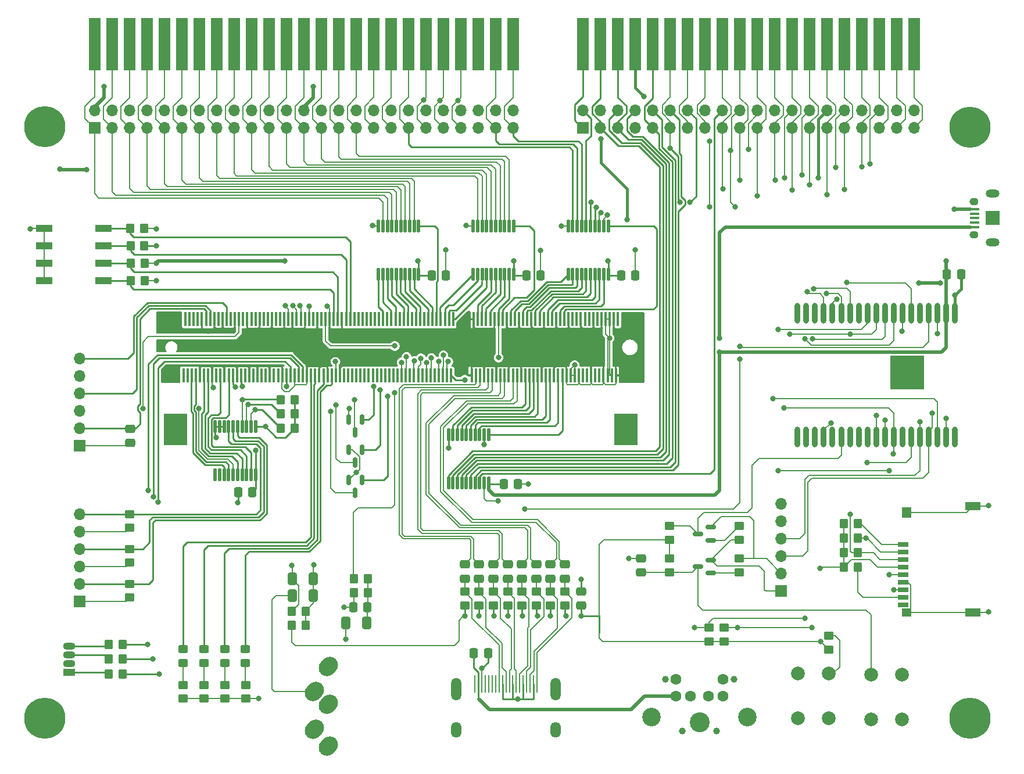
<source format=gbr>
%TF.GenerationSoftware,KiCad,Pcbnew,(6.0.10)*%
%TF.CreationDate,2023-01-23T19:11:06-08:00*%
%TF.ProjectId,TRS-IO++,5452532d-494f-42b2-9b2e-6b696361645f,rev?*%
%TF.SameCoordinates,Original*%
%TF.FileFunction,Copper,L1,Top*%
%TF.FilePolarity,Positive*%
%FSLAX46Y46*%
G04 Gerber Fmt 4.6, Leading zero omitted, Abs format (unit mm)*
G04 Created by KiCad (PCBNEW (6.0.10)) date 2023-01-23 19:11:06*
%MOMM*%
%LPD*%
G01*
G04 APERTURE LIST*
G04 Aperture macros list*
%AMRoundRect*
0 Rectangle with rounded corners*
0 $1 Rounding radius*
0 $2 $3 $4 $5 $6 $7 $8 $9 X,Y pos of 4 corners*
0 Add a 4 corners polygon primitive as box body*
4,1,4,$2,$3,$4,$5,$6,$7,$8,$9,$2,$3,0*
0 Add four circle primitives for the rounded corners*
1,1,$1+$1,$2,$3*
1,1,$1+$1,$4,$5*
1,1,$1+$1,$6,$7*
1,1,$1+$1,$8,$9*
0 Add four rect primitives between the rounded corners*
20,1,$1+$1,$2,$3,$4,$5,0*
20,1,$1+$1,$4,$5,$6,$7,0*
20,1,$1+$1,$6,$7,$8,$9,0*
20,1,$1+$1,$8,$9,$2,$3,0*%
%AMHorizOval*
0 Thick line with rounded ends*
0 $1 width*
0 $2 $3 position (X,Y) of the first rounded end (center of the circle)*
0 $4 $5 position (X,Y) of the second rounded end (center of the circle)*
0 Add line between two ends*
20,1,$1,$2,$3,$4,$5,0*
0 Add two circle primitives to create the rounded ends*
1,1,$1,$2,$3*
1,1,$1,$4,$5*%
G04 Aperture macros list end*
%TA.AperFunction,SMDPad,CuDef*%
%ADD10RoundRect,0.150000X0.587500X0.150000X-0.587500X0.150000X-0.587500X-0.150000X0.587500X-0.150000X0*%
%TD*%
%TA.AperFunction,SMDPad,CuDef*%
%ADD11RoundRect,0.250000X0.350000X0.450000X-0.350000X0.450000X-0.350000X-0.450000X0.350000X-0.450000X0*%
%TD*%
%TA.AperFunction,SMDPad,CuDef*%
%ADD12RoundRect,0.250000X0.475000X-0.337500X0.475000X0.337500X-0.475000X0.337500X-0.475000X-0.337500X0*%
%TD*%
%TA.AperFunction,SMDPad,CuDef*%
%ADD13RoundRect,0.250000X-0.450000X0.350000X-0.450000X-0.350000X0.450000X-0.350000X0.450000X0.350000X0*%
%TD*%
%TA.AperFunction,SMDPad,CuDef*%
%ADD14RoundRect,0.250000X-0.412500X-0.650000X0.412500X-0.650000X0.412500X0.650000X-0.412500X0.650000X0*%
%TD*%
%TA.AperFunction,SMDPad,CuDef*%
%ADD15RoundRect,0.250000X0.450000X-0.350000X0.450000X0.350000X-0.450000X0.350000X-0.450000X-0.350000X0*%
%TD*%
%TA.AperFunction,SMDPad,CuDef*%
%ADD16R,2.440000X1.120000*%
%TD*%
%TA.AperFunction,SMDPad,CuDef*%
%ADD17RoundRect,0.250000X0.450000X-0.325000X0.450000X0.325000X-0.450000X0.325000X-0.450000X-0.325000X0*%
%TD*%
%TA.AperFunction,SMDPad,CuDef*%
%ADD18RoundRect,0.250000X0.337500X0.475000X-0.337500X0.475000X-0.337500X-0.475000X0.337500X-0.475000X0*%
%TD*%
%TA.AperFunction,ComponentPad*%
%ADD19C,0.800000*%
%TD*%
%TA.AperFunction,ComponentPad*%
%ADD20C,6.000000*%
%TD*%
%TA.AperFunction,SMDPad,CuDef*%
%ADD21RoundRect,0.250000X-0.350000X-0.450000X0.350000X-0.450000X0.350000X0.450000X-0.350000X0.450000X0*%
%TD*%
%TA.AperFunction,SMDPad,CuDef*%
%ADD22RoundRect,0.250000X0.412500X0.650000X-0.412500X0.650000X-0.412500X-0.650000X0.412500X-0.650000X0*%
%TD*%
%TA.AperFunction,SMDPad,CuDef*%
%ADD23RoundRect,0.250000X-0.475000X0.337500X-0.475000X-0.337500X0.475000X-0.337500X0.475000X0.337500X0*%
%TD*%
%TA.AperFunction,ComponentPad*%
%ADD24C,2.000000*%
%TD*%
%TA.AperFunction,ComponentPad*%
%ADD25R,1.700000X1.700000*%
%TD*%
%TA.AperFunction,ComponentPad*%
%ADD26O,1.700000X1.700000*%
%TD*%
%TA.AperFunction,ComponentPad*%
%ADD27HorizOval,2.400000X-0.212132X-0.212132X0.212132X0.212132X0*%
%TD*%
%TA.AperFunction,SMDPad,CuDef*%
%ADD28RoundRect,0.250000X-0.337500X-0.475000X0.337500X-0.475000X0.337500X0.475000X-0.337500X0.475000X0*%
%TD*%
%TA.AperFunction,SMDPad,CuDef*%
%ADD29RoundRect,0.150000X-0.150000X0.587500X-0.150000X-0.587500X0.150000X-0.587500X0.150000X0.587500X0*%
%TD*%
%TA.AperFunction,SMDPad,CuDef*%
%ADD30R,0.280000X2.600000*%
%TD*%
%TA.AperFunction,ComponentPad*%
%ADD31O,1.500000X3.300000*%
%TD*%
%TA.AperFunction,ComponentPad*%
%ADD32O,1.500000X2.300000*%
%TD*%
%TA.AperFunction,SMDPad,CuDef*%
%ADD33R,1.600000X0.700000*%
%TD*%
%TA.AperFunction,SMDPad,CuDef*%
%ADD34R,1.400000X1.600000*%
%TD*%
%TA.AperFunction,SMDPad,CuDef*%
%ADD35R,2.200000X1.200000*%
%TD*%
%TA.AperFunction,SMDPad,CuDef*%
%ADD36R,1.400000X1.200000*%
%TD*%
%TA.AperFunction,SMDPad,CuDef*%
%ADD37RoundRect,0.112500X-0.112500X0.837500X-0.112500X-0.837500X0.112500X-0.837500X0.112500X0.837500X0*%
%TD*%
%TA.AperFunction,SMDPad,CuDef*%
%ADD38O,0.900000X3.000000*%
%TD*%
%TA.AperFunction,SMDPad,CuDef*%
%ADD39R,5.000000X5.000000*%
%TD*%
%TA.AperFunction,ComponentPad*%
%ADD40O,1.300000X1.100000*%
%TD*%
%TA.AperFunction,SMDPad,CuDef*%
%ADD41R,2.000000X2.000000*%
%TD*%
%TA.AperFunction,ComponentPad*%
%ADD42O,2.000000X1.200000*%
%TD*%
%TA.AperFunction,SMDPad,CuDef*%
%ADD43R,2.500000X0.400000*%
%TD*%
%TA.AperFunction,SMDPad,CuDef*%
%ADD44R,1.350000X0.400000*%
%TD*%
%TA.AperFunction,ConnectorPad*%
%ADD45R,1.778000X7.620000*%
%TD*%
%TA.AperFunction,ComponentPad*%
%ADD46R,1.800000X1.070000*%
%TD*%
%TA.AperFunction,ComponentPad*%
%ADD47O,1.800000X1.070000*%
%TD*%
%TA.AperFunction,ComponentPad*%
%ADD48C,1.600000*%
%TD*%
%TA.AperFunction,ComponentPad*%
%ADD49C,1.000000*%
%TD*%
%TA.AperFunction,ComponentPad*%
%ADD50C,2.900000*%
%TD*%
%TA.AperFunction,ComponentPad*%
%ADD51C,2.700000*%
%TD*%
%TA.AperFunction,SMDPad,CuDef*%
%ADD52R,0.350000X2.000000*%
%TD*%
%TA.AperFunction,SMDPad,CuDef*%
%ADD53R,3.500000X4.600000*%
%TD*%
%TA.AperFunction,ViaPad*%
%ADD54C,0.800000*%
%TD*%
%TA.AperFunction,Conductor*%
%ADD55C,0.200000*%
%TD*%
%TA.AperFunction,Conductor*%
%ADD56C,0.381000*%
%TD*%
%TA.AperFunction,Conductor*%
%ADD57C,0.500380*%
%TD*%
%TA.AperFunction,Conductor*%
%ADD58C,0.250000*%
%TD*%
G04 APERTURE END LIST*
D10*
%TO.P,Q2,1,B*%
%TO.N,Net-(Q2-Pad1)*%
X123678833Y-121683200D03*
%TO.P,Q2,2,E*%
%TO.N,Net-(J8-Pad2)*%
X123678833Y-119783200D03*
%TO.P,Q2,3,C*%
%TO.N,I00*%
X121803833Y-120733200D03*
%TD*%
D11*
%TO.P,R33,1*%
%TO.N,+3V3*%
X41081200Y-76250800D03*
%TO.P,R33,2*%
%TO.N,CONF_1*%
X39081200Y-76250800D03*
%TD*%
D12*
%TO.P,C17,1*%
%TO.N,ESP_RESET*%
X113504266Y-126363500D03*
%TO.P,C17,2*%
%TO.N,GND*%
X113504266Y-124288500D03*
%TD*%
D13*
%TO.P,R39,1*%
%TO.N,Net-(D4-Pad1)*%
X52869732Y-142764000D03*
%TO.P,R39,2*%
%TO.N,GND*%
X52869732Y-144764000D03*
%TD*%
D14*
%TO.P,C15,1*%
%TO.N,Net-(C15-Pad1)*%
X70451999Y-133698599D03*
%TO.P,C15,2*%
%TO.N,Net-(C13-Pad1)*%
X73576999Y-133698599D03*
%TD*%
D15*
%TO.P,R8,1*%
%TO.N,+3.3V*%
X94081600Y-131175000D03*
%TO.P,R8,2*%
%TO.N,/D0+*%
X94081600Y-129175000D03*
%TD*%
D13*
%TO.P,R40,1*%
%TO.N,Net-(D5-Pad1)*%
X55930800Y-142764000D03*
%TO.P,R40,2*%
%TO.N,GND*%
X55930800Y-144764000D03*
%TD*%
D16*
%TO.P,SW3,1*%
%TO.N,GND*%
X26581400Y-76250800D03*
%TO.P,SW3,2*%
X26581400Y-78790800D03*
%TO.P,SW3,3*%
X26581400Y-81330800D03*
%TO.P,SW3,4*%
X26581400Y-83870800D03*
%TO.P,SW3,5*%
%TO.N,CONF_4*%
X35191400Y-83870800D03*
%TO.P,SW3,6*%
%TO.N,CONF_3*%
X35191400Y-81330800D03*
%TO.P,SW3,7*%
%TO.N,CONF_2*%
X35191400Y-78790800D03*
%TO.P,SW3,8*%
%TO.N,CONF_1*%
X35191400Y-76250800D03*
%TD*%
D11*
%TO.P,R29,1*%
%TO.N,+3V3*%
X63026800Y-101193600D03*
%TO.P,R29,2*%
%TO.N,INT_N*%
X61026800Y-101193600D03*
%TD*%
D17*
%TO.P,D3,1,K*%
%TO.N,Net-(D3-Pad1)*%
X49823666Y-139556600D03*
%TO.P,D3,2,A*%
%TO.N,LED2*%
X49823666Y-137506600D03*
%TD*%
D18*
%TO.P,C16,1*%
%TO.N,GND*%
X95565550Y-113487200D03*
%TO.P,C16,2*%
%TO.N,+3V3*%
X93490550Y-113487200D03*
%TD*%
D13*
%TO.P,R27,1*%
%TO.N,+3.3V*%
X117652800Y-124356000D03*
%TO.P,R27,2*%
%TO.N,ESP_RESET*%
X117652800Y-126356000D03*
%TD*%
D15*
%TO.P,R10,1*%
%TO.N,+3.3V*%
X89916000Y-131175000D03*
%TO.P,R10,2*%
%TO.N,/CK+*%
X89916000Y-129175000D03*
%TD*%
D11*
%TO.P,R35,1*%
%TO.N,+3V3*%
X41182800Y-81330800D03*
%TO.P,R35,2*%
%TO.N,CONF_3*%
X39182800Y-81330800D03*
%TD*%
D17*
%TO.P,D2,1,K*%
%TO.N,Net-(D2-Pad1)*%
X46792600Y-139556600D03*
%TO.P,D2,2,A*%
%TO.N,LED1*%
X46792600Y-137506600D03*
%TD*%
D15*
%TO.P,R7,1*%
%TO.N,+3.3V*%
X96164400Y-131175000D03*
%TO.P,R7,2*%
%TO.N,/D1-*%
X96164400Y-129175000D03*
%TD*%
D19*
%TO.P,H3,1,1*%
%TO.N,GND*%
X163033390Y-146033810D03*
X163692400Y-147624800D03*
X159851410Y-149215790D03*
D20*
X161442400Y-147624800D03*
D19*
X161442400Y-149874800D03*
X163033390Y-149215790D03*
X161442400Y-145374800D03*
X159192400Y-147624800D03*
X159851410Y-146033810D03*
%TD*%
D21*
%TO.P,R16,1*%
%TO.N,+3.3V*%
X143068800Y-125577600D03*
%TO.P,R16,2*%
%TO.N,Net-(J9-Pad8)*%
X145068800Y-125577600D03*
%TD*%
D22*
%TO.P,C12,1*%
%TO.N,CASS_IN*%
X65787599Y-127314799D03*
%TO.P,C12,2*%
%TO.N,GND*%
X62662599Y-127314799D03*
%TD*%
D23*
%TO.P,C6,1*%
%TO.N,HDMI_TX0_N*%
X91998800Y-125200500D03*
%TO.P,C6,2*%
%TO.N,/D0-*%
X91998800Y-127275500D03*
%TD*%
D11*
%TO.P,R34,1*%
%TO.N,+3V3*%
X41132000Y-78790800D03*
%TO.P,R34,2*%
%TO.N,CONF_2*%
X39132000Y-78790800D03*
%TD*%
%TO.P,R2,1*%
%TO.N,LED_GREEN*%
X37982400Y-136855200D03*
%TO.P,R2,2*%
%TO.N,Net-(D1-Pad4)*%
X35982400Y-136855200D03*
%TD*%
D23*
%TO.P,C4,1*%
%TO.N,HDMI_TX1_N*%
X96164400Y-125200500D03*
%TO.P,C4,2*%
%TO.N,/D1-*%
X96164400Y-127275500D03*
%TD*%
D15*
%TO.P,R19,1*%
%TO.N,Net-(Q1-Pad1)*%
X127829866Y-126356000D03*
%TO.P,R19,2*%
%TO.N,Net-(J8-Pad2)*%
X127829866Y-124356000D03*
%TD*%
D13*
%TO.P,R31,1*%
%TO.N,PS2_CLK*%
X125628400Y-134432800D03*
%TO.P,R31,2*%
%TO.N,+3.3V*%
X125628400Y-136432800D03*
%TD*%
D23*
%TO.P,C3,1*%
%TO.N,HDMI_TX1_P*%
X98247200Y-125200500D03*
%TO.P,C3,2*%
%TO.N,/D1+*%
X98247200Y-127275500D03*
%TD*%
%TO.P,C7,1*%
%TO.N,HDMI_TXC_P*%
X89916000Y-125200500D03*
%TO.P,C7,2*%
%TO.N,/CK+*%
X89916000Y-127275500D03*
%TD*%
D19*
%TO.P,H2,1,1*%
%TO.N,GND*%
X159192400Y-61468000D03*
X163033390Y-59877010D03*
X161442400Y-63718000D03*
X159851410Y-59877010D03*
X163692400Y-61468000D03*
X159851410Y-63058990D03*
X163033390Y-63058990D03*
D20*
X161442400Y-61468000D03*
D19*
X161442400Y-59218000D03*
%TD*%
D23*
%TO.P,C1,1*%
%TO.N,HDMI_TX2_P*%
X102412800Y-125200500D03*
%TO.P,C1,2*%
%TO.N,/D2+*%
X102412800Y-127275500D03*
%TD*%
D24*
%TO.P,SW2,1,1*%
%TO.N,GND*%
X136383200Y-141123600D03*
X136383200Y-147623600D03*
%TO.P,SW2,2,2*%
%TO.N,BUTTON*%
X140883200Y-147623600D03*
X140883200Y-141123600D03*
%TD*%
D25*
%TO.P,J2,1,Pin_1*%
%TO.N,SYSRES_N*%
X105059400Y-61569600D03*
D26*
%TO.P,J2,2,Pin_2*%
%TO.N,RAS_N*%
X105059400Y-59029600D03*
%TO.P,J2,3,Pin_3*%
%TO.N,A10*%
X107599400Y-61569600D03*
%TO.P,J2,4,Pin_4*%
%TO.N,CAS_N*%
X107599400Y-59029600D03*
%TO.P,J2,5,Pin_5*%
%TO.N,A13*%
X110139400Y-61569600D03*
%TO.P,J2,6,Pin_6*%
%TO.N,A12*%
X110139400Y-59029600D03*
%TO.P,J2,7,Pin_7*%
%TO.N,GND*%
X112679400Y-61569600D03*
%TO.P,J2,8,Pin_8*%
%TO.N,A15*%
X112679400Y-59029600D03*
%TO.P,J2,9,Pin_9*%
%TO.N,A14*%
X115219400Y-61569600D03*
%TO.P,J2,10,Pin_10*%
%TO.N,A11*%
X115219400Y-59029600D03*
%TO.P,J2,11,Pin_11*%
%TO.N,OUT_N*%
X117759400Y-61569600D03*
%TO.P,J2,12,Pin_12*%
%TO.N,A8*%
X117759400Y-59029600D03*
%TO.P,J2,13,Pin_13*%
%TO.N,INTACK_N*%
X120299400Y-61569600D03*
%TO.P,J2,14,Pin_14*%
%TO.N,WR_N*%
X120299400Y-59029600D03*
%TO.P,J2,15,Pin_15*%
%TO.N,MUX*%
X122839400Y-61569600D03*
%TO.P,J2,16,Pin_16*%
%TO.N,RD_N*%
X122839400Y-59029600D03*
%TO.P,J2,17,Pin_17*%
%TO.N,D4*%
X125379400Y-61569600D03*
%TO.P,J2,18,Pin_18*%
%TO.N,A9*%
X125379400Y-59029600D03*
%TO.P,J2,19,Pin_19*%
%TO.N,D7*%
X127919400Y-61569600D03*
%TO.P,J2,20,Pin_20*%
%TO.N,IN_N*%
X127919400Y-59029600D03*
%TO.P,J2,21,Pin_21*%
%TO.N,D1*%
X130459400Y-61569600D03*
%TO.P,J2,22,Pin_22*%
%TO.N,INT_N*%
X130459400Y-59029600D03*
%TO.P,J2,23,Pin_23*%
%TO.N,D6*%
X132999400Y-61569600D03*
%TO.P,J2,24,Pin_24*%
%TO.N,TEST_N*%
X132999400Y-59029600D03*
%TO.P,J2,25,Pin_25*%
%TO.N,D3*%
X135539400Y-61569600D03*
%TO.P,J2,26,Pin_26*%
%TO.N,A0*%
X135539400Y-59029600D03*
%TO.P,J2,27,Pin_27*%
%TO.N,D5*%
X138079400Y-61569600D03*
%TO.P,J2,28,Pin_28*%
%TO.N,A1*%
X138079400Y-59029600D03*
%TO.P,J2,29,Pin_29*%
%TO.N,D0*%
X140619400Y-61569600D03*
%TO.P,J2,30,Pin_30*%
%TO.N,GND*%
X140619400Y-59029600D03*
%TO.P,J2,31,Pin_31*%
%TO.N,D2*%
X143159400Y-61569600D03*
%TO.P,J2,32,Pin_32*%
%TO.N,A4*%
X143159400Y-59029600D03*
%TO.P,J2,33,Pin_33*%
%TO.N,A3*%
X145699400Y-61569600D03*
%TO.P,J2,34,Pin_34*%
%TO.N,WAIT_N*%
X145699400Y-59029600D03*
%TO.P,J2,35,Pin_35*%
%TO.N,A7*%
X148239400Y-61569600D03*
%TO.P,J2,36,Pin_36*%
%TO.N,A5*%
X148239400Y-59029600D03*
%TO.P,J2,37,Pin_37*%
%TO.N,A6*%
X150779400Y-61569600D03*
%TO.P,J2,38,Pin_38*%
%TO.N,GND*%
X150779400Y-59029600D03*
%TO.P,J2,39,Pin_39*%
%TO.N,A2*%
X153319400Y-61569600D03*
%TO.P,J2,40,Pin_40*%
%TO.N,5V*%
X153319400Y-59029600D03*
%TD*%
D27*
%TO.P,J10,R*%
%TO.N,Net-(C14-Pad1)*%
X65919599Y-143737999D03*
%TO.P,J10,RN*%
%TO.N,N/C*%
X67919599Y-145537999D03*
%TO.P,J10,S*%
%TO.N,GND*%
X67919599Y-151637999D03*
%TO.P,J10,T*%
%TO.N,Net-(C15-Pad1)*%
X65919599Y-149237999D03*
%TO.P,J10,TN*%
%TO.N,N/C*%
X67919599Y-140037999D03*
%TD*%
D18*
%TO.P,C19,1*%
%TO.N,GND*%
X85060700Y-83108800D03*
%TO.P,C19,2*%
%TO.N,+3V3*%
X82985700Y-83108800D03*
%TD*%
D23*
%TO.P,C8,1*%
%TO.N,HDMI_TXC_N*%
X87833200Y-125200500D03*
%TO.P,C8,2*%
%TO.N,/CK-*%
X87833200Y-127275500D03*
%TD*%
D28*
%TO.P,C23,1*%
%TO.N,+5V*%
X89132500Y-138112500D03*
%TO.P,C23,2*%
%TO.N,GND*%
X91207500Y-138112500D03*
%TD*%
D29*
%TO.P,Q3,1,G*%
%TO.N,INT*%
X72832000Y-104066100D03*
%TO.P,Q3,2,S*%
%TO.N,GND*%
X70932000Y-104066100D03*
%TO.P,Q3,3,D*%
%TO.N,INT_N*%
X71882000Y-105941100D03*
%TD*%
D30*
%TO.P,J7,1,D2+*%
%TO.N,/D2+*%
X98327600Y-142619800D03*
%TO.P,J7,2,D2S*%
%TO.N,GND*%
X97827600Y-142619800D03*
%TO.P,J7,3,D2-*%
%TO.N,/D2-*%
X97327600Y-142619800D03*
%TO.P,J7,4,D1+*%
%TO.N,/D1+*%
X96827600Y-142619800D03*
%TO.P,J7,5,D1S*%
%TO.N,GND*%
X96327600Y-142619800D03*
%TO.P,J7,6,D1-*%
%TO.N,/D1-*%
X95827600Y-142619800D03*
%TO.P,J7,7,D0+*%
%TO.N,/D0+*%
X95327600Y-142619800D03*
%TO.P,J7,8,D0S*%
%TO.N,GND*%
X94827600Y-142619800D03*
%TO.P,J7,9,D0-*%
%TO.N,/D0-*%
X94327600Y-142619800D03*
%TO.P,J7,10,CK+*%
%TO.N,/CK+*%
X93827600Y-142619800D03*
%TO.P,J7,11,CKS*%
%TO.N,GND*%
X93327600Y-142619800D03*
%TO.P,J7,12,CK-*%
%TO.N,/CK-*%
X92827600Y-142619800D03*
%TO.P,J7,13,CEC*%
%TO.N,unconnected-(J7-Pad13)*%
X92327600Y-142619800D03*
%TO.P,J7,14,UTILITY*%
%TO.N,unconnected-(J7-Pad14)*%
X91827600Y-142619800D03*
%TO.P,J7,15,SCL*%
%TO.N,unconnected-(J7-Pad15)*%
X91327600Y-142619800D03*
%TO.P,J7,16,SDA*%
%TO.N,unconnected-(J7-Pad16)*%
X90827600Y-142619800D03*
%TO.P,J7,17,GND*%
%TO.N,GND*%
X90327600Y-142619800D03*
%TO.P,J7,18,+5V*%
%TO.N,+5V*%
X89827600Y-142619800D03*
%TO.P,J7,19,HPD*%
%TO.N,unconnected-(J7-Pad19)*%
X89327600Y-142619800D03*
D31*
%TO.P,J7,SH,SH*%
%TO.N,GND*%
X101077600Y-143379800D03*
D32*
X86577600Y-149339800D03*
X101077600Y-149339800D03*
D31*
X86577600Y-143379800D03*
%TD*%
D33*
%TO.P,J9,1,DAT2*%
%TO.N,Net-(J9-Pad1)*%
X151715700Y-122260000D03*
%TO.P,J9,2,CD/DAT3*%
%TO.N,CS_SD*%
X151715700Y-123360000D03*
%TO.P,J9,3,CMD*%
%TO.N,MOSI*%
X151715700Y-124460000D03*
%TO.P,J9,4,VDD*%
%TO.N,+3.3V*%
X151715700Y-125560000D03*
%TO.P,J9,5,CLK*%
%TO.N,SCK*%
X151715700Y-126660000D03*
%TO.P,J9,6,VSS*%
%TO.N,GND*%
X151715700Y-127760000D03*
%TO.P,J9,7,DAT0*%
%TO.N,MISO*%
X151715700Y-128860000D03*
%TO.P,J9,8,DAT1*%
%TO.N,Net-(J9-Pad8)*%
X151715700Y-129960000D03*
%TO.P,J9,9,Cd*%
%TO.N,unconnected-(J9-Pad9)*%
X151715700Y-131060000D03*
D34*
%TO.P,J9,10,GND*%
%TO.N,GND*%
X152215700Y-117610000D03*
D35*
%TO.P,J9,11,GND*%
X161815700Y-116710000D03*
%TO.P,J9,12,GND*%
X161815700Y-132210000D03*
D36*
%TO.P,J9,13,GND*%
X152215700Y-132210000D03*
%TD*%
D11*
%TO.P,R36,1*%
%TO.N,+3V3*%
X41182800Y-83870800D03*
%TO.P,R36,2*%
%TO.N,CONF_4*%
X39182800Y-83870800D03*
%TD*%
D25*
%TO.P,J8,1,Pin_1*%
%TO.N,Net-(J8-Pad1)*%
X133900866Y-129039400D03*
D26*
%TO.P,J8,2,Pin_2*%
%TO.N,Net-(J8-Pad2)*%
X133900866Y-126499400D03*
%TO.P,J8,3,Pin_3*%
%TO.N,TXD0*%
X133900866Y-123959400D03*
%TO.P,J8,4,Pin_4*%
%TO.N,RXD0*%
X133900866Y-121419400D03*
%TO.P,J8,5,Pin_5*%
%TO.N,+5V*%
X133900866Y-118879400D03*
%TO.P,J8,6,Pin_6*%
%TO.N,GND*%
X133900866Y-116339400D03*
%TD*%
D21*
%TO.P,R17,1*%
%TO.N,+3.3V*%
X143068800Y-121361200D03*
%TO.P,R17,2*%
%TO.N,CS_SD*%
X145068800Y-121361200D03*
%TD*%
D13*
%TO.P,R13,1*%
%TO.N,VSYNC*%
X39014400Y-122952000D03*
%TO.P,R13,2*%
%TO.N,GND*%
X39014400Y-124952000D03*
%TD*%
D11*
%TO.P,R26,1*%
%TO.N,+3V3*%
X63026800Y-105359200D03*
%TO.P,R26,2*%
%TO.N,EXTIOSEL_N*%
X61026800Y-105359200D03*
%TD*%
D29*
%TO.P,Q4,1,G*%
%TO.N,WAIT*%
X72832000Y-108485700D03*
%TO.P,Q4,2,S*%
%TO.N,GND*%
X70932000Y-108485700D03*
%TO.P,Q4,3,D*%
%TO.N,WAIT_N*%
X71882000Y-110360700D03*
%TD*%
D24*
%TO.P,SW1,1,1*%
%TO.N,ESP_RESET*%
X147000400Y-141276000D03*
X147000400Y-147776000D03*
%TO.P,SW1,2,2*%
%TO.N,GND*%
X151500400Y-147776000D03*
X151500400Y-141276000D03*
%TD*%
D13*
%TO.P,R32,1*%
%TO.N,PS2_DATA*%
X123444000Y-134432800D03*
%TO.P,R32,2*%
%TO.N,+3.3V*%
X123444000Y-136432800D03*
%TD*%
D25*
%TO.P,J5,1,Pin_1*%
%TO.N,GND*%
X31705400Y-130556000D03*
D26*
%TO.P,J5,2,Pin_2*%
%TO.N,VIDEO*%
X31705400Y-128016000D03*
%TO.P,J5,3,Pin_3*%
%TO.N,GND*%
X31705400Y-125476000D03*
%TO.P,J5,4,Pin_4*%
%TO.N,VSYNC*%
X31705400Y-122936000D03*
%TO.P,J5,5,Pin_5*%
%TO.N,GND*%
X31705400Y-120396000D03*
%TO.P,J5,6,Pin_6*%
%TO.N,HSYNC*%
X31705400Y-117856000D03*
%TD*%
D21*
%TO.P,R18,1*%
%TO.N,+3.3V*%
X143068800Y-119227600D03*
%TO.P,R18,2*%
%TO.N,Net-(J9-Pad1)*%
X145068800Y-119227600D03*
%TD*%
D11*
%TO.P,R1,1*%
%TO.N,LED_RED*%
X37982400Y-141173200D03*
%TO.P,R1,2*%
%TO.N,Net-(D1-Pad1)*%
X35982400Y-141173200D03*
%TD*%
D37*
%TO.P,U3,1,A->B*%
%TO.N,CTRL_DIR*%
X108741400Y-75900400D03*
%TO.P,U3,2,A0*%
%TO.N,IN_N*%
X108091400Y-75900400D03*
%TO.P,U3,3,A1*%
%TO.N,RD_N*%
X107441400Y-75900400D03*
%TO.P,U3,4,A2*%
%TO.N,WR_N*%
X106791400Y-75900400D03*
%TO.P,U3,5,A3*%
%TO.N,OUT_N*%
X106141400Y-75900400D03*
%TO.P,U3,6,A4*%
%TO.N,RAS_N*%
X105491400Y-75900400D03*
%TO.P,U3,7,A5*%
%TO.N,IOREQ_N*%
X104841400Y-75900400D03*
%TO.P,U3,8,A6*%
%TO.N,M1_N*%
X104191400Y-75900400D03*
%TO.P,U3,9,A7*%
%TO.N,RESET_N*%
X103541400Y-75900400D03*
%TO.P,U3,10,GND*%
%TO.N,GND*%
X102891400Y-75900400D03*
%TO.P,U3,11,B7*%
%TO.N,_RESET_N*%
X102891400Y-82900400D03*
%TO.P,U3,12,B6*%
%TO.N,_M1_N*%
X103541400Y-82900400D03*
%TO.P,U3,13,B5*%
%TO.N,_IOREQ_N*%
X104191400Y-82900400D03*
%TO.P,U3,14,B4*%
%TO.N,_RAS_N*%
X104841400Y-82900400D03*
%TO.P,U3,15,B3*%
%TO.N,_OUT_N*%
X105491400Y-82900400D03*
%TO.P,U3,16,B2*%
%TO.N,_WR_N*%
X106141400Y-82900400D03*
%TO.P,U3,17,B1*%
%TO.N,_RD_N*%
X106791400Y-82900400D03*
%TO.P,U3,18,B0*%
%TO.N,_IN_N*%
X107441400Y-82900400D03*
%TO.P,U3,19,CE*%
%TO.N,CTRL_EN*%
X108091400Y-82900400D03*
%TO.P,U3,20,VCC*%
%TO.N,+3V3*%
X108741400Y-82900400D03*
%TD*%
D10*
%TO.P,Q1,1,B*%
%TO.N,Net-(Q1-Pad1)*%
X123678833Y-126456000D03*
%TO.P,Q1,2,E*%
%TO.N,Net-(J8-Pad1)*%
X123678833Y-124556000D03*
%TO.P,Q1,3,C*%
%TO.N,ESP_RESET*%
X121803833Y-125506000D03*
%TD*%
D17*
%TO.P,D4,1,K*%
%TO.N,Net-(D4-Pad1)*%
X52854732Y-139556600D03*
%TO.P,D4,2,A*%
%TO.N,LED3*%
X52854732Y-137506600D03*
%TD*%
D37*
%TO.P,U4,1,A->B*%
%TO.N,ABUS_DIR_N*%
X91306250Y-106278800D03*
%TO.P,U4,2,A0*%
%TO.N,_A9*%
X90656250Y-106278800D03*
%TO.P,U4,3,A1*%
%TO.N,_A8*%
X90006250Y-106278800D03*
%TO.P,U4,4,A2*%
%TO.N,_A11*%
X89356250Y-106278800D03*
%TO.P,U4,5,A3*%
%TO.N,_A14*%
X88706250Y-106278800D03*
%TO.P,U4,6,A4*%
%TO.N,_A15*%
X88056250Y-106278800D03*
%TO.P,U4,7,A5*%
%TO.N,_A13*%
X87406250Y-106278800D03*
%TO.P,U4,8,A6*%
%TO.N,_A12*%
X86756250Y-106278800D03*
%TO.P,U4,9,A7*%
%TO.N,_A10*%
X86106250Y-106278800D03*
%TO.P,U4,10,GND*%
%TO.N,GND*%
X85456250Y-106278800D03*
%TO.P,U4,11,B7*%
%TO.N,A10*%
X85456250Y-113278800D03*
%TO.P,U4,12,B6*%
%TO.N,A12*%
X86106250Y-113278800D03*
%TO.P,U4,13,B5*%
%TO.N,A13*%
X86756250Y-113278800D03*
%TO.P,U4,14,B4*%
%TO.N,A15*%
X87406250Y-113278800D03*
%TO.P,U4,15,B3*%
%TO.N,A14*%
X88056250Y-113278800D03*
%TO.P,U4,16,B2*%
%TO.N,A11*%
X88706250Y-113278800D03*
%TO.P,U4,17,B1*%
%TO.N,A8*%
X89356250Y-113278800D03*
%TO.P,U4,18,B0*%
%TO.N,A9*%
X90006250Y-113278800D03*
%TO.P,U4,19,CE*%
%TO.N,ABUS_EN*%
X90656250Y-113278800D03*
%TO.P,U4,20,VCC*%
%TO.N,+3V3*%
X91306250Y-113278800D03*
%TD*%
D38*
%TO.P,U1,1,GND*%
%TO.N,GND*%
X159211600Y-88637600D03*
%TO.P,U1,2,3.3V*%
%TO.N,+3V3*%
X157941600Y-88637600D03*
%TO.P,U1,3,EN*%
%TO.N,ESP_RESET*%
X156671600Y-88637600D03*
%TO.P,U1,4,IO36*%
%TO.N,CASS_IN*%
X155401600Y-88637600D03*
%TO.P,U1,5,IO39*%
%TO.N,unconnected-(U1-Pad5)*%
X154131600Y-88637600D03*
%TO.P,U1,6,IO34*%
%TO.N,REQ*%
X152861600Y-88637600D03*
%TO.P,U1,7,IO35*%
%TO.N,BUTTON*%
X151591600Y-88637600D03*
%TO.P,U1,8,IO32*%
%TO.N,PS2_DATA*%
X150321600Y-88637600D03*
%TO.P,U1,9,IO33*%
%TO.N,PS2_CLK*%
X149051600Y-88637600D03*
%TO.P,U1,10,IO25*%
%TO.N,MOSI*%
X147781600Y-88637600D03*
%TO.P,U1,11,IO26*%
%TO.N,SCK*%
X146511600Y-88637600D03*
%TO.P,U1,12,IO27*%
%TO.N,unconnected-(U1-Pad12)*%
X145241600Y-88637600D03*
%TO.P,U1,13,IO14*%
%TO.N,ESP_S2*%
X143971600Y-88637600D03*
%TO.P,U1,14,IO12*%
%TO.N,ESP_S0*%
X142701600Y-88637600D03*
%TO.P,U1,15,GND*%
%TO.N,GND*%
X141401600Y-88637600D03*
%TO.P,U1,16,IO13*%
%TO.N,ESP_S1*%
X140131600Y-88637600D03*
%TO.P,U1,17,IO9*%
%TO.N,unconnected-(U1-Pad17)*%
X138861600Y-88637600D03*
%TO.P,U1,18,IO10*%
%TO.N,unconnected-(U1-Pad18)*%
X137591600Y-88637600D03*
%TO.P,U1,19,IO11*%
%TO.N,unconnected-(U1-Pad19)*%
X136321600Y-88637600D03*
%TO.P,U1,20,IO6*%
%TO.N,unconnected-(U1-Pad20)*%
X136321600Y-106637600D03*
%TO.P,U1,21,IO7*%
%TO.N,unconnected-(U1-Pad21)*%
X137591600Y-106637600D03*
%TO.P,U1,22,IO8*%
%TO.N,unconnected-(U1-Pad22)*%
X138861600Y-106637600D03*
%TO.P,U1,23,IO15*%
%TO.N,ESP_S3*%
X140131600Y-106637600D03*
%TO.P,U1,24,IO2*%
%TO.N,unconnected-(U1-Pad24)*%
X141401600Y-106637600D03*
%TO.P,U1,25,IO0*%
%TO.N,I00*%
X142701600Y-106667600D03*
%TO.P,U1,26,IO4*%
%TO.N,unconnected-(U1-Pad26)*%
X143971600Y-106667600D03*
%TO.P,U1,27,NC*%
%TO.N,unconnected-(U1-Pad27)*%
X145241600Y-106667600D03*
%TO.P,U1,28,NC*%
%TO.N,unconnected-(U1-Pad28)*%
X146511600Y-106667600D03*
%TO.P,U1,29,IO5*%
%TO.N,JTAG_TMS*%
X147781600Y-106667600D03*
%TO.P,U1,30,IO18*%
%TO.N,DONE*%
X149051600Y-106667600D03*
%TO.P,U1,31,IO19*%
%TO.N,MISO*%
X150321600Y-106667600D03*
%TO.P,U1,32,NC*%
%TO.N,unconnected-(U1-Pad32)*%
X151591600Y-106667600D03*
%TO.P,U1,33,IO21*%
%TO.N,CS_SD*%
X152861600Y-106667600D03*
%TO.P,U1,34,RXD0*%
%TO.N,RXD0*%
X154131600Y-106667600D03*
%TO.P,U1,35,TXD0*%
%TO.N,TXD0*%
X155401600Y-106667600D03*
%TO.P,U1,36,IO22*%
%TO.N,CS_FPGA*%
X156671600Y-106667600D03*
%TO.P,U1,37,IO23*%
%TO.N,JTAG_TCK*%
X157941600Y-106667600D03*
%TO.P,U1,38,GND*%
%TO.N,unconnected-(U1-Pad38)*%
X159211600Y-106667600D03*
D19*
%TO.P,U1,39*%
%TO.N,N/C*%
X150301600Y-96237600D03*
X153301600Y-96237600D03*
X153301600Y-97237600D03*
X150301600Y-97237600D03*
X154301600Y-99237600D03*
X154301600Y-95237600D03*
X150301600Y-98237600D03*
X151301600Y-97237600D03*
X152301600Y-99237600D03*
X150301600Y-99237600D03*
X150301600Y-95237600D03*
X152301600Y-98237600D03*
X152301600Y-97237600D03*
X154301600Y-97237600D03*
D39*
X152291600Y-97237600D03*
D19*
X153301600Y-99237600D03*
X151301600Y-99237600D03*
X151301600Y-95237600D03*
X153301600Y-98237600D03*
X154301600Y-98237600D03*
X153301600Y-95237600D03*
X151301600Y-96237600D03*
X152301600Y-96237600D03*
X154301600Y-96237600D03*
X152301600Y-95237600D03*
X151301600Y-98237600D03*
%TD*%
D12*
%TO.P,C21,1*%
%TO.N,+3.3V*%
X104775000Y-131212500D03*
%TO.P,C21,2*%
%TO.N,GND*%
X104775000Y-129137500D03*
%TD*%
D15*
%TO.P,R30,1*%
%TO.N,+3.3V*%
X140817600Y-137601200D03*
%TO.P,R30,2*%
%TO.N,BUTTON*%
X140817600Y-135601200D03*
%TD*%
D19*
%TO.P,H1,1,1*%
%TO.N,GND*%
X26670000Y-63667200D03*
X25079010Y-63008190D03*
X28920000Y-61417200D03*
D20*
X26670000Y-61417200D03*
D19*
X25079010Y-59826210D03*
X28260990Y-63008190D03*
X28260990Y-59826210D03*
X26670000Y-59167200D03*
X24420000Y-61417200D03*
%TD*%
D11*
%TO.P,R24,1*%
%TO.N,Net-(C13-Pad1)*%
X73674899Y-129329799D03*
%TO.P,R24,2*%
%TO.N,GND*%
X71674899Y-129329799D03*
%TD*%
D29*
%TO.P,Q5,1,G*%
%TO.N,EXTIOSEL*%
X72832000Y-112905300D03*
%TO.P,Q5,2,S*%
%TO.N,GND*%
X70932000Y-112905300D03*
%TO.P,Q5,3,D*%
%TO.N,EXTIOSEL_N*%
X71882000Y-114780300D03*
%TD*%
D23*
%TO.P,C5,1*%
%TO.N,HDMI_TX0_P*%
X94081600Y-125200500D03*
%TO.P,C5,2*%
%TO.N,/D0+*%
X94081600Y-127275500D03*
%TD*%
D13*
%TO.P,R12,1*%
%TO.N,HSYNC*%
X39014400Y-117855999D03*
%TO.P,R12,2*%
%TO.N,GND*%
X39014400Y-119855999D03*
%TD*%
D11*
%TO.P,R22,1*%
%TO.N,CASS_IN*%
X64615499Y-131988399D03*
%TO.P,R22,2*%
%TO.N,GND*%
X62615499Y-131988399D03*
%TD*%
D40*
%TO.P,J12,*%
%TO.N,*%
X162019700Y-72301800D03*
D41*
X164769700Y-74726800D03*
D42*
X164769700Y-78301800D03*
X164769700Y-71151800D03*
D40*
X162019700Y-77151800D03*
D43*
%TO.P,J12,1,VBUS*%
%TO.N,+5V*%
X161518500Y-76026800D03*
D44*
%TO.P,J12,2,D-*%
%TO.N,unconnected-(J12-Pad2)*%
X162094700Y-75376800D03*
%TO.P,J12,3,D+*%
%TO.N,unconnected-(J12-Pad3)*%
X162094700Y-74726800D03*
%TO.P,J12,4,ID*%
%TO.N,unconnected-(J12-Pad4)*%
X162094700Y-74076800D03*
D43*
%TO.P,J12,5,GND*%
%TO.N,GND*%
X161518500Y-73426800D03*
%TD*%
D18*
%TO.P,C11,1*%
%TO.N,GND*%
X112695900Y-83108800D03*
%TO.P,C11,2*%
%TO.N,+3V3*%
X110620900Y-83108800D03*
%TD*%
D11*
%TO.P,R28,1*%
%TO.N,+3V3*%
X63026800Y-103276400D03*
%TO.P,R28,2*%
%TO.N,WAIT_N*%
X61026800Y-103276400D03*
%TD*%
%TO.P,R23,1*%
%TO.N,Net-(C13-Pad1)*%
X73674899Y-127246999D03*
%TO.P,R23,2*%
%TO.N,CASS_OUT*%
X71674899Y-127246999D03*
%TD*%
D15*
%TO.P,R4,1*%
%TO.N,+3.3V*%
X102412800Y-131175000D03*
%TO.P,R4,2*%
%TO.N,/D2+*%
X102412800Y-129175000D03*
%TD*%
D18*
%TO.P,C24,1*%
%TO.N,GND*%
X160143100Y-82905600D03*
%TO.P,C24,2*%
%TO.N,+3V3*%
X158068100Y-82905600D03*
%TD*%
D13*
%TO.P,R38,1*%
%TO.N,Net-(D3-Pad1)*%
X49808666Y-142764000D03*
%TO.P,R38,2*%
%TO.N,GND*%
X49808666Y-144764000D03*
%TD*%
D45*
%TO.P,J4,1,Pin_1*%
%TO.N,SYSRES_N*%
X105054400Y-49428400D03*
%TO.P,J4,3,Pin_3*%
%TO.N,A10*%
X107594400Y-49428400D03*
%TO.P,J4,5,Pin_5*%
%TO.N,A13*%
X110134400Y-49428400D03*
%TO.P,J4,7,Pin_7*%
%TO.N,GND*%
X112674400Y-49428400D03*
%TO.P,J4,9,Pin_9*%
%TO.N,A14*%
X115214400Y-49428400D03*
%TO.P,J4,11,Pin_11*%
%TO.N,OUT_N*%
X117754400Y-49428400D03*
%TO.P,J4,13,Pin_13*%
%TO.N,INTACK_N*%
X120294400Y-49428400D03*
%TO.P,J4,15,Pin_15*%
%TO.N,MUX*%
X122834400Y-49428400D03*
%TO.P,J4,17,Pin_17*%
%TO.N,D4*%
X125374400Y-49428400D03*
%TO.P,J4,19,Pin_19*%
%TO.N,D7*%
X127914400Y-49428400D03*
%TO.P,J4,21,Pin_21*%
%TO.N,D1*%
X130454400Y-49428400D03*
%TO.P,J4,23,Pin_23*%
%TO.N,D6*%
X132994400Y-49428400D03*
%TO.P,J4,25,Pin_25*%
%TO.N,D3*%
X135534400Y-49428400D03*
%TO.P,J4,27,Pin_27*%
%TO.N,D5*%
X138074400Y-49428400D03*
%TO.P,J4,29,Pin_29*%
%TO.N,D0*%
X140614400Y-49428400D03*
%TO.P,J4,31,Pin_31*%
%TO.N,D2*%
X143154400Y-49428400D03*
%TO.P,J4,33,Pin_33*%
%TO.N,A3*%
X145694400Y-49428400D03*
%TO.P,J4,35,Pin_35*%
%TO.N,A7*%
X148234400Y-49428400D03*
%TO.P,J4,37,Pin_37*%
%TO.N,A6*%
X150774400Y-49428400D03*
%TO.P,J4,39,Pin_39*%
%TO.N,A2*%
X153314400Y-49428400D03*
%TD*%
%TO.P,J3,1,Pin_1*%
%TO.N,D0*%
X33909000Y-49428400D03*
%TO.P,J3,3,Pin_3*%
%TO.N,D1*%
X36449000Y-49428400D03*
%TO.P,J3,5,Pin_5*%
%TO.N,D2*%
X38989000Y-49428400D03*
%TO.P,J3,7,Pin_7*%
%TO.N,D3*%
X41529000Y-49428400D03*
%TO.P,J3,9,Pin_9*%
%TO.N,D4*%
X44069000Y-49428400D03*
%TO.P,J3,11,Pin_11*%
%TO.N,D5*%
X46609000Y-49428400D03*
%TO.P,J3,13,Pin_13*%
%TO.N,D6*%
X49149000Y-49428400D03*
%TO.P,J3,15,Pin_15*%
%TO.N,D7*%
X51689000Y-49428400D03*
%TO.P,J3,17,Pin_17*%
%TO.N,A0*%
X54229000Y-49428400D03*
%TO.P,J3,19,Pin_19*%
%TO.N,A1*%
X56769000Y-49428400D03*
%TO.P,J3,21,Pin_21*%
%TO.N,A2*%
X59309000Y-49428400D03*
%TO.P,J3,23,Pin_23*%
%TO.N,A3*%
X61849000Y-49428400D03*
%TO.P,J3,25,Pin_25*%
%TO.N,A4*%
X64389000Y-49428400D03*
%TO.P,J3,27,Pin_27*%
%TO.N,A5*%
X66929000Y-49428400D03*
%TO.P,J3,29,Pin_29*%
%TO.N,A6*%
X69469000Y-49428400D03*
%TO.P,J3,31,Pin_31*%
%TO.N,A7*%
X72009000Y-49428400D03*
%TO.P,J3,33,Pin_33*%
%TO.N,IN_N*%
X74549000Y-49428400D03*
%TO.P,J3,35,Pin_35*%
%TO.N,OUT_N*%
X77089000Y-49428400D03*
%TO.P,J3,37,Pin_37*%
%TO.N,RESET_N*%
X79629000Y-49428400D03*
%TO.P,J3,39,Pin_39*%
%TO.N,INT_N*%
X82169000Y-49428400D03*
%TO.P,J3,41,Pin_41*%
%TO.N,WAIT_N*%
X84709000Y-49428400D03*
%TO.P,J3,43,Pin_43*%
%TO.N,EXTIOSEL_N*%
X87249000Y-49428400D03*
%TO.P,J3,45,Pin_45*%
%TO.N,unconnected-(J3-Pad45)*%
X89789000Y-49428400D03*
%TO.P,J3,47,Pin_47*%
%TO.N,M1_N*%
X92329000Y-49428400D03*
%TO.P,J3,49,Pin_49*%
%TO.N,IOREQ_N*%
X94869000Y-49428400D03*
%TD*%
D13*
%TO.P,R20,1*%
%TO.N,Net-(Q2-Pad1)*%
X127829866Y-119583200D03*
%TO.P,R20,2*%
%TO.N,Net-(J8-Pad1)*%
X127829866Y-121583200D03*
%TD*%
D37*
%TO.P,U2,1,A->B*%
%TO.N,ABUS_DIR*%
X94923800Y-75900400D03*
%TO.P,U2,2,A0*%
%TO.N,A7*%
X94273800Y-75900400D03*
%TO.P,U2,3,A1*%
%TO.N,A6*%
X93623800Y-75900400D03*
%TO.P,U2,4,A2*%
%TO.N,A5*%
X92973800Y-75900400D03*
%TO.P,U2,5,A3*%
%TO.N,A4*%
X92323800Y-75900400D03*
%TO.P,U2,6,A4*%
%TO.N,A3*%
X91673800Y-75900400D03*
%TO.P,U2,7,A5*%
%TO.N,A2*%
X91023800Y-75900400D03*
%TO.P,U2,8,A6*%
%TO.N,A1*%
X90373800Y-75900400D03*
%TO.P,U2,9,A7*%
%TO.N,A0*%
X89723800Y-75900400D03*
%TO.P,U2,10,GND*%
%TO.N,GND*%
X89073800Y-75900400D03*
%TO.P,U2,11,B7*%
%TO.N,_A0*%
X89073800Y-82900400D03*
%TO.P,U2,12,B6*%
%TO.N,_A1*%
X89723800Y-82900400D03*
%TO.P,U2,13,B5*%
%TO.N,_A2*%
X90373800Y-82900400D03*
%TO.P,U2,14,B4*%
%TO.N,_A3*%
X91023800Y-82900400D03*
%TO.P,U2,15,B3*%
%TO.N,_A4*%
X91673800Y-82900400D03*
%TO.P,U2,16,B2*%
%TO.N,_A5*%
X92323800Y-82900400D03*
%TO.P,U2,17,B1*%
%TO.N,_A6*%
X92973800Y-82900400D03*
%TO.P,U2,18,B0*%
%TO.N,_A7*%
X93623800Y-82900400D03*
%TO.P,U2,19,CE*%
%TO.N,ABUS_EN*%
X94273800Y-82900400D03*
%TO.P,U2,20,VCC*%
%TO.N,+3V3*%
X94923800Y-82900400D03*
%TD*%
D23*
%TO.P,C2,1*%
%TO.N,HDMI_TX2_N*%
X100330000Y-125200500D03*
%TO.P,C2,2*%
%TO.N,/D2-*%
X100330000Y-127275500D03*
%TD*%
D46*
%TO.P,D1,1,RA*%
%TO.N,Net-(D1-Pad1)*%
X30224000Y-140890800D03*
D47*
%TO.P,D1,2,K*%
%TO.N,GND*%
X30224000Y-139620800D03*
%TO.P,D1,3,BA*%
%TO.N,Net-(D1-Pad3)*%
X30224000Y-138350800D03*
%TO.P,D1,4,GA*%
%TO.N,Net-(D1-Pad4)*%
X30224000Y-137080800D03*
%TD*%
D48*
%TO.P,J11,1*%
%TO.N,PS2_DATA*%
X123321600Y-144409600D03*
%TO.P,J11,2*%
%TO.N,unconnected-(J11-Pad2)*%
X120721600Y-144409600D03*
%TO.P,J11,3*%
%TO.N,GND*%
X125421600Y-144409600D03*
%TO.P,J11,4*%
%TO.N,+5V*%
X118621600Y-144409600D03*
%TO.P,J11,5*%
%TO.N,PS2_CLK*%
X125421600Y-141909600D03*
%TO.P,J11,6*%
%TO.N,unconnected-(J11-Pad6)*%
X118621600Y-141909600D03*
D49*
%TO.P,J11,M1*%
%TO.N,N/C*%
X124521600Y-149509600D03*
%TO.P,J11,M2*%
X119521600Y-149509600D03*
%TO.P,J11,M3*%
X127021600Y-141909600D03*
%TO.P,J11,M4*%
X117021600Y-141909600D03*
D50*
%TO.P,J11,S1*%
X122021600Y-148209600D03*
D51*
%TO.P,J11,S2*%
X129021600Y-147409600D03*
%TO.P,J11,S3*%
X115021600Y-147409600D03*
%TD*%
D52*
%TO.P,Conn1,1,M11*%
%TO.N,unconnected-(Conn1-Pad1)*%
X110136000Y-89469700D03*
%TO.P,Conn1,2,GND*%
%TO.N,GND*%
X109836000Y-97669700D03*
%TO.P,Conn1,3,GND*%
X109536000Y-89469700D03*
%TO.P,Conn1,4,5V*%
%TO.N,+5V*%
X109236000Y-97669700D03*
%TO.P,Conn1,5,5V*%
X108936000Y-89469700D03*
%TO.P,Conn1,6,5V*%
X108636000Y-97669700D03*
%TO.P,Conn1,7,5V*%
X108336000Y-89469700D03*
%TO.P,Conn1,8,GND*%
%TO.N,GND*%
X108036000Y-97669700D03*
%TO.P,Conn1,9,GND*%
X107736000Y-89469700D03*
%TO.P,Conn1,10,NC*%
%TO.N,unconnected-(Conn1-Pad10)*%
X107436000Y-97669700D03*
%TO.P,Conn1,11,L10*%
%TO.N,unconnected-(Conn1-Pad11)*%
X107136000Y-89469700D03*
%TO.P,Conn1,12,NC*%
%TO.N,unconnected-(Conn1-Pad12)*%
X106836000Y-97669700D03*
%TO.P,Conn1,13,GND*%
%TO.N,GND*%
X106536000Y-89469700D03*
%TO.P,Conn1,14,GND*%
X106236000Y-97669700D03*
%TO.P,Conn1,15,T10*%
%TO.N,unconnected-(Conn1-Pad15)*%
X105936000Y-89469700D03*
%TO.P,Conn1,16,NC*%
%TO.N,unconnected-(Conn1-Pad16)*%
X105636000Y-97669700D03*
%TO.P,Conn1,17,NC*%
%TO.N,unconnected-(Conn1-Pad17)*%
X105336000Y-89469700D03*
%TO.P,Conn1,18,NC*%
%TO.N,unconnected-(Conn1-Pad18)*%
X105036000Y-97669700D03*
%TO.P,Conn1,19,GND*%
%TO.N,GND*%
X104736000Y-89469700D03*
%TO.P,Conn1,20,GND*%
X104436000Y-97669700D03*
%TO.P,Conn1,21,NC*%
%TO.N,unconnected-(Conn1-Pad21)*%
X104136000Y-89469700D03*
%TO.P,Conn1,22,3V3*%
%TO.N,+3V3*%
X103836000Y-97669700D03*
%TO.P,Conn1,23,NC*%
%TO.N,unconnected-(Conn1-Pad23)*%
X103536000Y-89469700D03*
%TO.P,Conn1,24,3V3*%
%TO.N,+3V3*%
X103236000Y-97669700D03*
%TO.P,Conn1,25,GND*%
%TO.N,GND*%
X102936000Y-89469700D03*
%TO.P,Conn1,26,GND*%
X102636000Y-97669700D03*
%TO.P,Conn1,27,T6*%
%TO.N,CTRL_DIR*%
X102336000Y-89469700D03*
%TO.P,Conn1,28,R16*%
%TO.N,ABUS_DIR_N*%
X102036000Y-97669700D03*
%TO.P,Conn1,29,P6*%
%TO.N,CTRL_EN*%
X101736000Y-89469700D03*
%TO.P,Conn1,30,P15*%
%TO.N,_A8*%
X101436000Y-97669700D03*
%TO.P,Conn1,31,GND*%
%TO.N,GND*%
X101136000Y-89469700D03*
%TO.P,Conn1,32,GND*%
X100836000Y-97669700D03*
%TO.P,Conn1,33,T7*%
%TO.N,_IN_N*%
X100536000Y-89469700D03*
%TO.P,Conn1,34,P16*%
%TO.N,_A11*%
X100236000Y-97669700D03*
%TO.P,Conn1,35,R8*%
%TO.N,_RD_N*%
X99936000Y-89469700D03*
%TO.P,Conn1,36,N15*%
%TO.N,_A14*%
X99636000Y-97669700D03*
%TO.P,Conn1,37,GND*%
%TO.N,GND*%
X99336000Y-89469700D03*
%TO.P,Conn1,38,GND*%
X99036000Y-97669700D03*
%TO.P,Conn1,39,T8*%
%TO.N,_WR_N*%
X98736000Y-89469700D03*
%TO.P,Conn1,40,N16*%
%TO.N,_A15*%
X98436000Y-97669700D03*
%TO.P,Conn1,41,P8*%
%TO.N,_OUT_N*%
X98136000Y-89469700D03*
%TO.P,Conn1,42,N14*%
%TO.N,_A13*%
X97836000Y-97669700D03*
%TO.P,Conn1,43,GND*%
%TO.N,GND*%
X97536000Y-89469700D03*
%TO.P,Conn1,44,L16*%
%TO.N,_A12*%
X97236000Y-97669700D03*
%TO.P,Conn1,45,T9*%
%TO.N,_RAS_N*%
X96936000Y-89469700D03*
%TO.P,Conn1,46,L14*%
%TO.N,_A10*%
X96636000Y-97669700D03*
%TO.P,Conn1,47,P9*%
%TO.N,_IOREQ_N*%
X96336000Y-89469700D03*
%TO.P,Conn1,48,GND*%
%TO.N,GND*%
X96036000Y-97669700D03*
%TO.P,Conn1,49,GND*%
X95736000Y-89469700D03*
%TO.P,Conn1,50,K15*%
%TO.N,HDMI_TX2_P*%
X95436000Y-97669700D03*
%TO.P,Conn1,51,P11*%
%TO.N,_M1_N*%
X95136000Y-89469700D03*
%TO.P,Conn1,52,K14*%
%TO.N,HDMI_TX2_N*%
X94836000Y-97669700D03*
%TO.P,Conn1,53,T11*%
%TO.N,_RESET_N*%
X94536000Y-89469700D03*
%TO.P,Conn1,54,GND*%
%TO.N,GND*%
X94236000Y-97669700D03*
%TO.P,Conn1,55,GND*%
X93936000Y-89469700D03*
%TO.P,Conn1,56,K16*%
%TO.N,HDMI_TX1_P*%
X93636000Y-97669700D03*
%TO.P,Conn1,57,R11*%
%TO.N,ABUS_DIR*%
X93336000Y-89469700D03*
%TO.P,Conn1,58,J15*%
%TO.N,HDMI_TX1_N*%
X93036000Y-97669700D03*
%TO.P,Conn1,59,T12*%
%TO.N,ABUS_EN*%
X92736000Y-89469700D03*
%TO.P,Conn1,60,GND*%
%TO.N,GND*%
X92436000Y-97669700D03*
%TO.P,Conn1,61,GND*%
X92136000Y-89469700D03*
%TO.P,Conn1,62,H16*%
%TO.N,HDMI_TX0_P*%
X91836000Y-97669700D03*
%TO.P,Conn1,63,R12*%
%TO.N,_A7*%
X91536000Y-89469700D03*
%TO.P,Conn1,64,H14*%
%TO.N,HDMI_TX0_N*%
X91236000Y-97669700D03*
%TO.P,Conn1,65,P13*%
%TO.N,_A6*%
X90936000Y-89469700D03*
%TO.P,Conn1,66,GND*%
%TO.N,GND*%
X90636000Y-97669700D03*
%TO.P,Conn1,67,R13*%
%TO.N,_A5*%
X90336000Y-89469700D03*
%TO.P,Conn1,68,G16*%
%TO.N,HDMI_TXC_P*%
X90036000Y-97669700D03*
%TO.P,Conn1,69,T14*%
%TO.N,_A4*%
X89736000Y-89469700D03*
%TO.P,Conn1,70,H15*%
%TO.N,HDMI_TXC_N*%
X89436000Y-97669700D03*
%TO.P,Conn1,71,GND*%
%TO.N,GND*%
X89136000Y-89469700D03*
%TO.P,Conn1,72,GND*%
X88836000Y-97669700D03*
%TO.P,Conn1,73,M15*%
%TO.N,_A3*%
X86136000Y-89469700D03*
%TO.P,Conn1,74,L13*%
%TO.N,_A9*%
X85836000Y-97669700D03*
%TO.P,Conn1,75,M14*%
%TO.N,_A2*%
X85536000Y-89469700D03*
%TO.P,Conn1,76,K11*%
%TO.N,CS_FPGA*%
X85236000Y-97669700D03*
%TO.P,Conn1,77,F13*%
%TO.N,_A1*%
X84936000Y-89469700D03*
%TO.P,Conn1,78,K12*%
%TO.N,SCK*%
X84636000Y-97669700D03*
%TO.P,Conn1,79,G12*%
%TO.N,_A0*%
X84336000Y-89469700D03*
%TO.P,Conn1,80,K13*%
%TO.N,MISO*%
X84036000Y-97669700D03*
%TO.P,Conn1,81,T15*%
%TO.N,DBUS_DIR*%
X83736000Y-89469700D03*
%TO.P,Conn1,82,NC*%
%TO.N,unconnected-(Conn1-Pad82)*%
X83436000Y-97669700D03*
%TO.P,Conn1,83,J16*%
%TO.N,DBUS_EN*%
X83136000Y-89469700D03*
%TO.P,Conn1,84,H13*%
%TO.N,MOSI*%
X82836000Y-97669700D03*
%TO.P,Conn1,85,J14*%
%TO.N,_D7*%
X82536000Y-89469700D03*
%TO.P,Conn1,86,J12*%
%TO.N,ESP_S0*%
X82236000Y-97669700D03*
%TO.P,Conn1,87,NC*%
%TO.N,unconnected-(Conn1-Pad87)*%
X81936000Y-89469700D03*
%TO.P,Conn1,88,NC*%
%TO.N,unconnected-(Conn1-Pad88)*%
X81636000Y-97669700D03*
%TO.P,Conn1,89,G14*%
%TO.N,_D6*%
X81336000Y-89469700D03*
%TO.P,Conn1,90,H12*%
%TO.N,ESP_S1*%
X81036000Y-97669700D03*
%TO.P,Conn1,91,G15*%
%TO.N,_D5*%
X80736000Y-89469700D03*
%TO.P,Conn1,92,G11*%
%TO.N,ESP_S2*%
X80436000Y-97669700D03*
%TO.P,Conn1,93,NC*%
%TO.N,unconnected-(Conn1-Pad93)*%
X80136000Y-89469700D03*
%TO.P,Conn1,94,NC*%
%TO.N,unconnected-(Conn1-Pad94)*%
X79836000Y-97669700D03*
%TO.P,Conn1,95,F14*%
%TO.N,_D4*%
X79536000Y-89469700D03*
%TO.P,Conn1,96,B10*%
%TO.N,ESP_S3*%
X79236000Y-97669700D03*
%TO.P,Conn1,97,F16*%
%TO.N,_D3*%
X78936000Y-89469700D03*
%TO.P,Conn1,98,A13*%
%TO.N,REQ*%
X78636000Y-97669700D03*
%TO.P,Conn1,99,NC*%
%TO.N,unconnected-(Conn1-Pad99)*%
X78336000Y-89469700D03*
%TO.P,Conn1,100,NC*%
%TO.N,unconnected-(Conn1-Pad100)*%
X78036000Y-97669700D03*
%TO.P,Conn1,101,E15*%
%TO.N,_D2*%
X77736000Y-89469700D03*
%TO.P,Conn1,102,NC*%
%TO.N,unconnected-(Conn1-Pad102)*%
X77436000Y-97669700D03*
%TO.P,Conn1,103,D14*%
%TO.N,_D1*%
X77136000Y-89469700D03*
%TO.P,Conn1,104,NC*%
%TO.N,unconnected-(Conn1-Pad104)*%
X76836000Y-97669700D03*
%TO.P,Conn1,105,NC*%
%TO.N,unconnected-(Conn1-Pad105)*%
X76536000Y-89469700D03*
%TO.P,Conn1,106,NC*%
%TO.N,unconnected-(Conn1-Pad106)*%
X76236000Y-97669700D03*
%TO.P,Conn1,107,A15*%
%TO.N,_D0*%
X75936000Y-89469700D03*
%TO.P,Conn1,108,NC*%
%TO.N,unconnected-(Conn1-Pad108)*%
X75636000Y-97669700D03*
%TO.P,Conn1,109,B14*%
%TO.N,unconnected-(Conn1-Pad109)*%
X75336000Y-89469700D03*
%TO.P,Conn1,110,NC*%
%TO.N,unconnected-(Conn1-Pad110)*%
X75036000Y-97669700D03*
%TO.P,Conn1,111,NC*%
%TO.N,unconnected-(Conn1-Pad111)*%
X74736000Y-89469700D03*
%TO.P,Conn1,112,NC*%
%TO.N,unconnected-(Conn1-Pad112)*%
X74436000Y-97669700D03*
%TO.P,Conn1,113,A14*%
%TO.N,unconnected-(Conn1-Pad113)*%
X74136000Y-89469700D03*
%TO.P,Conn1,114,NC*%
%TO.N,unconnected-(Conn1-Pad114)*%
X73836000Y-97669700D03*
%TO.P,Conn1,115,B13*%
%TO.N,unconnected-(Conn1-Pad115)*%
X73536000Y-89469700D03*
%TO.P,Conn1,116,NC*%
%TO.N,unconnected-(Conn1-Pad116)*%
X73236000Y-97669700D03*
%TO.P,Conn1,117,NC*%
%TO.N,unconnected-(Conn1-Pad117)*%
X72936000Y-89469700D03*
%TO.P,Conn1,118,NC*%
%TO.N,unconnected-(Conn1-Pad118)*%
X72636000Y-97669700D03*
%TO.P,Conn1,119,C12*%
%TO.N,unconnected-(Conn1-Pad119)*%
X72336000Y-89469700D03*
%TO.P,Conn1,120,NC*%
%TO.N,unconnected-(Conn1-Pad120)*%
X72036000Y-97669700D03*
%TO.P,Conn1,121,B12*%
%TO.N,unconnected-(Conn1-Pad121)*%
X71736000Y-89469700D03*
%TO.P,Conn1,122,NC*%
%TO.N,unconnected-(Conn1-Pad122)*%
X71436000Y-97669700D03*
%TO.P,Conn1,123,A12*%
%TO.N,CONF_1*%
X71136000Y-89469700D03*
%TO.P,Conn1,124,NC*%
%TO.N,unconnected-(Conn1-Pad124)*%
X70836000Y-97669700D03*
%TO.P,Conn1,125,C11*%
%TO.N,CONF_2*%
X70536000Y-89469700D03*
%TO.P,Conn1,126,NC*%
%TO.N,unconnected-(Conn1-Pad126)*%
X70236000Y-97669700D03*
%TO.P,Conn1,127,GND*%
%TO.N,GND*%
X69936000Y-89469700D03*
%TO.P,Conn1,128,GND*%
X69636000Y-97669700D03*
%TO.P,Conn1,129,B11*%
%TO.N,CONF_3*%
X69336000Y-89469700D03*
%TO.P,Conn1,130,E15*%
%TO.N,DONE*%
X69036000Y-97669700D03*
%TO.P,Conn1,131,A11*%
%TO.N,CONF_4*%
X68736000Y-89469700D03*
%TO.P,Conn1,132,F15*%
%TO.N,LED4*%
X68436000Y-97669700D03*
%TO.P,Conn1,133,GND*%
%TO.N,GND*%
X68136000Y-89469700D03*
%TO.P,Conn1,134,GND*%
X67836000Y-97669700D03*
%TO.P,Conn1,135,C10*%
%TO.N,CASS_OUT*%
X67536000Y-89469700D03*
%TO.P,Conn1,136,C13*%
%TO.N,LED3*%
X67236000Y-97669700D03*
%TO.P,Conn1,137,NC*%
%TO.N,unconnected-(Conn1-Pad137)*%
X66936000Y-89469700D03*
%TO.P,Conn1,138,GND*%
%TO.N,GND*%
X66636000Y-97669700D03*
%TO.P,Conn1,139,GND*%
X66336000Y-89469700D03*
%TO.P,Conn1,140,D16*%
%TO.N,LED2*%
X66036000Y-97669700D03*
%TO.P,Conn1,141,NC*%
%TO.N,unconnected-(Conn1-Pad141)*%
X65736000Y-89469700D03*
%TO.P,Conn1,142,E14*%
%TO.N,LED1*%
X65436000Y-97669700D03*
%TO.P,Conn1,143,B8*%
%TO.N,JTAG_TMS*%
X65136000Y-89469700D03*
%TO.P,Conn1,144,GND*%
%TO.N,GND*%
X64836000Y-97669700D03*
%TO.P,Conn1,145,GND*%
X64536000Y-89469700D03*
%TO.P,Conn1,146,C9*%
%TO.N,LED_GREEN*%
X64236000Y-97669700D03*
%TO.P,Conn1,147,C6*%
%TO.N,RXD0*%
X63936000Y-89469700D03*
%TO.P,Conn1,148,A9*%
%TO.N,LED_BLUE*%
X63636000Y-97669700D03*
%TO.P,Conn1,149,A7*%
%TO.N,JTAG_TCK*%
X63336000Y-89469700D03*
%TO.P,Conn1,150,GND*%
%TO.N,GND*%
X63036000Y-97669700D03*
%TO.P,Conn1,151,GND*%
X62736000Y-89469700D03*
%TO.P,Conn1,152,L12*%
%TO.N,LED_RED*%
X62436000Y-97669700D03*
%TO.P,Conn1,153,A6*%
%TO.N,TXD0*%
X62136000Y-89469700D03*
%TO.P,Conn1,154,J11*%
%TO.N,INT*%
X61836000Y-97669700D03*
%TO.P,Conn1,155,GND*%
%TO.N,GND*%
X61536000Y-89469700D03*
%TO.P,Conn1,156,GND*%
X61236000Y-97669700D03*
%TO.P,Conn1,157,C7*%
%TO.N,unconnected-(Conn1-Pad157)*%
X60936000Y-89469700D03*
%TO.P,Conn1,158,E9*%
%TO.N,unconnected-(Conn1-Pad158)*%
X60636000Y-97669700D03*
%TO.P,Conn1,159,D7*%
%TO.N,unconnected-(Conn1-Pad159)*%
X60336000Y-89469700D03*
%TO.P,Conn1,160,E8*%
%TO.N,unconnected-(Conn1-Pad160)*%
X60036000Y-97669700D03*
%TO.P,Conn1,161,GND*%
%TO.N,GND*%
X59736000Y-89469700D03*
%TO.P,Conn1,162,GND*%
X59436000Y-97669700D03*
%TO.P,Conn1,163,T2*%
%TO.N,unconnected-(Conn1-Pad163)*%
X59136000Y-89469700D03*
%TO.P,Conn1,164,NC*%
%TO.N,unconnected-(Conn1-Pad164)*%
X58836000Y-97669700D03*
%TO.P,Conn1,165,T3*%
%TO.N,unconnected-(Conn1-Pad165)*%
X58536000Y-89469700D03*
%TO.P,Conn1,166,NC*%
%TO.N,unconnected-(Conn1-Pad166)*%
X58236000Y-97669700D03*
%TO.P,Conn1,167,GND*%
%TO.N,GND*%
X57936000Y-89469700D03*
%TO.P,Conn1,168,GND*%
X57636000Y-97669700D03*
%TO.P,Conn1,169,T4*%
%TO.N,unconnected-(Conn1-Pad169)*%
X57336000Y-89469700D03*
%TO.P,Conn1,170,NC*%
%TO.N,unconnected-(Conn1-Pad170)*%
X57036000Y-97669700D03*
%TO.P,Conn1,171,T5*%
%TO.N,unconnected-(Conn1-Pad171)*%
X56736000Y-89469700D03*
%TO.P,Conn1,172,GND*%
%TO.N,GND*%
X56436000Y-97669700D03*
%TO.P,Conn1,173,GND*%
X56136000Y-89469700D03*
%TO.P,Conn1,174,NC*%
%TO.N,unconnected-(Conn1-Pad174)*%
X55836000Y-97669700D03*
%TO.P,Conn1,175,N6*%
%TO.N,unconnected-(Conn1-Pad175)*%
X55536000Y-89469700D03*
%TO.P,Conn1,176,F10*%
%TO.N,WAIT*%
X55236000Y-97669700D03*
%TO.P,Conn1,177,N7*%
%TO.N,VIDEOX*%
X54936000Y-89469700D03*
%TO.P,Conn1,178,GND*%
%TO.N,GND*%
X54636000Y-97669700D03*
%TO.P,Conn1,179,GND*%
X54336000Y-89469700D03*
%TO.P,Conn1,180,D11*%
%TO.N,EXTIOSEL*%
X54036000Y-97669700D03*
%TO.P,Conn1,181,N9*%
%TO.N,unconnected-(Conn1-Pad181)*%
X53736000Y-89469700D03*
%TO.P,Conn1,182,D10*%
%TO.N,CTRL1_EN*%
X53436000Y-97669700D03*
%TO.P,Conn1,183,R9*%
%TO.N,HSYNC_O*%
X53136000Y-89469700D03*
%TO.P,Conn1,184,GND*%
%TO.N,GND*%
X52836000Y-97669700D03*
%TO.P,Conn1,185,GND*%
X52536000Y-89469700D03*
%TO.P,Conn1,186,E10*%
%TO.N,EXTIOSEL_IN_N*%
X52236000Y-97669700D03*
%TO.P,Conn1,187,NC*%
%TO.N,unconnected-(Conn1-Pad187)*%
X51936000Y-89469700D03*
%TO.P,Conn1,188,NC*%
%TO.N,unconnected-(Conn1-Pad188)*%
X51636000Y-97669700D03*
%TO.P,Conn1,189,GND*%
%TO.N,GND*%
X51336000Y-89469700D03*
%TO.P,Conn1,190,GND*%
X51036000Y-97669700D03*
%TO.P,Conn1,191,N8*%
%TO.N,VSYNC_O*%
X50736000Y-89469700D03*
%TO.P,Conn1,192,R7*%
%TO.N,WAIT_IN_N*%
X50436000Y-97669700D03*
%TO.P,Conn1,193,L9*%
%TO.N,VIDEO_O*%
X50136000Y-89469700D03*
%TO.P,Conn1,194,P7*%
%TO.N,INT_IN_N*%
X49836000Y-97669700D03*
%TO.P,Conn1,195,GND*%
%TO.N,GND*%
X49536000Y-89469700D03*
%TO.P,Conn1,196,GND*%
X49236000Y-97669700D03*
%TO.P,Conn1,197,NC*%
%TO.N,unconnected-(Conn1-Pad197)*%
X48936000Y-89469700D03*
%TO.P,Conn1,198,M6*%
%TO.N,VSYNCX*%
X48636000Y-97669700D03*
%TO.P,Conn1,199,NC*%
%TO.N,unconnected-(Conn1-Pad199)*%
X48336000Y-89469700D03*
%TO.P,Conn1,200,L8*%
%TO.N,HSYNCX*%
X48036000Y-97669700D03*
%TO.P,Conn1,201,NC*%
%TO.N,unconnected-(Conn1-Pad201)*%
X47736000Y-89469700D03*
%TO.P,Conn1,202,NC*%
%TO.N,unconnected-(Conn1-Pad202)*%
X47436000Y-97669700D03*
%TO.P,Conn1,203,NC*%
%TO.N,unconnected-(Conn1-Pad203)*%
X47136000Y-89469700D03*
%TO.P,Conn1,204,NC*%
%TO.N,unconnected-(Conn1-Pad204)*%
X46836000Y-97669700D03*
D53*
%TO.P,Conn1,205,NC*%
%TO.N,unconnected-(Conn1-Pad205)*%
X111286000Y-105569700D03*
%TO.P,Conn1,206,NC*%
%TO.N,unconnected-(Conn1-Pad206)*%
X45686000Y-105569700D03*
%TD*%
D13*
%TO.P,R37,1*%
%TO.N,Net-(D2-Pad1)*%
X46747600Y-142764000D03*
%TO.P,R37,2*%
%TO.N,GND*%
X46747600Y-144764000D03*
%TD*%
D15*
%TO.P,R5,1*%
%TO.N,+3.3V*%
X100330000Y-131175000D03*
%TO.P,R5,2*%
%TO.N,/D2-*%
X100330000Y-129175000D03*
%TD*%
D11*
%TO.P,R3,1*%
%TO.N,LED_BLUE*%
X37982400Y-138988800D03*
%TO.P,R3,2*%
%TO.N,Net-(D1-Pad3)*%
X35982400Y-138988800D03*
%TD*%
D25*
%TO.P,J1,1,Pin_1*%
%TO.N,D0*%
X33883600Y-61569600D03*
D26*
%TO.P,J1,2,Pin_2*%
%TO.N,GND*%
X33883600Y-59029600D03*
%TO.P,J1,3,Pin_3*%
%TO.N,D1*%
X36423600Y-61569600D03*
%TO.P,J1,4,Pin_4*%
%TO.N,GND*%
X36423600Y-59029600D03*
%TO.P,J1,5,Pin_5*%
%TO.N,D2*%
X38963600Y-61569600D03*
%TO.P,J1,6,Pin_6*%
%TO.N,GND*%
X38963600Y-59029600D03*
%TO.P,J1,7,Pin_7*%
%TO.N,D3*%
X41503600Y-61569600D03*
%TO.P,J1,8,Pin_8*%
%TO.N,GND*%
X41503600Y-59029600D03*
%TO.P,J1,9,Pin_9*%
%TO.N,D4*%
X44043600Y-61569600D03*
%TO.P,J1,10,Pin_10*%
%TO.N,GND*%
X44043600Y-59029600D03*
%TO.P,J1,11,Pin_11*%
%TO.N,D5*%
X46583600Y-61569600D03*
%TO.P,J1,12,Pin_12*%
%TO.N,GND*%
X46583600Y-59029600D03*
%TO.P,J1,13,Pin_13*%
%TO.N,D6*%
X49123600Y-61569600D03*
%TO.P,J1,14,Pin_14*%
%TO.N,GND*%
X49123600Y-59029600D03*
%TO.P,J1,15,Pin_15*%
%TO.N,D7*%
X51663600Y-61569600D03*
%TO.P,J1,16,Pin_16*%
%TO.N,GND*%
X51663600Y-59029600D03*
%TO.P,J1,17,Pin_17*%
%TO.N,A0*%
X54203600Y-61569600D03*
%TO.P,J1,18,Pin_18*%
%TO.N,GND*%
X54203600Y-59029600D03*
%TO.P,J1,19,Pin_19*%
%TO.N,A1*%
X56743600Y-61569600D03*
%TO.P,J1,20,Pin_20*%
%TO.N,GND*%
X56743600Y-59029600D03*
%TO.P,J1,21,Pin_21*%
%TO.N,A2*%
X59283600Y-61569600D03*
%TO.P,J1,22,Pin_22*%
%TO.N,GND*%
X59283600Y-59029600D03*
%TO.P,J1,23,Pin_23*%
%TO.N,A3*%
X61823600Y-61569600D03*
%TO.P,J1,24,Pin_24*%
%TO.N,GND*%
X61823600Y-59029600D03*
%TO.P,J1,25,Pin_25*%
%TO.N,A4*%
X64363600Y-61569600D03*
%TO.P,J1,26,Pin_26*%
%TO.N,GND*%
X64363600Y-59029600D03*
%TO.P,J1,27,Pin_27*%
%TO.N,A5*%
X66903600Y-61569600D03*
%TO.P,J1,28,Pin_28*%
%TO.N,GND*%
X66903600Y-59029600D03*
%TO.P,J1,29,Pin_29*%
%TO.N,A6*%
X69443600Y-61569600D03*
%TO.P,J1,30,Pin_30*%
%TO.N,GND*%
X69443600Y-59029600D03*
%TO.P,J1,31,Pin_31*%
%TO.N,A7*%
X71983600Y-61569600D03*
%TO.P,J1,32,Pin_32*%
%TO.N,GND*%
X71983600Y-59029600D03*
%TO.P,J1,33,Pin_33*%
%TO.N,IN_N*%
X74523600Y-61569600D03*
%TO.P,J1,34,Pin_34*%
%TO.N,GND*%
X74523600Y-59029600D03*
%TO.P,J1,35,Pin_35*%
%TO.N,OUT_N*%
X77063600Y-61569600D03*
%TO.P,J1,36,Pin_36*%
%TO.N,GND*%
X77063600Y-59029600D03*
%TO.P,J1,37,Pin_37*%
%TO.N,RESET_N*%
X79603600Y-61569600D03*
%TO.P,J1,38,Pin_38*%
%TO.N,GND*%
X79603600Y-59029600D03*
%TO.P,J1,39,Pin_39*%
%TO.N,INT_N*%
X82143600Y-61569600D03*
%TO.P,J1,40,Pin_40*%
%TO.N,GND*%
X82143600Y-59029600D03*
%TO.P,J1,41,Pin_41*%
%TO.N,WAIT_N*%
X84683600Y-61569600D03*
%TO.P,J1,42,Pin_42*%
%TO.N,GND*%
X84683600Y-59029600D03*
%TO.P,J1,43,Pin_43*%
%TO.N,EXTIOSEL_N*%
X87223600Y-61569600D03*
%TO.P,J1,44,Pin_44*%
%TO.N,GND*%
X87223600Y-59029600D03*
%TO.P,J1,45,Pin_45*%
%TO.N,unconnected-(J1-Pad45)*%
X89763600Y-61569600D03*
%TO.P,J1,46,Pin_46*%
%TO.N,GND*%
X89763600Y-59029600D03*
%TO.P,J1,47,Pin_47*%
%TO.N,M1_N*%
X92303600Y-61569600D03*
%TO.P,J1,48,Pin_48*%
%TO.N,GND*%
X92303600Y-59029600D03*
%TO.P,J1,49,Pin_49*%
%TO.N,IOREQ_N*%
X94843600Y-61569600D03*
%TO.P,J1,50,Pin_50*%
%TO.N,GND*%
X94843600Y-59029600D03*
%TD*%
D15*
%TO.P,R25,1*%
%TO.N,+3.3V*%
X117652800Y-121583200D03*
%TO.P,R25,2*%
%TO.N,I00*%
X117652800Y-119583200D03*
%TD*%
D17*
%TO.P,D5,1,K*%
%TO.N,Net-(D5-Pad1)*%
X55885800Y-139556600D03*
%TO.P,D5,2,A*%
%TO.N,LED4*%
X55885800Y-137506600D03*
%TD*%
D15*
%TO.P,R11,1*%
%TO.N,+3.3V*%
X87833200Y-131175000D03*
%TO.P,R11,2*%
%TO.N,/CK-*%
X87833200Y-129175000D03*
%TD*%
%TO.P,R9,1*%
%TO.N,+3.3V*%
X91998800Y-131175000D03*
%TO.P,R9,2*%
%TO.N,/D0-*%
X91998800Y-129175000D03*
%TD*%
D25*
%TO.P,J6,1,Pin_1*%
%TO.N,GND*%
X31705400Y-107899200D03*
D26*
%TO.P,J6,2,Pin_2*%
%TO.N,VIDEO_O*%
X31705400Y-105359200D03*
%TO.P,J6,3,Pin_3*%
%TO.N,GND*%
X31705400Y-102819200D03*
%TO.P,J6,4,Pin_4*%
%TO.N,VSYNC_O*%
X31705400Y-100279200D03*
%TO.P,J6,5,Pin_5*%
%TO.N,GND*%
X31705400Y-97739200D03*
%TO.P,J6,6,Pin_6*%
%TO.N,HSYNC_O*%
X31705400Y-95199200D03*
%TD*%
D18*
%TO.P,C18,1*%
%TO.N,+3V3*%
X56866700Y-114655600D03*
%TO.P,C18,2*%
%TO.N,GND*%
X54791700Y-114655600D03*
%TD*%
D13*
%TO.P,R14,1*%
%TO.N,VIDEO*%
X39014400Y-128032000D03*
%TO.P,R14,2*%
%TO.N,GND*%
X39014400Y-130032000D03*
%TD*%
D37*
%TO.P,U5,1,A->B*%
%TO.N,+3V3*%
X57331800Y-105110400D03*
%TO.P,U5,2,A0*%
%TO.N,EXTIOSEL_N*%
X56681800Y-105110400D03*
%TO.P,U5,3,A1*%
%TO.N,WAIT_N*%
X56031800Y-105110400D03*
%TO.P,U5,4,A2*%
%TO.N,INT_N*%
X55381800Y-105110400D03*
%TO.P,U5,5,A3*%
%TO.N,VIDEO*%
X54731800Y-105110400D03*
%TO.P,U5,6,A4*%
%TO.N,VSYNC*%
X54081800Y-105110400D03*
%TO.P,U5,7,A5*%
%TO.N,HSYNC*%
X53431800Y-105110400D03*
%TO.P,U5,8,A6*%
%TO.N,GND*%
X52781800Y-105110400D03*
%TO.P,U5,9,A7*%
X52131800Y-105110400D03*
%TO.P,U5,10,GND*%
X51481800Y-105110400D03*
%TO.P,U5,11,B7*%
%TO.N,unconnected-(U5-Pad11)*%
X51481800Y-112110400D03*
%TO.P,U5,12,B6*%
%TO.N,unconnected-(U5-Pad12)*%
X52131800Y-112110400D03*
%TO.P,U5,13,B5*%
%TO.N,HSYNCX*%
X52781800Y-112110400D03*
%TO.P,U5,14,B4*%
%TO.N,VSYNCX*%
X53431800Y-112110400D03*
%TO.P,U5,15,B3*%
%TO.N,VIDEOX*%
X54081800Y-112110400D03*
%TO.P,U5,16,B2*%
%TO.N,INT_IN_N*%
X54731800Y-112110400D03*
%TO.P,U5,17,B1*%
%TO.N,WAIT_IN_N*%
X55381800Y-112110400D03*
%TO.P,U5,18,B0*%
%TO.N,EXTIOSEL_IN_N*%
X56031800Y-112110400D03*
%TO.P,U5,19,CE*%
%TO.N,CTRL1_EN*%
X56681800Y-112110400D03*
%TO.P,U5,20,VCC*%
%TO.N,+3V3*%
X57331800Y-112110400D03*
%TD*%
D19*
%TO.P,H4,1,1*%
%TO.N,GND*%
X26670000Y-149874800D03*
X28920000Y-147624800D03*
X25079010Y-146033810D03*
X26670000Y-145374800D03*
X25079010Y-149215790D03*
X28260990Y-149215790D03*
D20*
X26670000Y-147624800D03*
D19*
X24420000Y-147624800D03*
X28260990Y-146033810D03*
%TD*%
D18*
%TO.P,C10,1*%
%TO.N,GND*%
X98878300Y-83108800D03*
%TO.P,C10,2*%
%TO.N,+3V3*%
X96803300Y-83108800D03*
%TD*%
D21*
%TO.P,R15,1*%
%TO.N,+3.3V*%
X143068800Y-123494800D03*
%TO.P,R15,2*%
%TO.N,MOSI*%
X145068800Y-123494800D03*
%TD*%
D15*
%TO.P,R6,1*%
%TO.N,+3.3V*%
X98247200Y-131175000D03*
%TO.P,R6,2*%
%TO.N,/D1+*%
X98247200Y-129175000D03*
%TD*%
D21*
%TO.P,R21,1*%
%TO.N,+3.3V*%
X62615499Y-134020399D03*
%TO.P,R21,2*%
%TO.N,CASS_IN*%
X64615499Y-134020399D03*
%TD*%
D37*
%TO.P,U6,1,A->B*%
%TO.N,DBUS_DIR*%
X81106200Y-75900400D03*
%TO.P,U6,2,A0*%
%TO.N,D7*%
X80456200Y-75900400D03*
%TO.P,U6,3,A1*%
%TO.N,D6*%
X79806200Y-75900400D03*
%TO.P,U6,4,A2*%
%TO.N,D5*%
X79156200Y-75900400D03*
%TO.P,U6,5,A3*%
%TO.N,D4*%
X78506200Y-75900400D03*
%TO.P,U6,6,A4*%
%TO.N,D3*%
X77856200Y-75900400D03*
%TO.P,U6,7,A5*%
%TO.N,D2*%
X77206200Y-75900400D03*
%TO.P,U6,8,A6*%
%TO.N,D1*%
X76556200Y-75900400D03*
%TO.P,U6,9,A7*%
%TO.N,D0*%
X75906200Y-75900400D03*
%TO.P,U6,10,GND*%
%TO.N,GND*%
X75256200Y-75900400D03*
%TO.P,U6,11,B7*%
%TO.N,_D0*%
X75256200Y-82900400D03*
%TO.P,U6,12,B6*%
%TO.N,_D1*%
X75906200Y-82900400D03*
%TO.P,U6,13,B5*%
%TO.N,_D2*%
X76556200Y-82900400D03*
%TO.P,U6,14,B4*%
%TO.N,_D3*%
X77206200Y-82900400D03*
%TO.P,U6,15,B3*%
%TO.N,_D4*%
X77856200Y-82900400D03*
%TO.P,U6,16,B2*%
%TO.N,_D5*%
X78506200Y-82900400D03*
%TO.P,U6,17,B1*%
%TO.N,_D6*%
X79156200Y-82900400D03*
%TO.P,U6,18,B0*%
%TO.N,_D7*%
X79806200Y-82900400D03*
%TO.P,U6,19,CE*%
%TO.N,DBUS_EN*%
X80456200Y-82900400D03*
%TO.P,U6,20,VCC*%
%TO.N,+3V3*%
X81106200Y-82900400D03*
%TD*%
D23*
%TO.P,C9,1*%
%TO.N,VIDEO_O*%
X39116000Y-105439300D03*
%TO.P,C9,2*%
%TO.N,GND*%
X39116000Y-107514300D03*
%TD*%
D18*
%TO.P,C13,1*%
%TO.N,Net-(C13-Pad1)*%
X73661599Y-131412599D03*
%TO.P,C13,2*%
%TO.N,GND*%
X71586599Y-131412599D03*
%TD*%
D14*
%TO.P,C14,1*%
%TO.N,Net-(C14-Pad1)*%
X62662599Y-129753199D03*
%TO.P,C14,2*%
%TO.N,CASS_IN*%
X65787599Y-129753199D03*
%TD*%
D54*
%TO.N,CASS_IN*%
X127914400Y-95288100D03*
X96583500Y-117094000D03*
X65836800Y-125272800D03*
X127914400Y-93435110D03*
%TO.N,GND*%
X112674400Y-79349600D03*
X142002100Y-86563200D03*
X67767200Y-87579200D03*
X159105600Y-73406000D03*
X104775000Y-127360000D03*
X70307200Y-95961200D03*
X153974800Y-84226400D03*
X32766000Y-67665600D03*
X72005050Y-111832250D03*
X74371200Y-75844400D03*
X51160500Y-99415600D03*
X95567500Y-144780000D03*
X62636400Y-125323600D03*
X90322400Y-140360400D03*
X54762400Y-116230400D03*
X111442500Y-74930000D03*
X111709200Y-124307600D03*
X51626100Y-106730800D03*
X50393600Y-91236800D03*
X70358000Y-91236800D03*
X44132500Y-89852500D03*
X98856800Y-79451200D03*
X44132500Y-97472500D03*
X157091910Y-84175600D03*
X113944400Y-56997600D03*
X97068050Y-113487200D03*
X85039200Y-79349600D03*
X164134800Y-132130800D03*
X65481200Y-91236800D03*
X159207200Y-86004400D03*
X101904800Y-75895200D03*
X112712500Y-89535000D03*
X164134800Y-116586000D03*
X112712500Y-97472500D03*
X70205600Y-131419600D03*
X139344400Y-68897500D03*
X57759600Y-144729200D03*
X28854400Y-67614800D03*
X88036400Y-75844400D03*
X24536400Y-76301600D03*
X65722500Y-55562500D03*
X86995000Y-91440000D03*
X35242500Y-55562500D03*
X107632500Y-63182500D03*
X85445600Y-108204000D03*
X88265000Y-95250000D03*
X70967600Y-102463600D03*
%TO.N,+5V*%
X108936000Y-92222800D03*
X124968000Y-92252800D03*
%TO.N,+3V3*%
X58775600Y-105105200D03*
X124968000Y-94284800D03*
X103835200Y-96164400D03*
X42875200Y-81280000D03*
X42875200Y-83870800D03*
X42875200Y-78740000D03*
X157988000Y-80975200D03*
X94945200Y-80975200D03*
X81026000Y-80975200D03*
X57339900Y-108563899D03*
X42875200Y-76352400D03*
X108712000Y-80975200D03*
X61582300Y-80975200D03*
%TO.N,PS2_DATA*%
X137414000Y-92342700D03*
X137414000Y-133045200D03*
X121259600Y-134416800D03*
%TO.N,PS2_CLK*%
X138430000Y-134366000D03*
X138480800Y-92342700D03*
X127558800Y-134416800D03*
%TO.N,CS_SD*%
X146304000Y-121361200D03*
X146405600Y-110337600D03*
%TO.N,MOSI*%
X135178800Y-91631500D03*
X82979638Y-95130857D03*
X144018000Y-117856000D03*
X143967200Y-91643200D03*
%TO.N,SCK*%
X84722700Y-94732980D03*
X133451600Y-111556800D03*
X149617700Y-111524100D03*
X133451600Y-90932000D03*
X149617700Y-126695200D03*
%TO.N,+3.3V*%
X104775000Y-132715000D03*
X139598400Y-125730000D03*
X96202500Y-132715000D03*
X89852500Y-132715000D03*
X98425000Y-132715000D03*
X94081600Y-132715000D03*
X139649200Y-136432800D03*
X102552500Y-132715000D03*
X87833200Y-132715000D03*
X100330000Y-132715000D03*
X92075000Y-132715000D03*
%TO.N,CASS_OUT*%
X77622400Y-93370400D03*
X77622400Y-100177600D03*
%TO.N,TXD0*%
X61671200Y-87528400D03*
X155956000Y-103174800D03*
%TO.N,RXD0*%
X154131600Y-104389600D03*
X63846476Y-87537524D03*
%TO.N,ESP_RESET*%
X156706300Y-91541600D03*
%TO.N,CS_FPGA*%
X85422200Y-95656400D03*
X132689600Y-101041200D03*
%TO.N,ESP_S0*%
X82245200Y-95808800D03*
X140499422Y-85712978D03*
%TO.N,_A9*%
X87821500Y-98303700D03*
X90678000Y-107746800D03*
%TO.N,ESP_S1*%
X81441420Y-95172306D03*
X137702067Y-85433900D03*
%TO.N,ESP_S2*%
X138684000Y-85027500D03*
X80518000Y-95554800D03*
%TO.N,ESP_S3*%
X141153704Y-104567797D03*
X79337900Y-94965770D03*
%TO.N,REQ*%
X78638400Y-95758000D03*
X143510000Y-84113100D03*
%TO.N,DONE*%
X149051600Y-104186400D03*
X68986400Y-95605600D03*
%TO.N,ABUS_EN*%
X92710000Y-115962490D03*
X92760800Y-95046800D03*
%TO.N,D0*%
X140619400Y-71311500D03*
%TO.N,D1*%
X130459400Y-71463900D03*
%TO.N,D2*%
X143159400Y-70566200D03*
%TO.N,D3*%
X135483600Y-70651100D03*
%TO.N,D4*%
X125425200Y-70447500D03*
%TO.N,D5*%
X138079400Y-69905800D03*
%TO.N,D6*%
X133045200Y-69241100D03*
%TO.N,D7*%
X127919400Y-69241100D03*
%TO.N,A0*%
X134389400Y-68841100D03*
%TO.N,A1*%
X136929400Y-68441100D03*
%TO.N,A3*%
X145699400Y-67241100D03*
%TO.N,A4*%
X141833600Y-67310000D03*
%TO.N,A5*%
X146849400Y-66841100D03*
%TO.N,IN_N*%
X127203200Y-73101200D03*
X126529400Y-64909000D03*
X108635205Y-74309700D03*
%TO.N,OUT_N*%
X117754400Y-64555100D03*
X119208900Y-72460700D03*
X106222800Y-72460700D03*
%TO.N,EXTIOSEL_N*%
X86817200Y-57607200D03*
X68326000Y-102870000D03*
X57251600Y-102655100D03*
%TO.N,WR_N*%
X106976500Y-73185200D03*
X120658400Y-72460700D03*
%TO.N,RD_N*%
X107676919Y-73909700D03*
X123479900Y-73101200D03*
X123479900Y-63500000D03*
%TO.N,INT_N*%
X55403688Y-101174338D03*
X81838800Y-57505600D03*
X129133600Y-64719200D03*
X71780400Y-101193600D03*
%TO.N,WAIT_N*%
X84251800Y-57581800D03*
X56286400Y-101893100D03*
X69088000Y-102006400D03*
%TO.N,MISO*%
X134291782Y-102357742D03*
X150317200Y-128879600D03*
X84023200Y-95656400D03*
X150266400Y-109118400D03*
%TO.N,INT*%
X74530864Y-99294100D03*
X61874400Y-99294100D03*
%TO.N,WAIT*%
X55427099Y-99303601D03*
X75488800Y-99744100D03*
%TO.N,EXTIOSEL*%
X76555600Y-100685600D03*
X54406800Y-99307900D03*
%TO.N,LED_RED*%
X43180000Y-116128800D03*
X43281600Y-141173200D03*
%TO.N,LED_GREEN*%
X41731000Y-114401600D03*
X41642700Y-136855200D03*
%TO.N,LED_BLUE*%
X42367200Y-138938000D03*
X42455500Y-115316000D03*
%TO.N,BUTTON*%
X151536400Y-91186000D03*
%TO.N,VIDEOX*%
X40907300Y-102439100D03*
X49111500Y-102439100D03*
%TO.N,Net-(C15-Pad1)*%
X70510400Y-136093200D03*
%TO.N,JTAG_TMS*%
X65125600Y-87579200D03*
X147781600Y-103484000D03*
%TO.N,JTAG_TCK*%
X157941600Y-103932400D03*
X62788800Y-87528400D03*
%TD*%
D55*
%TO.N,CASS_IN*%
X65787599Y-130816299D02*
X64615499Y-131988399D01*
X65787599Y-125322001D02*
X65836800Y-125272800D01*
X155401600Y-92756400D02*
X155401600Y-88637600D01*
X65787599Y-127314799D02*
X65787599Y-125322001D01*
X127914400Y-95288100D02*
X127914400Y-116179600D01*
X65787599Y-127314799D02*
X65787599Y-129753199D01*
X154540000Y-93618000D02*
X155401600Y-92756400D01*
X65787599Y-129753199D02*
X65787599Y-130816299D01*
X127914400Y-93435110D02*
X128097290Y-93618000D01*
X128097290Y-93618000D02*
X154540000Y-93618000D01*
X64615499Y-131988399D02*
X64615499Y-134020399D01*
X127914400Y-116179600D02*
X127000000Y-117094000D01*
X127000000Y-117094000D02*
X96583500Y-117094000D01*
%TO.N,GND*%
X57636000Y-96469700D02*
X57736000Y-96369700D01*
X46747600Y-144764000D02*
X49808666Y-144764000D01*
X66636000Y-96469700D02*
X66536000Y-96369700D01*
X39014400Y-130032000D02*
X38490400Y-130556000D01*
X63136000Y-98969700D02*
X64695700Y-98969700D01*
X57936000Y-89469700D02*
X57936000Y-90669700D01*
X55930800Y-144764000D02*
X57724800Y-144764000D01*
X96764100Y-90769700D02*
X96007500Y-90769700D01*
X26581400Y-76250800D02*
X24587200Y-76250800D01*
X57536000Y-96369700D02*
X57636000Y-96469700D01*
X51602900Y-90769700D02*
X51336000Y-90502800D01*
X102936000Y-89469700D02*
X102936000Y-90669700D01*
D56*
X159211600Y-88637600D02*
X159211600Y-86008800D01*
D55*
X108036000Y-97669700D02*
X108036000Y-98869700D01*
D57*
X32766000Y-67665600D02*
X28905200Y-67665600D01*
D56*
X107632500Y-63182500D02*
X107632500Y-66675000D01*
D55*
X56136000Y-90669700D02*
X56236000Y-90769700D01*
X57718700Y-90769700D02*
X57936000Y-90552400D01*
X69636000Y-96632400D02*
X70307200Y-95961200D01*
X106236000Y-97669700D02*
X106236000Y-98869700D01*
X161815700Y-116710000D02*
X164010800Y-116710000D01*
D56*
X139344400Y-60304604D02*
X140619404Y-59029600D01*
D58*
X94932500Y-144780000D02*
X95567500Y-144780000D01*
D55*
X69276350Y-94905600D02*
X68670400Y-94905600D01*
X67836000Y-97669700D02*
X67836000Y-96469700D01*
D57*
X64363600Y-58508900D02*
X65722500Y-57150000D01*
D58*
X93327600Y-144762600D02*
X93345000Y-144780000D01*
D55*
X99036000Y-96469700D02*
X98936000Y-96369700D01*
X72491600Y-109519196D02*
X71458104Y-108485700D01*
X85060700Y-83108800D02*
X85060700Y-79371100D01*
X90761000Y-96369700D02*
X90636000Y-96494700D01*
X39014400Y-124952000D02*
X38490400Y-125476000D01*
X58036000Y-90769700D02*
X59445900Y-90769700D01*
X61236000Y-96469700D02*
X61236000Y-97669700D01*
X101136000Y-89469700D02*
X101136000Y-90669700D01*
D58*
X95567500Y-144780000D02*
X97790000Y-144780000D01*
D55*
X95565550Y-113487200D02*
X97068050Y-113487200D01*
X102736000Y-98969700D02*
X104311000Y-98969700D01*
X92336000Y-96369700D02*
X90761000Y-96369700D01*
X49336000Y-96369700D02*
X50751300Y-96369700D01*
X141401600Y-88637600D02*
X141401600Y-87163700D01*
D58*
X52781800Y-105110400D02*
X52131800Y-105110400D01*
D55*
X72005050Y-111832250D02*
X72491600Y-111345700D01*
X61636000Y-90769700D02*
X62493900Y-90769700D01*
X106536000Y-89469700D02*
X106536000Y-90669700D01*
X100836000Y-96469700D02*
X100736000Y-96369700D01*
X50393600Y-91236800D02*
X49784000Y-91236800D01*
D57*
X28905200Y-67665600D02*
X28854400Y-67614800D01*
D55*
X90636000Y-97669700D02*
X90636000Y-96469700D01*
D58*
X97827600Y-144780000D02*
X97827600Y-142619800D01*
D55*
X93936000Y-90498200D02*
X93936000Y-89469700D01*
X59736000Y-90669700D02*
X59836000Y-90769700D01*
X56156700Y-96369700D02*
X56436000Y-96649000D01*
X97536000Y-89469700D02*
X97536000Y-90669700D01*
X102891400Y-75900400D02*
X101910000Y-75900400D01*
X64411000Y-90769700D02*
X64536000Y-90644700D01*
X26581400Y-78790800D02*
X26581400Y-76250800D01*
X96161000Y-96369700D02*
X96036000Y-96494700D01*
X164010800Y-116710000D02*
X164134800Y-116586000D01*
X152815700Y-128210000D02*
X152365700Y-127760000D01*
X52822100Y-90769700D02*
X52536000Y-90483600D01*
X69936000Y-90814800D02*
X70358000Y-91236800D01*
X24587200Y-76250800D02*
X24536400Y-76301600D01*
X109836000Y-97669700D02*
X109836000Y-98869700D01*
X104311000Y-98969700D02*
X104436000Y-98844700D01*
X107736000Y-90669700D02*
X107636000Y-90769700D01*
X51036000Y-96469700D02*
X51136000Y-96369700D01*
X94136000Y-96369700D02*
X92561000Y-96369700D01*
X112695900Y-79371100D02*
X112674400Y-79349600D01*
X64836000Y-96494700D02*
X64836000Y-97669700D01*
X64836000Y-98829400D02*
X64836000Y-97669700D01*
X59445900Y-90769700D02*
X59736000Y-90479600D01*
X107936000Y-98969700D02*
X106488100Y-98969700D01*
X70307200Y-95961200D02*
X70307200Y-95936450D01*
X71458104Y-108485700D02*
X70932000Y-108485700D01*
X106536000Y-90669700D02*
X106436000Y-90769700D01*
D57*
X65722500Y-57150000D02*
X65722500Y-55562500D01*
D55*
X61174400Y-97731300D02*
X61174400Y-99584050D01*
X99236000Y-90769700D02*
X97807500Y-90769700D01*
D58*
X51481800Y-105110400D02*
X51481800Y-106586500D01*
X91207500Y-138112500D02*
X91207500Y-139475300D01*
D55*
X61136000Y-96369700D02*
X61236000Y-96469700D01*
X95936000Y-96369700D02*
X94361000Y-96369700D01*
X102636000Y-98869700D02*
X102736000Y-98969700D01*
X92036000Y-90769700D02*
X90027500Y-90769700D01*
X64536000Y-90901200D02*
X64871600Y-91236800D01*
X152215700Y-117610000D02*
X160915700Y-117610000D01*
X99336000Y-89469700D02*
X99336000Y-90669700D01*
X94236000Y-96469700D02*
X94136000Y-96369700D01*
X102536000Y-96369700D02*
X101111300Y-96369700D01*
X106822500Y-90769700D02*
X106536000Y-90483200D01*
X105007500Y-90769700D02*
X104736000Y-90498200D01*
X88836000Y-96494700D02*
X88836000Y-97669700D01*
X51036000Y-97669700D02*
X51036000Y-96469700D01*
X95736000Y-89469700D02*
X95736000Y-90669700D01*
X100836000Y-97669700D02*
X100836000Y-96469700D01*
D57*
X35242500Y-57150000D02*
X35242500Y-55562500D01*
D56*
X113944400Y-56997600D02*
X112674400Y-55727600D01*
D55*
X99311900Y-96369700D02*
X99036000Y-96645600D01*
X101136000Y-90669700D02*
X101036000Y-90769700D01*
X51104800Y-91236800D02*
X50393600Y-91236800D01*
X70932000Y-104066100D02*
X70932000Y-102499200D01*
X112695900Y-83108800D02*
X112695900Y-79371100D01*
D58*
X54791700Y-114655600D02*
X54791700Y-116201100D01*
D55*
X75256200Y-75900400D02*
X74427200Y-75900400D01*
X89398100Y-90769700D02*
X89136000Y-90507600D01*
X66536000Y-96369700D02*
X64961000Y-96369700D01*
D57*
X33972500Y-58420000D02*
X35242500Y-57150000D01*
D58*
X104775000Y-129180000D02*
X104775000Y-127360000D01*
D55*
X141401600Y-87163700D02*
X142002100Y-86563200D01*
X51136000Y-96369700D02*
X52580100Y-96369700D01*
X61411000Y-90769700D02*
X61536000Y-90644700D01*
X54636000Y-97669700D02*
X54636000Y-96469700D01*
X89136000Y-90507600D02*
X89136000Y-89469700D01*
X59184100Y-96369700D02*
X59436000Y-96621600D01*
X102636000Y-96469700D02*
X102536000Y-96369700D01*
X64871600Y-91236800D02*
X65481200Y-91236800D01*
X56436000Y-96469700D02*
X56536000Y-96369700D01*
X102636000Y-97669700D02*
X102636000Y-98869700D01*
X101356700Y-90769700D02*
X101136000Y-90549000D01*
X102936000Y-90669700D02*
X102836000Y-90769700D01*
D58*
X51481800Y-106586500D02*
X51626100Y-106730800D01*
D55*
X109836000Y-98869700D02*
X109736000Y-98969700D01*
X106136000Y-98969700D02*
X104659300Y-98969700D01*
X52536000Y-89469700D02*
X52536000Y-90669700D01*
X49236000Y-97669700D02*
X49236000Y-96469700D01*
X62662599Y-125349799D02*
X62636400Y-125323600D01*
X52436000Y-90769700D02*
X51602900Y-90769700D01*
D56*
X139344400Y-68897500D02*
X139344400Y-60304604D01*
D55*
X59436000Y-97669700D02*
X59436000Y-96469700D01*
D58*
X52131800Y-105110400D02*
X51481800Y-105110400D01*
D55*
X67736000Y-96369700D02*
X67206300Y-96369700D01*
D57*
X157091910Y-84175600D02*
X154025600Y-84175600D01*
D55*
X49784000Y-91236800D02*
X49536000Y-90988800D01*
X61536000Y-90669700D02*
X61636000Y-90769700D01*
X160915700Y-117610000D02*
X161815700Y-116710000D01*
X57736000Y-96369700D02*
X59184100Y-96369700D01*
X111728300Y-124288500D02*
X111709200Y-124307600D01*
X50751300Y-96369700D02*
X51036000Y-96654400D01*
X90273700Y-96369700D02*
X88961000Y-96369700D01*
X51336000Y-91005600D02*
X51104800Y-91236800D01*
X98936000Y-96369700D02*
X96771900Y-96369700D01*
X104436000Y-98844700D02*
X104436000Y-97669700D01*
X107736000Y-89469700D02*
X107736000Y-90669700D01*
X52536000Y-90669700D02*
X52436000Y-90769700D01*
X90327600Y-140365600D02*
X90322400Y-140360400D01*
X62615499Y-131988399D02*
X63625099Y-130978799D01*
X67836000Y-96469700D02*
X67736000Y-96369700D01*
X96764100Y-90769700D02*
X96764100Y-96357700D01*
X104659300Y-98969700D02*
X104436000Y-98746400D01*
X90536000Y-96369700D02*
X90273700Y-96369700D01*
X38474399Y-120396000D02*
X31705400Y-120396000D01*
X38731100Y-107899200D02*
X31705400Y-107899200D01*
X70932000Y-112905300D02*
X72005050Y-111832250D01*
X57724800Y-144764000D02*
X57759600Y-144729200D01*
X97536000Y-90669700D02*
X97436000Y-90769700D01*
X67206300Y-96369700D02*
X66901500Y-96369700D01*
X157041110Y-84226400D02*
X157091910Y-84175600D01*
X51036000Y-99291100D02*
X51160500Y-99415600D01*
X96771900Y-96369700D02*
X96161000Y-96369700D01*
X56436000Y-97669700D02*
X56436000Y-96469700D01*
X54736000Y-96369700D02*
X56156700Y-96369700D01*
X92436000Y-96469700D02*
X92336000Y-96369700D01*
X106236000Y-98869700D02*
X106136000Y-98969700D01*
X88961000Y-96369700D02*
X88836000Y-96494700D01*
X152215700Y-132210000D02*
X152815700Y-131610000D01*
X85060700Y-79371100D02*
X85039200Y-79349600D01*
X101111300Y-96369700D02*
X100836000Y-96645000D01*
X152815700Y-131610000D02*
X152815700Y-128210000D01*
X102636000Y-97669700D02*
X102636000Y-96469700D01*
X49236000Y-96469700D02*
X49336000Y-96369700D01*
X51336000Y-89469700D02*
X51336000Y-91005600D01*
X66901500Y-96369700D02*
X66636000Y-96635200D01*
X101910000Y-75900400D02*
X101904800Y-75895200D01*
X95636000Y-90769700D02*
X94207500Y-90769700D01*
D57*
X161518500Y-73426800D02*
X159126400Y-73426800D01*
D58*
X93345000Y-144780000D02*
X94932500Y-144780000D01*
D57*
X154025600Y-84175600D02*
X153974800Y-84226400D01*
D58*
X96327600Y-142619800D02*
X96327600Y-144780000D01*
D55*
X59836000Y-90769700D02*
X61411000Y-90769700D01*
X96764100Y-96357700D02*
X96771900Y-96365500D01*
X64536000Y-89469700D02*
X64536000Y-90901200D01*
X161815700Y-132210000D02*
X164055600Y-132210000D01*
X51036000Y-97669700D02*
X51036000Y-99291100D01*
X104736000Y-90669700D02*
X104636000Y-90769700D01*
X108036000Y-98869700D02*
X107936000Y-98969700D01*
D56*
X112674400Y-55727600D02*
X112674400Y-49428400D01*
D55*
X56236000Y-90769700D02*
X57718700Y-90769700D01*
X101036000Y-90769700D02*
X99556700Y-90769700D01*
X95736000Y-90669700D02*
X95636000Y-90769700D01*
X54336000Y-89469700D02*
X54336000Y-90669700D01*
X74427200Y-75900400D02*
X74371200Y-75844400D01*
X89073800Y-75900400D02*
X88092400Y-75900400D01*
X64961000Y-96369700D02*
X64836000Y-96494700D01*
X70932000Y-102499200D02*
X70967600Y-102463600D01*
X38490400Y-130556000D02*
X31705400Y-130556000D01*
D56*
X160143100Y-82905600D02*
X160143100Y-85068500D01*
D55*
X104736000Y-89469700D02*
X104736000Y-90669700D01*
X88092400Y-75900400D02*
X88036400Y-75844400D01*
X97436000Y-90769700D02*
X96764100Y-90769700D01*
X54408900Y-96369700D02*
X54636000Y-96596800D01*
X90273700Y-91015900D02*
X90273700Y-96369700D01*
X94236000Y-97669700D02*
X94236000Y-96469700D01*
X63625099Y-130978799D02*
X63625099Y-128277299D01*
D56*
X159211600Y-86008800D02*
X159207200Y-86004400D01*
D55*
X92136000Y-89469700D02*
X92136000Y-90669700D01*
X90027500Y-90769700D02*
X89398100Y-90769700D01*
X49536000Y-90988800D02*
X49536000Y-89469700D01*
X54636000Y-96469700D02*
X54736000Y-96369700D01*
X92136000Y-90669700D02*
X92036000Y-90769700D01*
X54336000Y-90669700D02*
X54236000Y-90769700D01*
X98878300Y-79472700D02*
X98856800Y-79451200D01*
X99036000Y-97669700D02*
X99036000Y-96469700D01*
D58*
X97790000Y-144780000D02*
X97827600Y-144742400D01*
D55*
X109536000Y-90669700D02*
X109836000Y-90969700D01*
X90636000Y-96469700D02*
X90536000Y-96369700D01*
X39014400Y-119855999D02*
X38474399Y-120396000D01*
X61174400Y-99584050D02*
X61584450Y-99994100D01*
X63625099Y-128277299D02*
X62662599Y-127314799D01*
X90027500Y-90769700D02*
X90273700Y-91015900D01*
X56536000Y-96369700D02*
X57536000Y-96369700D01*
X57636000Y-97669700D02*
X57636000Y-96469700D01*
X103215700Y-90769700D02*
X102936000Y-90490000D01*
X152215700Y-132210000D02*
X161815700Y-132210000D01*
X99556700Y-90769700D02*
X99336000Y-90549000D01*
X59436000Y-96469700D02*
X59536000Y-96369700D01*
X57936000Y-90669700D02*
X58036000Y-90769700D01*
X96007500Y-90769700D02*
X95736000Y-90498200D01*
X61584450Y-99994100D02*
X62210300Y-99994100D01*
X52936000Y-96369700D02*
X54408900Y-96369700D01*
D58*
X85456250Y-108193350D02*
X85445600Y-108204000D01*
D55*
X107636000Y-90769700D02*
X106822500Y-90769700D01*
X49808666Y-144764000D02*
X52869732Y-144764000D01*
X66636000Y-97669700D02*
X66636000Y-96469700D01*
X64695700Y-98969700D02*
X64836000Y-98829400D01*
D56*
X107632500Y-66675000D02*
X111442500Y-70485000D01*
D55*
X62736000Y-90669700D02*
X62836000Y-90769700D01*
X94207500Y-90769700D02*
X93936000Y-90498200D01*
X65481200Y-91236800D02*
X65989200Y-91236800D01*
D56*
X111442500Y-70485000D02*
X111442500Y-74930000D01*
D55*
X59536000Y-96369700D02*
X61136000Y-96369700D01*
X69936000Y-89469700D02*
X69936000Y-90814800D01*
X62493900Y-90769700D02*
X62736000Y-90527600D01*
X52580100Y-96369700D02*
X52836000Y-96625600D01*
X98878300Y-83108800D02*
X98878300Y-79472700D01*
X54236000Y-90769700D02*
X52822100Y-90769700D01*
X72491600Y-111345700D02*
X72491600Y-109519196D01*
X71586599Y-131412599D02*
X70212601Y-131412599D01*
X68136000Y-89469700D02*
X68136000Y-87948000D01*
X94361000Y-96369700D02*
X94236000Y-96494700D01*
X70212601Y-131412599D02*
X70205600Y-131419600D01*
X66336000Y-90890000D02*
X66336000Y-89469700D01*
X97807500Y-90769700D02*
X97536000Y-90498200D01*
X61536000Y-89469700D02*
X61536000Y-90669700D01*
X62736000Y-89469700D02*
X62736000Y-90669700D01*
X90327600Y-142619800D02*
X90327600Y-140365600D01*
X52836000Y-96469700D02*
X52936000Y-96369700D01*
X109536000Y-89469700D02*
X109536000Y-90669700D01*
X96771900Y-96365500D02*
X96771900Y-96369700D01*
X52836000Y-97669700D02*
X52836000Y-96469700D01*
D58*
X91207500Y-139475300D02*
X90322400Y-140360400D01*
D55*
X69636000Y-97669700D02*
X69636000Y-96632400D01*
X109736000Y-98969700D02*
X108316900Y-98969700D01*
D58*
X93327600Y-142619800D02*
X93327600Y-144762600D01*
D55*
X100736000Y-96369700D02*
X99311900Y-96369700D01*
X32715200Y-67614800D02*
X32766000Y-67665600D01*
D58*
X85456250Y-106278800D02*
X85456250Y-108193350D01*
D55*
X65989200Y-91236800D02*
X66336000Y-90890000D01*
X92436000Y-97669700D02*
X92436000Y-96469700D01*
X68670400Y-94905600D02*
X67206300Y-96369700D01*
X109836000Y-90969700D02*
X109836000Y-97669700D01*
X26581400Y-83870800D02*
X26581400Y-81330800D01*
D56*
X160143100Y-85068500D02*
X159207200Y-86004400D01*
D55*
X62662599Y-127314799D02*
X62662599Y-125349799D01*
X99336000Y-90669700D02*
X99236000Y-90769700D01*
X52869732Y-144764000D02*
X55930800Y-144764000D01*
D57*
X159126400Y-73426800D02*
X159105600Y-73406000D01*
D55*
X113504266Y-124288500D02*
X111728300Y-124288500D01*
X106436000Y-90769700D02*
X105007500Y-90769700D01*
D58*
X54791700Y-116201100D02*
X54762400Y-116230400D01*
D55*
X164055600Y-132210000D02*
X164134800Y-132130800D01*
X26581400Y-81330800D02*
X26581400Y-78790800D01*
X96036000Y-96469700D02*
X95936000Y-96369700D01*
X68136000Y-87948000D02*
X67767200Y-87579200D01*
X108316900Y-98969700D02*
X108036000Y-98688800D01*
X70307200Y-95936450D02*
X69276350Y-94905600D01*
X63036000Y-99168400D02*
X63036000Y-97669700D01*
X59736000Y-89469700D02*
X59736000Y-90669700D01*
X62836000Y-90769700D02*
X64411000Y-90769700D01*
D57*
X33883600Y-58508900D02*
X33972500Y-58420000D01*
D55*
X96036000Y-97669700D02*
X96036000Y-96469700D01*
X92561000Y-96369700D02*
X92436000Y-96494700D01*
X104636000Y-90769700D02*
X103215700Y-90769700D01*
X102836000Y-90769700D02*
X101356700Y-90769700D01*
X62210300Y-99994100D02*
X63036000Y-99168400D01*
X38490400Y-125476000D02*
X31705400Y-125476000D01*
X71674899Y-129329799D02*
X71674899Y-131324299D01*
X106488100Y-98969700D02*
X106236000Y-98717600D01*
D58*
X94827600Y-142619800D02*
X94827600Y-144780000D01*
D55*
X56136000Y-89469700D02*
X56136000Y-90669700D01*
%TO.N,+5V*%
X108936000Y-89469700D02*
X108336000Y-89469700D01*
D57*
X125801600Y-76026800D02*
X161518500Y-76026800D01*
D58*
X89827600Y-140945100D02*
X89132500Y-140250000D01*
D55*
X108336000Y-91622800D02*
X108936000Y-92222800D01*
X108936000Y-89469700D02*
X108936000Y-92222800D01*
X108936000Y-92222800D02*
X108636000Y-92522800D01*
D57*
X118621600Y-144409600D02*
X114035400Y-144409600D01*
X124968000Y-92252800D02*
X124968000Y-76860400D01*
D55*
X108936000Y-92222800D02*
X108936000Y-97369700D01*
D58*
X89827600Y-144755100D02*
X89852500Y-144780000D01*
D57*
X114035400Y-144409600D02*
X112077500Y-146367500D01*
D58*
X89132500Y-140250000D02*
X89132500Y-138112500D01*
D55*
X108636000Y-92522800D02*
X108636000Y-97669700D01*
D57*
X112077500Y-146367500D02*
X91440000Y-146367500D01*
X124968000Y-76860400D02*
X125801600Y-76026800D01*
D58*
X89827600Y-142619800D02*
X89827600Y-144755100D01*
D55*
X108636000Y-97669700D02*
X109236000Y-97669700D01*
D58*
X89827600Y-142619800D02*
X89827600Y-140945100D01*
D55*
X108336000Y-89469700D02*
X108336000Y-91622800D01*
X108936000Y-97369700D02*
X109236000Y-97669700D01*
D57*
X91440000Y-146367500D02*
X89852500Y-144780000D01*
%TO.N,+3V3*%
X157941600Y-88637600D02*
X157941600Y-81021600D01*
D58*
X58770400Y-105110400D02*
X58775600Y-105105200D01*
X63026800Y-105359200D02*
X61706000Y-106680000D01*
D57*
X157941600Y-88637600D02*
X157941600Y-93620000D01*
X157276800Y-94284800D02*
X124968000Y-94284800D01*
D58*
X81106200Y-81055400D02*
X81026000Y-80975200D01*
X42824400Y-78790800D02*
X42875200Y-78740000D01*
D57*
X61582300Y-80975200D02*
X43180000Y-80975200D01*
D55*
X103236000Y-96763600D02*
X103835200Y-96164400D01*
D57*
X91331440Y-114343840D02*
X91331440Y-113278800D01*
X124256800Y-115112800D02*
X92100400Y-115112800D01*
D58*
X61706000Y-106680000D02*
X60350400Y-106680000D01*
D57*
X124968000Y-94284800D02*
X124968000Y-114401600D01*
D58*
X81314600Y-83108800D02*
X81106200Y-82900400D01*
D55*
X41081200Y-76250800D02*
X42773600Y-76250800D01*
D58*
X63026800Y-103276400D02*
X63026800Y-105359200D01*
X94923800Y-80996600D02*
X94945200Y-80975200D01*
D55*
X103836000Y-97669700D02*
X103236000Y-97669700D01*
D57*
X157941600Y-81021600D02*
X157988000Y-80975200D01*
D58*
X94923800Y-82900400D02*
X94923800Y-80996600D01*
D55*
X42875200Y-81280000D02*
X41233600Y-81280000D01*
D58*
X60350400Y-106680000D02*
X58775600Y-105105200D01*
D57*
X124968000Y-114401600D02*
X124256800Y-115112800D01*
D58*
X93490550Y-113487200D02*
X91514650Y-113487200D01*
X95132200Y-83108800D02*
X94923800Y-82900400D01*
D55*
X103836000Y-96165200D02*
X103835200Y-96164400D01*
X42773600Y-76250800D02*
X42875200Y-76352400D01*
D58*
X108949800Y-83108800D02*
X108741400Y-82900400D01*
D57*
X92100400Y-115112800D02*
X91331440Y-114343840D01*
D55*
X103836000Y-97669700D02*
X103836000Y-96165200D01*
D58*
X110620900Y-83108800D02*
X108949800Y-83108800D01*
D57*
X157941600Y-93620000D02*
X157276800Y-94284800D01*
D58*
X57331800Y-108571999D02*
X57339900Y-108563899D01*
X57331800Y-112110400D02*
X57331800Y-108571999D01*
X108741400Y-82900400D02*
X108741400Y-81004600D01*
X57331800Y-105110400D02*
X58770400Y-105110400D01*
X96803300Y-83108800D02*
X95132200Y-83108800D01*
X81106200Y-82900400D02*
X81106200Y-81055400D01*
X57331800Y-114190500D02*
X56866700Y-114655600D01*
X41132000Y-78790800D02*
X42824400Y-78790800D01*
X82985700Y-83108800D02*
X81314600Y-83108800D01*
X63026800Y-101193600D02*
X63026800Y-103276400D01*
D55*
X103236000Y-97669700D02*
X103236000Y-96763600D01*
D57*
X43180000Y-80975200D02*
X42875200Y-81280000D01*
D55*
X41182800Y-83870800D02*
X42875200Y-83870800D01*
D58*
X108741400Y-81004600D02*
X108712000Y-80975200D01*
X57331800Y-112110400D02*
X57331800Y-114190500D01*
D55*
%TO.N,PS2_DATA*%
X137414000Y-133045200D02*
X124002800Y-133045200D01*
X138289300Y-93218000D02*
X149656800Y-93218000D01*
X121259600Y-134416800D02*
X123428000Y-134416800D01*
X124002800Y-133045200D02*
X123444000Y-133604000D01*
X137414000Y-92342700D02*
X138289300Y-93218000D01*
X150321600Y-92553200D02*
X150321600Y-88637600D01*
X123444000Y-133604000D02*
X123444000Y-134432800D01*
X149656800Y-93218000D02*
X150321600Y-92553200D01*
%TO.N,PS2_CLK*%
X138430000Y-134366000D02*
X127609600Y-134366000D01*
X149051600Y-91994400D02*
X149051600Y-88637600D01*
X138543300Y-92405200D02*
X148640800Y-92405200D01*
X138480800Y-92342700D02*
X138543300Y-92405200D01*
X127609600Y-134366000D02*
X127558800Y-134416800D01*
X127558800Y-134416800D02*
X125644400Y-134416800D01*
X148640800Y-92405200D02*
X149051600Y-91994400D01*
%TO.N,CS_SD*%
X152861600Y-106667600D02*
X152861600Y-109622000D01*
X148404400Y-123360000D02*
X151715700Y-123360000D01*
X152861600Y-109622000D02*
X152095200Y-110388400D01*
X145068800Y-121361200D02*
X146304000Y-121361200D01*
X146304000Y-121361200D02*
X146405600Y-121361200D01*
X146456400Y-110388400D02*
X146405600Y-110337600D01*
X146405600Y-121361200D02*
X148404400Y-123360000D01*
X152095200Y-110388400D02*
X146456400Y-110388400D01*
%TO.N,MOSI*%
X147781600Y-90978400D02*
X147781600Y-88637600D01*
X135190500Y-91643200D02*
X143967200Y-91643200D01*
X144018000Y-123291600D02*
X144018000Y-117856000D01*
X144221200Y-123494800D02*
X144018000Y-123291600D01*
X145068800Y-123494800D02*
X144221200Y-123494800D01*
X82945200Y-97560500D02*
X82945200Y-95165295D01*
X148336000Y-124460000D02*
X151715700Y-124460000D01*
X135178800Y-91631500D02*
X135190500Y-91643200D01*
X147116800Y-91643200D02*
X147781600Y-90978400D01*
X145068800Y-123494800D02*
X147370800Y-123494800D01*
X147370800Y-123494800D02*
X148336000Y-124460000D01*
X82945200Y-95165295D02*
X82979638Y-95130857D01*
X143967200Y-91643200D02*
X147116800Y-91643200D01*
X82836000Y-97669700D02*
X82945200Y-97560500D01*
%TO.N,SCK*%
X149585000Y-111556800D02*
X149617700Y-111524100D01*
X84722700Y-96383000D02*
X84722700Y-94732980D01*
X84636000Y-97669700D02*
X84636000Y-96469700D01*
X133451600Y-111556800D02*
X149585000Y-111556800D01*
X84636000Y-96469700D02*
X84722700Y-96383000D01*
X149652900Y-126660000D02*
X151715700Y-126660000D01*
X145592800Y-90932000D02*
X146511600Y-90013200D01*
X133451600Y-90932000D02*
X145592800Y-90932000D01*
X149617700Y-126695200D02*
X149652900Y-126660000D01*
%TO.N,+3.3V*%
X107375200Y-135924800D02*
X107375200Y-135194800D01*
D58*
X98247200Y-132537200D02*
X98425000Y-132715000D01*
D55*
X123444000Y-136432800D02*
X107883200Y-136432800D01*
X107375200Y-122291600D02*
X108083600Y-121583200D01*
D58*
X104775000Y-131212500D02*
X104775000Y-132715000D01*
X100330000Y-131175000D02*
X100330000Y-132715000D01*
X102412800Y-132575300D02*
X102412800Y-131175000D01*
X98247200Y-131175000D02*
X98247200Y-132537200D01*
D55*
X143068800Y-119227600D02*
X143068800Y-121361200D01*
X144151600Y-124494800D02*
X146897600Y-124494800D01*
D58*
X87833200Y-131175000D02*
X87833200Y-132715000D01*
D55*
X108083600Y-121583200D02*
X117652800Y-121583200D01*
X139750800Y-125577600D02*
X139598400Y-125730000D01*
X146897600Y-124494800D02*
X147962800Y-125560000D01*
D58*
X104775000Y-132715000D02*
X107315000Y-132715000D01*
D55*
X86995000Y-136372600D02*
X86995000Y-133350000D01*
X107375200Y-132654800D02*
X107375200Y-122291600D01*
D58*
X107315000Y-132715000D02*
X107375200Y-132654800D01*
X94081600Y-131175000D02*
X94081600Y-132715000D01*
X91998800Y-132638800D02*
X91998800Y-131175000D01*
D55*
X86995000Y-133350000D02*
X87630000Y-132715000D01*
D58*
X96164400Y-132676900D02*
X96202500Y-132715000D01*
D55*
X63144400Y-137058400D02*
X86309200Y-137058400D01*
X62615499Y-136529499D02*
X63144400Y-137058400D01*
D58*
X89852500Y-132715000D02*
X89916000Y-132651500D01*
D55*
X139649200Y-136432800D02*
X140817600Y-137601200D01*
X147962800Y-125560000D02*
X151715700Y-125560000D01*
X143068800Y-123494800D02*
X143068800Y-125577600D01*
X87630000Y-132715000D02*
X87833200Y-132715000D01*
D58*
X102552500Y-132715000D02*
X102412800Y-132575300D01*
D55*
X117652800Y-121583200D02*
X117652800Y-124356000D01*
D58*
X107375200Y-132654800D02*
X107375200Y-135194800D01*
D55*
X143068800Y-121361200D02*
X143068800Y-123494800D01*
X143068800Y-125577600D02*
X139750800Y-125577600D01*
X62615499Y-134020399D02*
X62615499Y-136529499D01*
D58*
X96164400Y-131175000D02*
X96164400Y-132676900D01*
D55*
X107883200Y-136432800D02*
X107375200Y-135924800D01*
X143068800Y-125577600D02*
X144151600Y-124494800D01*
X86309200Y-137058400D02*
X86995000Y-136372600D01*
X125628400Y-136432800D02*
X139649200Y-136432800D01*
X123444000Y-136432800D02*
X125628400Y-136432800D01*
D58*
X89916000Y-132651500D02*
X89916000Y-131175000D01*
X92075000Y-132715000D02*
X91998800Y-132638800D01*
D55*
%TO.N,CASS_OUT*%
X77622400Y-116535200D02*
X77622400Y-100177600D01*
X72288400Y-116992400D02*
X71628000Y-117652800D01*
X68275200Y-93370400D02*
X77622400Y-93370400D01*
X67536000Y-92631200D02*
X68275200Y-93370400D01*
X72288400Y-116992400D02*
X77165200Y-116992400D01*
X71628000Y-117652800D02*
X71628000Y-127200100D01*
X77165200Y-116992400D02*
X77622400Y-116535200D01*
X67536000Y-89469700D02*
X67536000Y-92631200D01*
%TO.N,TXD0*%
X137000200Y-123959400D02*
X137769600Y-123190000D01*
X133900866Y-123959400D02*
X137000200Y-123959400D01*
X138379200Y-112623600D02*
X154584400Y-112623600D01*
X155401600Y-111806400D02*
X155401600Y-106667600D01*
X155956000Y-105272540D02*
X155401600Y-105826940D01*
X154584400Y-112623600D02*
X155401600Y-111806400D01*
X62136000Y-89469700D02*
X62136000Y-87993200D01*
X155956000Y-103174800D02*
X155956000Y-105272540D01*
X62136000Y-87993200D02*
X61671200Y-87528400D01*
X137769600Y-113233200D02*
X138379200Y-112623600D01*
X137769600Y-123190000D02*
X137769600Y-113233200D01*
%TO.N,RXD0*%
X137966400Y-112223600D02*
X153409600Y-112223600D01*
X63846476Y-87537524D02*
X63936000Y-87627048D01*
X137369600Y-112820400D02*
X137966400Y-112223600D01*
X133900866Y-121419400D02*
X136593800Y-121419400D01*
X154131600Y-104389600D02*
X154131600Y-106667600D01*
X63936000Y-87627048D02*
X63936000Y-89469700D01*
X137369600Y-120643600D02*
X137369600Y-112820400D01*
X154131600Y-111501600D02*
X154131600Y-106667600D01*
X153409600Y-112223600D02*
X154131600Y-111501600D01*
X136593800Y-121419400D02*
X137369600Y-120643600D01*
%TO.N,I00*%
X142701600Y-109266400D02*
X142701600Y-106667600D01*
X142240000Y-109728000D02*
X142701600Y-109266400D01*
X121803833Y-120733200D02*
X121803833Y-118480167D01*
X129641600Y-110744000D02*
X130657600Y-109728000D01*
X121803833Y-118480167D02*
X122631200Y-117652800D01*
X128981200Y-117652800D02*
X129641600Y-116992400D01*
X121803833Y-120733200D02*
X120653833Y-119583200D01*
X129641600Y-116992400D02*
X129641600Y-110744000D01*
X122631200Y-117652800D02*
X128981200Y-117652800D01*
X120653833Y-119583200D02*
X117652800Y-119583200D01*
X130657600Y-109728000D02*
X142240000Y-109728000D01*
D58*
%TO.N,_A0*%
X84236000Y-89369700D02*
X84236000Y-87722000D01*
X84236000Y-87722000D02*
X89057600Y-82900400D01*
X84336000Y-89469700D02*
X84236000Y-89369700D01*
%TO.N,_A1*%
X85496400Y-87376000D02*
X86184596Y-87376000D01*
X84936000Y-87936400D02*
X85496400Y-87376000D01*
X89723800Y-83836796D02*
X89723800Y-82900400D01*
X86184596Y-87376000D02*
X89723800Y-83836796D01*
X84936000Y-89469700D02*
X84936000Y-87936400D01*
%TO.N,_A2*%
X85536000Y-88244700D02*
X85636000Y-88144700D01*
X86556500Y-88144700D02*
X90271600Y-84429600D01*
X85536000Y-89469700D02*
X85536000Y-88244700D01*
X85636000Y-88144700D02*
X86556500Y-88144700D01*
X90271600Y-84429600D02*
X90271600Y-83921600D01*
%TO.N,_A3*%
X86136000Y-89469700D02*
X86399900Y-89469700D01*
X91023800Y-84845800D02*
X91023800Y-82900400D01*
X86399900Y-89469700D02*
X91023800Y-84845800D01*
D55*
%TO.N,ESP_RESET*%
X156671600Y-91506900D02*
X156671600Y-88637600D01*
X156706300Y-91541600D02*
X156671600Y-91506900D01*
X147000400Y-132573200D02*
X147000400Y-141276000D01*
X146253200Y-131826000D02*
X147000400Y-132573200D01*
X120953833Y-126356000D02*
X121803833Y-125506000D01*
X117652800Y-126356000D02*
X120953833Y-126356000D01*
X121818400Y-125520567D02*
X121818400Y-131165600D01*
X117652800Y-126356000D02*
X113511766Y-126356000D01*
X121818400Y-131165600D02*
X122478800Y-131826000D01*
X122478800Y-131826000D02*
X146253200Y-131826000D01*
D58*
%TO.N,_A4*%
X89736000Y-87403600D02*
X91694000Y-85445600D01*
X91694000Y-85445600D02*
X91694000Y-82920600D01*
X89736000Y-89469700D02*
X89736000Y-87403600D01*
%TO.N,_A5*%
X90336000Y-89469700D02*
X90336000Y-87514800D01*
X92323800Y-85527000D02*
X92323800Y-82900400D01*
X90336000Y-87514800D02*
X92323800Y-85527000D01*
D55*
%TO.N,CS_FPGA*%
X85236000Y-95842600D02*
X85422200Y-95656400D01*
X156671600Y-106667600D02*
X156671600Y-101553600D01*
X156671600Y-101553600D02*
X156159200Y-101041200D01*
X156159200Y-101041200D02*
X132689600Y-101041200D01*
X85236000Y-97669700D02*
X85236000Y-95842600D01*
D58*
%TO.N,_A6*%
X90936000Y-89469700D02*
X90936000Y-87880000D01*
X92973800Y-85842200D02*
X92973800Y-82900400D01*
X90936000Y-87880000D02*
X92973800Y-85842200D01*
%TO.N,_A7*%
X91536000Y-89469700D02*
X91536000Y-88219700D01*
X93497300Y-86258400D02*
X93573600Y-86258400D01*
X93623800Y-86208200D02*
X93623800Y-82900400D01*
X93573600Y-86258400D02*
X93623800Y-86208200D01*
X91536000Y-88219700D02*
X93497300Y-86258400D01*
%TO.N,_A8*%
X101436000Y-97669700D02*
X101436000Y-104507200D01*
X100939600Y-105003600D02*
X90271600Y-105003600D01*
X90006250Y-105268950D02*
X90006250Y-106278800D01*
X101436000Y-104507200D02*
X100939600Y-105003600D01*
X90271600Y-105003600D02*
X90006250Y-105268950D01*
D55*
%TO.N,ESP_S0*%
X142701600Y-86212000D02*
X142701600Y-88637600D01*
X82236000Y-95818000D02*
X82245200Y-95808800D01*
X140499422Y-85712978D02*
X142202578Y-85712978D01*
X142202578Y-85712978D02*
X142701600Y-86212000D01*
X82236000Y-97669700D02*
X82236000Y-95818000D01*
D58*
%TO.N,_A9*%
X87821500Y-98303700D02*
X86470000Y-98303700D01*
X86470000Y-98303700D02*
X85836000Y-97669700D01*
X90656250Y-107725050D02*
X90678000Y-107746800D01*
X90656250Y-106278800D02*
X90656250Y-107725050D01*
D55*
%TO.N,ESP_S1*%
X138018567Y-85750400D02*
X139547600Y-85750400D01*
X137702067Y-85433900D02*
X138018567Y-85750400D01*
X139547600Y-85750400D02*
X140131600Y-86334400D01*
X81398033Y-95215693D02*
X81441420Y-95172306D01*
X81036000Y-96390697D02*
X81398033Y-96028664D01*
X81398033Y-96028664D02*
X81398033Y-95215693D01*
X140131600Y-86334400D02*
X140131600Y-88637600D01*
X81036000Y-97669700D02*
X81036000Y-96390697D01*
D58*
%TO.N,_A10*%
X86106250Y-104970970D02*
X86106250Y-106278800D01*
X88773620Y-102303600D02*
X86106250Y-104970970D01*
X96172000Y-102303600D02*
X88773620Y-102303600D01*
X96636000Y-101839600D02*
X96172000Y-102303600D01*
X96636000Y-97669700D02*
X96636000Y-101839600D01*
D55*
%TO.N,ESP_S2*%
X138723100Y-84988400D02*
X143459200Y-84988400D01*
X80436000Y-95636800D02*
X80518000Y-95554800D01*
X80436000Y-97669700D02*
X80436000Y-95636800D01*
X143459200Y-84988400D02*
X143971600Y-85500800D01*
X138684000Y-85027500D02*
X138723100Y-84988400D01*
X143971600Y-85500800D02*
X143971600Y-88637600D01*
D58*
%TO.N,_A11*%
X89356250Y-104902950D02*
X89356250Y-106278800D01*
X89705600Y-104553600D02*
X89356250Y-104902950D01*
X100236000Y-104081600D02*
X99764000Y-104553600D01*
X100236000Y-97669700D02*
X100236000Y-104081600D01*
X99764000Y-104553600D02*
X89705600Y-104553600D01*
D55*
%TO.N,ESP_S3*%
X79236000Y-97669700D02*
X79338400Y-97567300D01*
X79338400Y-95289600D02*
X79337900Y-95289100D01*
X79337900Y-95289100D02*
X79337900Y-94965770D01*
X79338400Y-97567300D02*
X79338400Y-95289600D01*
X141153704Y-104567797D02*
X140131600Y-105589901D01*
D58*
%TO.N,_A12*%
X96738000Y-102753600D02*
X88960016Y-102753600D01*
X97236000Y-102255600D02*
X96738000Y-102753600D01*
X97236000Y-97669700D02*
X97236000Y-102255600D01*
X86756250Y-104957366D02*
X86756250Y-106278800D01*
X88960016Y-102753600D02*
X86756250Y-104957366D01*
D55*
%TO.N,REQ*%
X78636000Y-95760400D02*
X78638400Y-95758000D01*
X152044400Y-84226400D02*
X152861600Y-85043600D01*
X143623300Y-84226400D02*
X152044400Y-84226400D01*
X143510000Y-84113100D02*
X143623300Y-84226400D01*
X78636000Y-97669700D02*
X78636000Y-95760400D01*
X152861600Y-85043600D02*
X152861600Y-88637600D01*
D58*
%TO.N,_A13*%
X89146412Y-103203600D02*
X87406250Y-104943762D01*
X87406250Y-104943762D02*
X87406250Y-106278800D01*
X97836000Y-97669700D02*
X97836000Y-102570000D01*
X97202400Y-103203600D02*
X89146412Y-103203600D01*
X97836000Y-102570000D02*
X97202400Y-103203600D01*
%TO.N,_A14*%
X89519204Y-104103600D02*
X88706250Y-104916554D01*
X99636000Y-97669700D02*
X99636000Y-103614800D01*
X99636000Y-103614800D02*
X99147200Y-104103600D01*
X88706250Y-104916554D02*
X88706250Y-106278800D01*
X99147200Y-104103600D02*
X89519204Y-104103600D01*
D55*
%TO.N,DONE*%
X149051600Y-104186400D02*
X149051600Y-106667600D01*
X69036000Y-97669700D02*
X69036000Y-95655200D01*
X69036000Y-95655200D02*
X68986400Y-95605600D01*
D58*
%TO.N,_A15*%
X89332808Y-103653600D02*
X88056250Y-104930158D01*
X98436000Y-103189200D02*
X97971600Y-103653600D01*
X88056250Y-104930158D02*
X88056250Y-106278800D01*
X98436000Y-97669700D02*
X98436000Y-103189200D01*
X97971600Y-103653600D02*
X89332808Y-103653600D01*
%TO.N,ABUS_EN*%
X92736000Y-89469700D02*
X92736000Y-88010400D01*
X94284800Y-86461600D02*
X94284800Y-82911400D01*
D55*
X92710000Y-115962490D02*
X91019690Y-115962490D01*
X90656250Y-115599050D02*
X90656250Y-113278800D01*
X92760800Y-95046800D02*
X92760800Y-89494500D01*
X91019690Y-115962490D02*
X90656250Y-115599050D01*
D58*
X92736000Y-88010400D02*
X94284800Y-86461600D01*
%TO.N,ABUS_DIR*%
X93336000Y-89469700D02*
X93336000Y-88046796D01*
X97891600Y-76555600D02*
X97236400Y-75900400D01*
X97236400Y-75900400D02*
X94923800Y-75900400D01*
X93336000Y-88046796D02*
X95038096Y-86344700D01*
X95038096Y-86344700D02*
X96792624Y-86344700D01*
X96792624Y-86344700D02*
X97891600Y-85245724D01*
X97891600Y-85245724D02*
X97891600Y-76555600D01*
%TO.N,_D0*%
X75936000Y-89469700D02*
X75936000Y-88331200D01*
X75234800Y-87630000D02*
X75234800Y-82921800D01*
X75936000Y-88331200D02*
X75234800Y-87630000D01*
%TO.N,_D1*%
X75895200Y-86978900D02*
X75895200Y-82911400D01*
X77136000Y-88219700D02*
X75895200Y-86978900D01*
X77136000Y-89469700D02*
X77136000Y-88219700D01*
%TO.N,_D2*%
X76555600Y-86512400D02*
X76555600Y-82901000D01*
X77736000Y-87692800D02*
X76555600Y-86512400D01*
X77736000Y-89469700D02*
X77736000Y-87692800D01*
%TO.N,_D3*%
X78936000Y-87826000D02*
X77206200Y-86096200D01*
X78936000Y-89469700D02*
X78936000Y-87826000D01*
X77206200Y-86096200D02*
X77206200Y-82900400D01*
%TO.N,_D4*%
X77856200Y-85831800D02*
X77856200Y-82900400D01*
X79536000Y-87511600D02*
X77856200Y-85831800D01*
X79536000Y-89469700D02*
X79536000Y-87511600D01*
%TO.N,_D5*%
X80736000Y-87949600D02*
X78431200Y-85644800D01*
X80736000Y-89469700D02*
X80736000Y-87949600D01*
X78431200Y-85644800D02*
X78431200Y-82975400D01*
%TO.N,_D6*%
X81336000Y-89469700D02*
X81336000Y-87635200D01*
X81336000Y-87635200D02*
X79156200Y-85455400D01*
X79156200Y-85455400D02*
X79156200Y-82900400D01*
%TO.N,_D7*%
X82536000Y-89469700D02*
X82536000Y-88022400D01*
X82536000Y-88022400D02*
X79806200Y-85292600D01*
X79806200Y-85292600D02*
X79806200Y-82900400D01*
%TO.N,DBUS_EN*%
X83136000Y-89469700D02*
X83136000Y-87708000D01*
X80456200Y-85028200D02*
X80456200Y-82900400D01*
X83136000Y-87708000D02*
X80456200Y-85028200D01*
%TO.N,DBUS_DIR*%
X83898200Y-76329000D02*
X83464400Y-75895200D01*
X83898200Y-83821973D02*
X83898200Y-76329000D01*
X83736000Y-83984173D02*
X83898200Y-83821973D01*
X83464400Y-75895200D02*
X81111400Y-75895200D01*
X83736000Y-89469700D02*
X83736000Y-83984173D01*
%TO.N,_RAS_N*%
X96936000Y-88244700D02*
X97036000Y-88144700D01*
X96936000Y-89469700D02*
X96936000Y-88244700D01*
X97036000Y-88144700D02*
X97538208Y-88144700D01*
X97538208Y-88144700D02*
X100346508Y-85336400D01*
X104401600Y-85336400D02*
X104841400Y-84896600D01*
X100346508Y-85336400D02*
X104401600Y-85336400D01*
X104841400Y-84896600D02*
X104841400Y-82900400D01*
%TO.N,_OUT_N*%
X98136000Y-88183304D02*
X100532904Y-85786400D01*
X105491400Y-85313400D02*
X105491400Y-82900400D01*
X105018400Y-85786400D02*
X105491400Y-85313400D01*
X98136000Y-89469700D02*
X98136000Y-88183304D01*
X100532904Y-85786400D02*
X105018400Y-85786400D01*
%TO.N,_IN_N*%
X106868800Y-87136400D02*
X107441400Y-86563800D01*
X100536000Y-89469700D02*
X100536000Y-88219700D01*
X107441400Y-86563800D02*
X107441400Y-82900400D01*
X101619300Y-87136400D02*
X106868800Y-87136400D01*
X100536000Y-88219700D02*
X101619300Y-87136400D01*
%TO.N,_RD_N*%
X99936000Y-89469700D02*
X99936000Y-88125600D01*
X101375200Y-86686400D02*
X106353600Y-86686400D01*
X99936000Y-88125600D02*
X101375200Y-86686400D01*
X106353600Y-86686400D02*
X106791400Y-86248600D01*
X106791400Y-86248600D02*
X106791400Y-82900400D01*
%TO.N,_WR_N*%
X105649600Y-86236400D02*
X106141400Y-85744600D01*
X98736000Y-89469700D02*
X98736000Y-88219700D01*
X106141400Y-85744600D02*
X106141400Y-82900400D01*
X98736000Y-88219700D02*
X100719300Y-86236400D01*
X100719300Y-86236400D02*
X105649600Y-86236400D01*
%TO.N,_IOREQ_N*%
X104191400Y-84631800D02*
X104191400Y-82900400D01*
X97351812Y-87694700D02*
X100160112Y-84886400D01*
X96336000Y-88208304D02*
X96849604Y-87694700D01*
X100160112Y-84886400D02*
X103936800Y-84886400D01*
X103936800Y-84886400D02*
X104191400Y-84631800D01*
X96336000Y-89469700D02*
X96336000Y-88208304D01*
X96849604Y-87694700D02*
X97351812Y-87694700D01*
%TO.N,_M1_N*%
X103530400Y-84436400D02*
X103541400Y-84425400D01*
X103541400Y-84425400D02*
X103541400Y-82900400D01*
X95136000Y-89469700D02*
X95136000Y-88244700D01*
X96136000Y-87244700D02*
X97165416Y-87244700D01*
X99973716Y-84436400D02*
X103530400Y-84436400D01*
X97165416Y-87244700D02*
X99973716Y-84436400D01*
X95136000Y-88244700D02*
X96136000Y-87244700D01*
%TO.N,_RESET_N*%
X99787320Y-83986400D02*
X101805400Y-83986400D01*
X101805400Y-83986400D02*
X102891400Y-82900400D01*
X94536000Y-88208304D02*
X95949604Y-86794700D01*
X96979020Y-86794700D02*
X99787320Y-83986400D01*
X95949604Y-86794700D02*
X96979020Y-86794700D01*
X94536000Y-89469700D02*
X94536000Y-88208304D01*
%TO.N,CTRL_DIR*%
X115372000Y-75900400D02*
X108741400Y-75900400D01*
X115773200Y-76301600D02*
X115372000Y-75900400D01*
X102336000Y-88244700D02*
X102544300Y-88036400D01*
X115316000Y-88036400D02*
X115773200Y-87579200D01*
X102544300Y-88036400D02*
X115316000Y-88036400D01*
X102336000Y-89469700D02*
X102336000Y-88244700D01*
X115773200Y-87579200D02*
X115773200Y-76301600D01*
%TO.N,CTRL_EN*%
X101736000Y-89469700D02*
X101736000Y-88154400D01*
X108091400Y-87133000D02*
X108091400Y-82900400D01*
X107638000Y-87586400D02*
X108091400Y-87133000D01*
X102304000Y-87586400D02*
X107638000Y-87586400D01*
X101736000Y-88154400D02*
X102304000Y-87586400D01*
%TO.N,CTRL1_EN*%
X52984200Y-103835400D02*
X51170404Y-103835400D01*
X56681800Y-108955000D02*
X56681800Y-112110400D01*
X50901600Y-107797600D02*
X51184800Y-108080800D01*
X50901600Y-104104204D02*
X50901600Y-107797600D01*
X53436000Y-97669700D02*
X53436000Y-103383600D01*
X55807600Y-108080800D02*
X56681800Y-108955000D01*
X51184800Y-108080800D02*
X55807600Y-108080800D01*
X51170404Y-103835400D02*
X50901600Y-104104204D01*
X53436000Y-103383600D02*
X52984200Y-103835400D01*
%TO.N,EXTIOSEL_IN_N*%
X52236000Y-102934400D02*
X52273200Y-102971600D01*
X52236000Y-97669700D02*
X52236000Y-102934400D01*
X50901600Y-103378000D02*
X50451600Y-103828000D01*
X52273200Y-102971600D02*
X51866800Y-103378000D01*
X50451600Y-108085596D02*
X50896804Y-108530800D01*
X56031800Y-109422600D02*
X56031800Y-112110400D01*
X51866800Y-103378000D02*
X50901600Y-103378000D01*
X55140000Y-108530800D02*
X56031800Y-109422600D01*
X50896804Y-108530800D02*
X55140000Y-108530800D01*
X50451600Y-103828000D02*
X50451600Y-108085596D01*
%TO.N,WAIT_IN_N*%
X55381800Y-109781400D02*
X55381800Y-112110400D01*
X50436000Y-97669700D02*
X50436000Y-102977208D01*
X54581200Y-108980800D02*
X55381800Y-109781400D01*
X50001600Y-103411608D02*
X50001600Y-108271992D01*
X50436000Y-102977208D02*
X50001600Y-103411608D01*
X50710408Y-108980800D02*
X54581200Y-108980800D01*
X50001600Y-108271992D02*
X50710408Y-108980800D01*
%TO.N,INT_IN_N*%
X49500800Y-108407588D02*
X50524012Y-109430800D01*
X50524012Y-109430800D02*
X53906400Y-109430800D01*
X49836000Y-97669700D02*
X49836000Y-102940812D01*
X54731800Y-110256200D02*
X54731800Y-112110400D01*
X49500800Y-103276012D02*
X49500800Y-108407588D01*
X49836000Y-102940812D02*
X49500800Y-103276012D01*
X53906400Y-109430800D02*
X54731800Y-110256200D01*
%TO.N,CONF_1*%
X39081200Y-76250800D02*
X35191400Y-76250800D01*
X39081200Y-76978000D02*
X39624000Y-77520800D01*
X71136000Y-78197200D02*
X71136000Y-89469700D01*
X39624000Y-77520800D02*
X70459600Y-77520800D01*
X39081200Y-76250800D02*
X39081200Y-76978000D01*
X70459600Y-77520800D02*
X71136000Y-78197200D01*
%TO.N,CONF_2*%
X39132000Y-78790800D02*
X39132000Y-79518000D01*
X39132000Y-79518000D02*
X39674800Y-80060800D01*
X39132000Y-78790800D02*
X35191400Y-78790800D01*
X69799200Y-80060800D02*
X70536000Y-80797600D01*
X39674800Y-80060800D02*
X69799200Y-80060800D01*
X70536000Y-80797600D02*
X70536000Y-89469700D01*
%TO.N,CONF_3*%
X68630800Y-82600800D02*
X69336000Y-83306000D01*
X39674800Y-82600800D02*
X68630800Y-82600800D01*
X69336000Y-83306000D02*
X69336000Y-89469700D01*
X39182800Y-82108800D02*
X39674800Y-82600800D01*
X39182800Y-81330800D02*
X35191400Y-81330800D01*
X39182800Y-81330800D02*
X39182800Y-82108800D01*
%TO.N,CONF_4*%
X39182800Y-83870800D02*
X39182800Y-84699600D01*
X68224400Y-85140800D02*
X68736000Y-85652400D01*
X39624000Y-85140800D02*
X68224400Y-85140800D01*
X39182800Y-84699600D02*
X39624000Y-85140800D01*
X39182800Y-83870800D02*
X35191400Y-83870800D01*
X68736000Y-85652400D02*
X68736000Y-89469700D01*
%TO.N,VIDEO_O*%
X49851100Y-87934800D02*
X41960800Y-87934800D01*
X39848700Y-105388500D02*
X37287200Y-105388500D01*
X40182300Y-102138795D02*
X40182300Y-102739405D01*
X40482300Y-89413300D02*
X40482300Y-101838795D01*
X40482300Y-103039405D02*
X40482300Y-104754900D01*
X50136000Y-89469700D02*
X50136000Y-88219700D01*
X50136000Y-88219700D02*
X49851100Y-87934800D01*
X37287200Y-105388500D02*
X37257900Y-105359200D01*
X40182300Y-102739405D02*
X40482300Y-103039405D01*
X41960800Y-87934800D02*
X40482300Y-89413300D01*
X40482300Y-104754900D02*
X39848700Y-105388500D01*
X40482300Y-101838795D02*
X40182300Y-102138795D01*
X37257900Y-105359200D02*
X31705400Y-105359200D01*
%TO.N,HSYNC_O*%
X39582300Y-89040508D02*
X39582300Y-94377300D01*
X38760400Y-95199200D02*
X31705400Y-95199200D01*
X53136000Y-87629200D02*
X52541600Y-87034800D01*
X53136000Y-89469700D02*
X53136000Y-87629200D01*
X41588008Y-87034800D02*
X39582300Y-89040508D01*
X52541600Y-87034800D02*
X41588008Y-87034800D01*
X39582300Y-94377300D02*
X38760400Y-95199200D01*
%TO.N,VSYNC_O*%
X50736000Y-89469700D02*
X50736000Y-88183304D01*
X41774404Y-87484800D02*
X40032300Y-89226904D01*
X40032300Y-99667700D02*
X39420800Y-100279200D01*
X40032300Y-89226904D02*
X40032300Y-99667700D01*
X50037496Y-87484800D02*
X41774404Y-87484800D01*
X39420800Y-100279200D02*
X31705400Y-100279200D01*
X50736000Y-88183304D02*
X50037496Y-87484800D01*
%TO.N,HSYNCX*%
X47936500Y-97769200D02*
X47936500Y-102925801D01*
X48036000Y-97669700D02*
X47936500Y-97769200D01*
X47936500Y-102925801D02*
X48200800Y-103190101D01*
X48200800Y-103190101D02*
X48200800Y-108946064D01*
X49985536Y-110730800D02*
X52476400Y-110730800D01*
X52476400Y-110730800D02*
X52781800Y-111036200D01*
X48200800Y-108946064D02*
X49985536Y-110730800D01*
X52781800Y-111036200D02*
X52781800Y-112110400D01*
%TO.N,VSYNCX*%
X53431800Y-110677400D02*
X53035200Y-110280800D01*
X48636000Y-101889295D02*
X48386500Y-102138795D01*
X48636000Y-97669700D02*
X48636000Y-101889295D01*
X48386500Y-102138795D02*
X48386500Y-102739405D01*
X50171932Y-110280800D02*
X53035200Y-110280800D01*
X53431800Y-112110400D02*
X53431800Y-110677400D01*
X48650800Y-108759668D02*
X50171932Y-110280800D01*
X48386500Y-102739405D02*
X48650800Y-103003705D01*
X48650800Y-103003705D02*
X48650800Y-108759668D01*
D55*
%TO.N,D0*%
X32512000Y-58470800D02*
X33782000Y-57200800D01*
X75323114Y-71824800D02*
X75906200Y-72407886D01*
X33883600Y-71170800D02*
X34537600Y-71824800D01*
X141833600Y-58369200D02*
X140614400Y-57150000D01*
X140619400Y-61569600D02*
X140619400Y-60802600D01*
X33832800Y-57200800D02*
X33909000Y-57124600D01*
X140614400Y-57150000D02*
X140614400Y-49428400D01*
X34537600Y-71824800D02*
X75323114Y-71824800D01*
X33883600Y-61569600D02*
X32512000Y-60198000D01*
X33883600Y-61569600D02*
X33883600Y-71170800D01*
X75906200Y-72407886D02*
X75906200Y-75900400D01*
X33909000Y-57124600D02*
X33909000Y-49428400D01*
X141833600Y-59588400D02*
X141833600Y-58369200D01*
X33782000Y-57200800D02*
X33832800Y-57200800D01*
X32512000Y-60198000D02*
X32512000Y-58470800D01*
X140619400Y-71311500D02*
X140619400Y-61569600D01*
X140619400Y-60802600D02*
X141833600Y-59588400D01*
%TO.N,D1*%
X131724400Y-58369200D02*
X130454400Y-57099200D01*
X36423600Y-70916800D02*
X36931600Y-71424800D01*
X36931600Y-71424800D02*
X76047600Y-71424800D01*
X130459400Y-61569600D02*
X131724400Y-60304600D01*
X36449000Y-57175400D02*
X36449000Y-49428400D01*
X36423600Y-61569600D02*
X35204400Y-60350400D01*
X130459400Y-71463900D02*
X130459400Y-61569600D01*
X35204400Y-60350400D02*
X35204400Y-58420000D01*
X76047600Y-71424800D02*
X76556200Y-71933400D01*
X130454400Y-57099200D02*
X130454400Y-49428400D01*
X36423600Y-61569600D02*
X36423600Y-70916800D01*
X76556200Y-71933400D02*
X76556200Y-75900400D01*
X131724400Y-60304600D02*
X131724400Y-58369200D01*
X35204400Y-58420000D02*
X36449000Y-57175400D01*
%TO.N,D2*%
X76816000Y-70974000D02*
X77206200Y-71364200D01*
X38963600Y-61569600D02*
X37693600Y-60299600D01*
X37693600Y-58470800D02*
X38989000Y-57175400D01*
X144309400Y-59957400D02*
X144309400Y-58305000D01*
X144309400Y-58305000D02*
X143154400Y-57150000D01*
X37693600Y-60299600D02*
X37693600Y-58470800D01*
X38963600Y-70361200D02*
X39573200Y-70970800D01*
X77206200Y-71364200D02*
X77206200Y-75900400D01*
X143154400Y-57150000D02*
X143154400Y-49428400D01*
X38963600Y-61569600D02*
X38963600Y-70361200D01*
X143159400Y-61569600D02*
X143159400Y-61107400D01*
X143159400Y-61107400D02*
X144309400Y-59957400D01*
X143159400Y-70566200D02*
X143159400Y-61569600D01*
X39573200Y-70970800D02*
X39573200Y-70974000D01*
X39573200Y-70974000D02*
X76816000Y-70974000D01*
X38989000Y-57175400D02*
X38989000Y-49428400D01*
%TO.N,D3*%
X135539400Y-60853400D02*
X136804400Y-59588400D01*
X42024400Y-70574000D02*
X77432000Y-70574000D01*
X77856200Y-70998200D02*
X77856200Y-75900400D01*
X40284400Y-60350400D02*
X40284400Y-58420000D01*
X41503600Y-61569600D02*
X40284400Y-60350400D01*
X41503600Y-61569600D02*
X41503600Y-70053200D01*
X136804400Y-59588400D02*
X136804400Y-58420000D01*
X136804400Y-58420000D02*
X135534400Y-57150000D01*
X40284400Y-58420000D02*
X41529000Y-57175400D01*
X41503600Y-70053200D02*
X42024400Y-70574000D01*
X135534400Y-57150000D02*
X135534400Y-49428400D01*
X135483600Y-70651100D02*
X135539400Y-70595300D01*
X41529000Y-57175400D02*
X41529000Y-49428400D01*
X135539400Y-61569600D02*
X135539400Y-60853400D01*
X135539400Y-70595300D02*
X135539400Y-61569600D01*
X77432000Y-70574000D02*
X77856200Y-70998200D01*
%TO.N,D4*%
X42773600Y-58470800D02*
X44069000Y-57175400D01*
X44043600Y-61569600D02*
X44043600Y-69697600D01*
X126644400Y-59537600D02*
X126644400Y-58470800D01*
X44043600Y-61569600D02*
X42773600Y-60299600D01*
X125374400Y-57200800D02*
X125374400Y-49428400D01*
X78506200Y-70632200D02*
X78506200Y-75900400D01*
X78048000Y-70174000D02*
X78506200Y-70632200D01*
X42773600Y-60299600D02*
X42773600Y-58470800D01*
X125379400Y-61569600D02*
X125379400Y-60802600D01*
X126644400Y-58470800D02*
X125374400Y-57200800D01*
X125425200Y-70447500D02*
X125379400Y-70401700D01*
X125379400Y-60802600D02*
X126644400Y-59537600D01*
X125379400Y-70401700D02*
X125379400Y-61569600D01*
X44043600Y-69697600D02*
X44520000Y-70174000D01*
X44520000Y-70174000D02*
X78048000Y-70174000D01*
X44069000Y-57175400D02*
X44069000Y-49428400D01*
%TO.N,D5*%
X138079400Y-61569600D02*
X138079400Y-60853400D01*
X47168000Y-69774000D02*
X78765600Y-69774000D01*
X46583600Y-61569600D02*
X45364400Y-60350400D01*
X45364400Y-58420000D02*
X46609000Y-57175400D01*
X78765600Y-69774000D02*
X79140000Y-70148400D01*
X138079400Y-69905800D02*
X138079400Y-61569600D01*
X138079400Y-60853400D02*
X139293600Y-59639200D01*
X46609000Y-57175400D02*
X46609000Y-49428400D01*
X139293600Y-59639200D02*
X139293600Y-58420000D01*
X46583600Y-61569600D02*
X46583600Y-69189600D01*
X46583600Y-69189600D02*
X47168000Y-69774000D01*
X138074400Y-57200800D02*
X138074400Y-49428400D01*
X79140000Y-70148400D02*
X79140000Y-75884200D01*
X45364400Y-60350400D02*
X45364400Y-58420000D01*
X139293600Y-58420000D02*
X138074400Y-57200800D01*
%TO.N,D6*%
X49149000Y-57226200D02*
X49149000Y-49428400D01*
X133045200Y-69241100D02*
X132999400Y-69195300D01*
X132999400Y-69195300D02*
X132999400Y-61569600D01*
X49123600Y-68834000D02*
X49663600Y-69374000D01*
X79806200Y-69697000D02*
X79806200Y-75900400D01*
X132999400Y-60904200D02*
X134213600Y-59690000D01*
X132994400Y-57200800D02*
X132994400Y-49428400D01*
X134213600Y-58420000D02*
X132994400Y-57200800D01*
X134213600Y-59690000D02*
X134213600Y-58420000D01*
X132999400Y-61569600D02*
X132999400Y-60904200D01*
X79483200Y-69374000D02*
X79806200Y-69697000D01*
X47904400Y-58470800D02*
X49149000Y-57226200D01*
X49123600Y-61569600D02*
X47904400Y-60350400D01*
X49123600Y-61569600D02*
X49123600Y-68834000D01*
X49663600Y-69374000D02*
X79483200Y-69374000D01*
X47904400Y-60350400D02*
X47904400Y-58470800D01*
%TO.N,D7*%
X50444400Y-60350400D02*
X50444400Y-58420000D01*
X51663600Y-61569600D02*
X50444400Y-60350400D01*
X52108400Y-68974000D02*
X80048400Y-68974000D01*
X51689000Y-57175400D02*
X51689000Y-49428400D01*
X127914400Y-57251600D02*
X127914400Y-49428400D01*
X51663600Y-68529200D02*
X52108400Y-68974000D01*
X129069400Y-58406600D02*
X127914400Y-57251600D01*
X127919400Y-61569600D02*
X129069400Y-60419600D01*
X50444400Y-58420000D02*
X51689000Y-57175400D01*
X51663600Y-61569600D02*
X51663600Y-68529200D01*
X127919400Y-69241100D02*
X127919400Y-61569600D01*
X80456200Y-69381800D02*
X80456200Y-75900400D01*
X80048400Y-68974000D02*
X80456200Y-69381800D01*
X129069400Y-60419600D02*
X129069400Y-58406600D01*
%TO.N,A0*%
X89300400Y-68574000D02*
X89723800Y-68997400D01*
X134389400Y-60179600D02*
X135539400Y-59029600D01*
X54203600Y-61569600D02*
X54203600Y-68167600D01*
X54203600Y-61569600D02*
X52933600Y-60299600D01*
X54203600Y-68167600D02*
X54610000Y-68574000D01*
X54229000Y-57175400D02*
X54229000Y-49428400D01*
X52933600Y-58470800D02*
X54229000Y-57175400D01*
X52933600Y-60299600D02*
X52933600Y-58470800D01*
X54610000Y-68574000D02*
X89300400Y-68574000D01*
X89723800Y-68997400D02*
X89723800Y-75900400D01*
X134389400Y-68841100D02*
X134389400Y-60179600D01*
%TO.N,A1*%
X55473600Y-60299600D02*
X55473600Y-58470800D01*
X57251600Y-68174000D02*
X57252000Y-68173600D01*
X89916000Y-68173600D02*
X90373800Y-68631400D01*
X56743600Y-61569600D02*
X56743600Y-67666000D01*
X136929400Y-60179600D02*
X138079400Y-59029600D01*
X56769000Y-57175400D02*
X56769000Y-49428400D01*
X55473600Y-58470800D02*
X56769000Y-57175400D01*
X56743600Y-67666000D02*
X57251600Y-68174000D01*
X56743600Y-61569600D02*
X55473600Y-60299600D01*
X136929400Y-68441100D02*
X136929400Y-60179600D01*
X57252000Y-68173600D02*
X89916000Y-68173600D01*
X90373800Y-68631400D02*
X90373800Y-75900400D01*
%TO.N,A2*%
X59309000Y-57124600D02*
X59309000Y-49428400D01*
X59283600Y-67208400D02*
X59848800Y-67773600D01*
X153314400Y-57200800D02*
X153314400Y-49428400D01*
X90430400Y-67773600D02*
X91023800Y-68367000D01*
X59848800Y-67773600D02*
X90430400Y-67773600D01*
X153319400Y-61569600D02*
X154469400Y-60419600D01*
X91023800Y-68367000D02*
X91023800Y-75900400D01*
X59283600Y-61569600D02*
X59283600Y-67208400D01*
X154469400Y-60419600D02*
X154469400Y-58355800D01*
X58064400Y-58369200D02*
X59309000Y-57124600D01*
X58064400Y-60350400D02*
X58064400Y-58369200D01*
X154469400Y-58355800D02*
X153314400Y-57200800D01*
X59283600Y-61569600D02*
X58064400Y-60350400D01*
%TO.N,A3*%
X60553600Y-60299600D02*
X60553600Y-58470800D01*
X61823600Y-66802000D02*
X62395200Y-67373600D01*
X146862800Y-59690000D02*
X146862800Y-58369200D01*
X61849000Y-57175400D02*
X61849000Y-49428400D01*
X145699400Y-67241100D02*
X145699400Y-61569600D01*
X145694400Y-57200800D02*
X145694400Y-49428400D01*
X91097200Y-67373600D02*
X91673800Y-67950200D01*
X62395200Y-67373600D02*
X91097200Y-67373600D01*
X61823600Y-61569600D02*
X60553600Y-60299600D01*
X61823600Y-61569600D02*
X61823600Y-66802000D01*
X60553600Y-58470800D02*
X61849000Y-57175400D01*
X146862800Y-58369200D02*
X145694400Y-57200800D01*
X145699400Y-61569600D02*
X145699400Y-60853400D01*
X145699400Y-60853400D02*
X146862800Y-59690000D01*
X91673800Y-67950200D02*
X91673800Y-75900400D01*
%TO.N,A4*%
X91662400Y-66973600D02*
X92323800Y-67635000D01*
X92323800Y-67635000D02*
X92323800Y-75900400D01*
X64363600Y-66395600D02*
X64941600Y-66973600D01*
X141833600Y-60355400D02*
X143159400Y-59029600D01*
X141833600Y-67310000D02*
X141833600Y-60355400D01*
X64389000Y-57175400D02*
X64389000Y-49428400D01*
X64363600Y-61569600D02*
X64363600Y-66395600D01*
X64363600Y-61569600D02*
X63093600Y-60299600D01*
X63093600Y-60299600D02*
X63093600Y-58470800D01*
X64941600Y-66973600D02*
X91662400Y-66973600D01*
X63093600Y-58470800D02*
X64389000Y-57175400D01*
%TO.N,A5*%
X92973800Y-67116600D02*
X92973800Y-75900400D01*
X66903600Y-66040000D02*
X67437200Y-66573600D01*
X67437200Y-66573600D02*
X92430800Y-66573600D01*
X65684400Y-60350400D02*
X65684400Y-58420000D01*
X146849400Y-66841100D02*
X146849400Y-60419600D01*
X92430800Y-66573600D02*
X92973800Y-67116600D01*
X146849400Y-60419600D02*
X148239400Y-59029600D01*
X66929000Y-57175400D02*
X66929000Y-49428400D01*
X65684400Y-58420000D02*
X66929000Y-57175400D01*
X66903600Y-61569600D02*
X66903600Y-66040000D01*
X66903600Y-61569600D02*
X65684400Y-60350400D01*
%TO.N,A6*%
X68224400Y-58420000D02*
X69469000Y-57175400D01*
X150774400Y-57150000D02*
X150774400Y-49428400D01*
X93623800Y-66496600D02*
X93623800Y-75900400D01*
X69443600Y-65786000D02*
X69831200Y-66173600D01*
X69443600Y-61569600D02*
X69443600Y-65786000D01*
X151993600Y-60355400D02*
X151993600Y-58369200D01*
X69443600Y-61569600D02*
X68224400Y-60350400D01*
X68224400Y-60350400D02*
X68224400Y-58420000D01*
X151993600Y-58369200D02*
X150774400Y-57150000D01*
X69831200Y-66173600D02*
X93300800Y-66173600D01*
X93300800Y-66173600D02*
X93623800Y-66496600D01*
X69469000Y-57175400D02*
X69469000Y-49428400D01*
X150779400Y-61569600D02*
X151993600Y-60355400D01*
%TO.N,A7*%
X71983600Y-61569600D02*
X71983600Y-65278000D01*
X148234400Y-57200800D02*
X148234400Y-49428400D01*
X148239400Y-61569600D02*
X149504400Y-60304600D01*
X149504400Y-60304600D02*
X149504400Y-58470800D01*
X70713600Y-60299600D02*
X70713600Y-58420000D01*
X94273800Y-66232200D02*
X94273800Y-75900400D01*
X71983600Y-61569600D02*
X70713600Y-60299600D01*
X149504400Y-58470800D02*
X148234400Y-57200800D01*
X71983600Y-65278000D02*
X72479200Y-65773600D01*
X93815200Y-65773600D02*
X94273800Y-66232200D01*
X70713600Y-58420000D02*
X72009000Y-57124600D01*
X72009000Y-57124600D02*
X72009000Y-49428400D01*
X72479200Y-65773600D02*
X93815200Y-65773600D01*
%TO.N,IN_N*%
X73253600Y-58420000D02*
X74549000Y-57124600D01*
X127919400Y-59029600D02*
X127762000Y-59029600D01*
X108635205Y-74309700D02*
X108091400Y-74853505D01*
X126746000Y-64692400D02*
X126529400Y-64909000D01*
X74549000Y-57124600D02*
X74549000Y-49428400D01*
X126746000Y-60045600D02*
X126746000Y-64692400D01*
X127762000Y-59029600D02*
X126746000Y-60045600D01*
X126529400Y-64909000D02*
X126529400Y-72427400D01*
X73253600Y-60299600D02*
X73253600Y-58420000D01*
X126529400Y-72427400D02*
X127203200Y-73101200D01*
X74523600Y-61569600D02*
X73253600Y-60299600D01*
X108091400Y-74853505D02*
X108091400Y-75900400D01*
%TO.N,OUT_N*%
X116609400Y-58244200D02*
X117754400Y-57099200D01*
D58*
X118934400Y-65735100D02*
X117754400Y-64555100D01*
D55*
X77063600Y-61569600D02*
X75793600Y-60299600D01*
X117759400Y-60655946D02*
X116609400Y-59505946D01*
X117754400Y-57099200D02*
X117754400Y-49428400D01*
X75793600Y-58470800D02*
X77089000Y-57175400D01*
X117759400Y-64550100D02*
X117759400Y-61569600D01*
X117759400Y-61569600D02*
X117759400Y-60655946D01*
X117754400Y-64555100D02*
X117759400Y-64550100D01*
D58*
X106141400Y-75900400D02*
X106141400Y-72542100D01*
D55*
X77089000Y-57175400D02*
X77089000Y-49428400D01*
X75793600Y-60299600D02*
X75793600Y-58470800D01*
X116609400Y-59505946D02*
X116609400Y-58244200D01*
D58*
X119208900Y-72460700D02*
X118934400Y-72186200D01*
X106141400Y-72542100D02*
X106222800Y-72460700D01*
X118934400Y-72186200D02*
X118934400Y-65735100D01*
D55*
%TO.N,RESET_N*%
X79603600Y-61569600D02*
X78384400Y-60350400D01*
X78384400Y-60350400D02*
X78384400Y-58369200D01*
D58*
X79603600Y-63957200D02*
X79603600Y-61569600D01*
X100245204Y-64407200D02*
X100238004Y-64400000D01*
X103541400Y-75900400D02*
X103541400Y-64882600D01*
X103066000Y-64407200D02*
X100245204Y-64407200D01*
D55*
X79629000Y-57124600D02*
X79629000Y-49428400D01*
X78384400Y-58369200D02*
X79629000Y-57124600D01*
D58*
X103541400Y-64882600D02*
X103066000Y-64407200D01*
X80046400Y-64400000D02*
X79603600Y-63957200D01*
X100238004Y-64400000D02*
X80046400Y-64400000D01*
D55*
%TO.N,EXTIOSEL_N*%
X57251600Y-102655100D02*
X56681800Y-103224900D01*
X86004400Y-60350400D02*
X86004400Y-58420000D01*
X68326000Y-114096800D02*
X69009500Y-114780300D01*
X56681800Y-103224900D02*
X56681800Y-105110400D01*
X69009500Y-114780300D02*
X71882000Y-114780300D01*
D58*
X61026800Y-105359200D02*
X58322700Y-102655100D01*
X58322700Y-102655100D02*
X57251600Y-102655100D01*
D55*
X86004400Y-58420000D02*
X86817200Y-57607200D01*
X87223600Y-61569600D02*
X86004400Y-60350400D01*
X68326000Y-102870000D02*
X68326000Y-114096800D01*
X87249000Y-57175400D02*
X87249000Y-49428400D01*
X86817200Y-57607200D02*
X87249000Y-57175400D01*
D58*
%TO.N,M1_N*%
X104191400Y-75900400D02*
X104191400Y-64516600D01*
X103632000Y-63957200D02*
X100431600Y-63957200D01*
D55*
X92329000Y-57226200D02*
X92329000Y-49428400D01*
X92303600Y-61569600D02*
X90982800Y-60248800D01*
X90982800Y-58572400D02*
X92329000Y-57226200D01*
D58*
X100431600Y-63957200D02*
X100424400Y-63950000D01*
X92804400Y-63950000D02*
X92303600Y-63449200D01*
X100424400Y-63950000D02*
X92804400Y-63950000D01*
X104191400Y-64516600D02*
X103632000Y-63957200D01*
D55*
X90982800Y-60248800D02*
X90982800Y-58572400D01*
D58*
X92303600Y-63449200D02*
X92303600Y-61569600D01*
%TO.N,IOREQ_N*%
X95605600Y-63500000D02*
X94843600Y-62738000D01*
D55*
X93573600Y-60299600D02*
X93573600Y-58470800D01*
X93573600Y-58470800D02*
X94869000Y-57175400D01*
D58*
X104841400Y-75900400D02*
X104841400Y-63998200D01*
X104841400Y-63998200D02*
X104343200Y-63500000D01*
X104343200Y-63500000D02*
X95605600Y-63500000D01*
D55*
X94843600Y-61569600D02*
X93573600Y-60299600D01*
D58*
X94843600Y-62738000D02*
X94843600Y-61569600D01*
D55*
X94869000Y-57175400D02*
X94869000Y-49428400D01*
D58*
%TO.N,SYSRES_N*%
X104902000Y-61569600D02*
X105059400Y-61569600D01*
X105054400Y-49428400D02*
X105054400Y-56997600D01*
X103835200Y-60502800D02*
X104902000Y-61569600D01*
X105054400Y-56997600D02*
X103835200Y-58216800D01*
X103835200Y-58216800D02*
X103835200Y-60502800D01*
%TO.N,RAS_N*%
X105491400Y-75900400D02*
X105491400Y-63487600D01*
X105491400Y-63487600D02*
X106234400Y-62744600D01*
X106234400Y-62744600D02*
X106234400Y-60204600D01*
X106234400Y-60204600D02*
X105059400Y-59029600D01*
%TO.N,A10*%
X107599400Y-60691301D02*
X106424400Y-59516301D01*
X115592000Y-108690000D02*
X88967144Y-108690000D01*
X116234400Y-67242385D02*
X116234400Y-108047600D01*
X85456250Y-112200894D02*
X85456250Y-113278800D01*
X107599400Y-61569600D02*
X107599400Y-60691301D01*
X116234400Y-108047600D02*
X115592000Y-108690000D01*
X107599400Y-61569600D02*
X110241000Y-64211200D01*
X110241000Y-64211200D02*
X113203215Y-64211200D01*
X106424400Y-59516301D02*
X106424400Y-58421600D01*
X88967144Y-108690000D02*
X85456250Y-112200894D01*
X106424400Y-58421600D02*
X107594400Y-57251600D01*
X107594400Y-57251600D02*
X107594400Y-49428400D01*
X113203215Y-64211200D02*
X116234400Y-67242385D01*
%TO.N,A13*%
X116317600Y-109590000D02*
X89339936Y-109590000D01*
X111353600Y-58369200D02*
X110134400Y-57150000D01*
X110139400Y-61569600D02*
X110139400Y-60691301D01*
X117134400Y-108773200D02*
X116317600Y-109590000D01*
X113576007Y-63311200D02*
X117134400Y-66869593D01*
X89339936Y-109590000D02*
X86756250Y-112173686D01*
X111353600Y-59477101D02*
X111353600Y-58369200D01*
X110139400Y-61777800D02*
X111672800Y-63311200D01*
X110139400Y-60691301D02*
X111353600Y-59477101D01*
X86756250Y-112173686D02*
X86756250Y-113278800D01*
X110134400Y-57150000D02*
X110134400Y-49428400D01*
X111672800Y-63311200D02*
X113576007Y-63311200D01*
X117134400Y-66869593D02*
X117134400Y-108773200D01*
%TO.N,A12*%
X108813600Y-60355400D02*
X108813600Y-61905501D01*
X116684400Y-67055989D02*
X116684400Y-108308800D01*
X110139400Y-59029600D02*
X108813600Y-60355400D01*
X113389611Y-63761200D02*
X116684400Y-67055989D01*
X108813600Y-61905501D02*
X110669299Y-63761200D01*
X115853200Y-109140000D02*
X89153540Y-109140000D01*
X116684400Y-108308800D02*
X115853200Y-109140000D01*
X89153540Y-109140000D02*
X86106250Y-112187290D01*
X110669299Y-63761200D02*
X113389611Y-63761200D01*
X86106250Y-112187290D02*
X86106250Y-113278800D01*
%TO.N,A15*%
X111455200Y-62026800D02*
X111455200Y-60253800D01*
X111455200Y-60253800D02*
X112679400Y-59029600D01*
X116731200Y-110040000D02*
X117584400Y-109186800D01*
X117584400Y-109186800D02*
X117584400Y-66683197D01*
X113762403Y-62861200D02*
X112289600Y-62861200D01*
X112289600Y-62861200D02*
X111455200Y-62026800D01*
X117584400Y-66683197D02*
X113762403Y-62861200D01*
X87406250Y-113278800D02*
X87406250Y-112160082D01*
X87406250Y-112160082D02*
X89526332Y-110040000D01*
X89526332Y-110040000D02*
X116731200Y-110040000D01*
%TO.N,A14*%
X114044400Y-60394600D02*
X114044400Y-58421600D01*
X89726332Y-110490000D02*
X88056250Y-112160082D01*
X116134400Y-62484600D02*
X116134400Y-64596801D01*
X118034400Y-66496801D02*
X118034400Y-109651200D01*
X115219400Y-61569600D02*
X116134400Y-62484600D01*
X114044400Y-58421600D02*
X115214400Y-57251600D01*
X118034400Y-109651200D02*
X117195600Y-110490000D01*
X88056250Y-112160082D02*
X88056250Y-113278800D01*
X116134400Y-64596801D02*
X118034400Y-66496801D01*
X115214400Y-57251600D02*
X115214400Y-49428400D01*
X117195600Y-110490000D02*
X89726332Y-110490000D01*
X115219400Y-61569600D02*
X114044400Y-60394600D01*
%TO.N,A11*%
X89868332Y-110998000D02*
X88706250Y-112160082D01*
X116584400Y-64410405D02*
X116584400Y-60394600D01*
X118484400Y-110268000D02*
X118484400Y-66310405D01*
X116584400Y-60394600D02*
X115219400Y-59029600D01*
X118484400Y-66310405D02*
X116584400Y-64410405D01*
X103690000Y-111005200D02*
X117747200Y-111005200D01*
X117747200Y-111005200D02*
X118484400Y-110268000D01*
X103682800Y-110998000D02*
X103690000Y-111005200D01*
X103682800Y-110998000D02*
X89868332Y-110998000D01*
X88706250Y-112160082D02*
X88706250Y-113278800D01*
%TO.N,A8*%
X119124400Y-65288704D02*
X119384400Y-65548704D01*
X118160800Y-111455200D02*
X90261132Y-111455200D01*
X117759400Y-59029600D02*
X119124400Y-60394600D01*
X118934400Y-73760505D02*
X118934400Y-110681600D01*
X119933900Y-72160395D02*
X119933900Y-72761005D01*
X90261132Y-111455200D02*
X89356250Y-112360082D01*
X119933900Y-72761005D02*
X118934400Y-73760505D01*
X119384400Y-65548704D02*
X119384400Y-71610895D01*
X118934400Y-110681600D02*
X118160800Y-111455200D01*
X89356250Y-112360082D02*
X89356250Y-113278800D01*
X119384400Y-71610895D02*
X119933900Y-72160395D01*
X119124400Y-60394600D02*
X119124400Y-65288704D01*
D55*
%TO.N,INTACK_N*%
X120299400Y-60655946D02*
X119126000Y-59482546D01*
X119126000Y-58369200D02*
X120294400Y-57200800D01*
X120294400Y-57200800D02*
X120294400Y-49428400D01*
X120299400Y-61569600D02*
X120299400Y-60655946D01*
X119126000Y-59482546D02*
X119126000Y-58369200D01*
D58*
%TO.N,WR_N*%
X106791400Y-73370300D02*
X106976500Y-73185200D01*
X120658400Y-72460700D02*
X121513600Y-71605500D01*
X121513600Y-60243800D02*
X120299400Y-59029600D01*
X121513600Y-71605500D02*
X121513600Y-60243800D01*
X106791400Y-75900400D02*
X106791400Y-73370300D01*
D55*
%TO.N,MUX*%
X121689400Y-58295000D02*
X122834400Y-57150000D01*
X121689400Y-59505946D02*
X121689400Y-58295000D01*
X122839400Y-61569600D02*
X122839400Y-60655946D01*
X122834400Y-57150000D02*
X122834400Y-49428400D01*
X122839400Y-60655946D02*
X121689400Y-59505946D01*
%TO.N,RD_N*%
X107441400Y-74145219D02*
X107441400Y-75900400D01*
X107676919Y-73909700D02*
X107441400Y-74145219D01*
X123479900Y-63500000D02*
X123479900Y-73101200D01*
D58*
%TO.N,A9*%
X125379400Y-59029600D02*
X124204400Y-60204600D01*
X90006250Y-112360082D02*
X90006250Y-113278800D01*
X123596400Y-111963200D02*
X90403132Y-111963200D01*
X124204400Y-111355200D02*
X123596400Y-111963200D01*
X90403132Y-111963200D02*
X90006250Y-112360082D01*
X124204400Y-60204600D02*
X124204400Y-111355200D01*
D55*
%TO.N,INT_N*%
X80924400Y-60350400D02*
X80924400Y-58420000D01*
D58*
X61001300Y-101168100D02*
X55409926Y-101168100D01*
D55*
X81838800Y-57505600D02*
X82169000Y-57175400D01*
X71780400Y-101193600D02*
X71780400Y-105839500D01*
X130459400Y-59634200D02*
X130459400Y-59029600D01*
X82169000Y-57175400D02*
X82169000Y-49428400D01*
X55403688Y-101174338D02*
X55403688Y-105088512D01*
X80924400Y-58420000D02*
X81838800Y-57505600D01*
X82143600Y-61569600D02*
X80924400Y-60350400D01*
D58*
X55409926Y-101168100D02*
X55403688Y-101174338D01*
D55*
X129133600Y-64719200D02*
X129133600Y-60960000D01*
X129133600Y-60960000D02*
X130459400Y-59634200D01*
%TO.N,WAIT_N*%
X69088000Y-102006400D02*
X69088000Y-109728000D01*
X83413600Y-58420000D02*
X84251800Y-57581800D01*
X84709000Y-57124600D02*
X84709000Y-49428400D01*
X84251800Y-57581800D02*
X84709000Y-57124600D01*
X56286400Y-101893100D02*
X56031800Y-102147700D01*
X84683600Y-61569600D02*
X83413600Y-60299600D01*
X69720700Y-110360700D02*
X71882000Y-110360700D01*
D58*
X59643500Y-101893100D02*
X56286400Y-101893100D01*
X61026800Y-103276400D02*
X59643500Y-101893100D01*
D55*
X83413600Y-60299600D02*
X83413600Y-58420000D01*
X69088000Y-109728000D02*
X69720700Y-110360700D01*
X56031800Y-102147700D02*
X56031800Y-105110400D01*
%TO.N,MISO*%
X150266400Y-109118400D02*
X150321600Y-109063200D01*
X84036000Y-95669200D02*
X84023200Y-95656400D01*
X151715700Y-128860000D02*
X150336800Y-128860000D01*
X149550942Y-102357742D02*
X134291782Y-102357742D01*
X150321600Y-109063200D02*
X150321600Y-106667600D01*
X150336800Y-128860000D02*
X150317200Y-128879600D01*
X149550942Y-102357742D02*
X150321600Y-103128400D01*
X150321600Y-106667600D02*
X150321600Y-103128400D01*
X84036000Y-97669700D02*
X84036000Y-95669200D01*
D58*
%TO.N,INT*%
X72832000Y-104066100D02*
X73835500Y-104066100D01*
X74523600Y-103378000D02*
X74530864Y-103370736D01*
X74530864Y-103370736D02*
X74530864Y-99294100D01*
X61874400Y-99294100D02*
X61874400Y-97708100D01*
X73835500Y-104066100D02*
X74523600Y-103378000D01*
%TO.N,WAIT*%
X74800700Y-108485700D02*
X75488800Y-107797600D01*
X55236000Y-99112502D02*
X55236000Y-97669700D01*
X75488800Y-107797600D02*
X75488800Y-99744100D01*
X55427099Y-99303601D02*
X55236000Y-99112502D01*
X72832000Y-108485700D02*
X74800700Y-108485700D01*
%TO.N,EXTIOSEL*%
X76555600Y-112369600D02*
X76555600Y-100685600D01*
X54406800Y-99307900D02*
X54036000Y-98937100D01*
X72832000Y-112905300D02*
X76019900Y-112905300D01*
X76504800Y-112420400D02*
X76555600Y-112369600D01*
X54036000Y-98937100D02*
X54036000Y-97669700D01*
X76019900Y-112905300D02*
X76504800Y-112420400D01*
%TO.N,LED_RED*%
X43281600Y-141173200D02*
X37982400Y-141173200D01*
X62436000Y-96419700D02*
X61607500Y-95591200D01*
X62436000Y-97669700D02*
X62436000Y-96419700D01*
X61607500Y-95591200D02*
X44108800Y-95591200D01*
X43180000Y-96520000D02*
X43180000Y-116128800D01*
X44108800Y-95591200D02*
X43180000Y-96520000D01*
%TO.N,LED_GREEN*%
X64236000Y-96383304D02*
X62543896Y-94691200D01*
X41731000Y-95987800D02*
X41731000Y-114401600D01*
X62543896Y-94691200D02*
X43027600Y-94691200D01*
X64236000Y-97669700D02*
X64236000Y-96383304D01*
X41642700Y-136855200D02*
X37982400Y-136855200D01*
X43027600Y-94691200D02*
X41731000Y-95987800D01*
%TO.N,LED_BLUE*%
X63636000Y-97669700D02*
X63636000Y-96419700D01*
X42455500Y-95974500D02*
X42455500Y-115316000D01*
X62357500Y-95141200D02*
X43288800Y-95141200D01*
X42367200Y-138938000D02*
X38033200Y-138938000D01*
X43288800Y-95141200D02*
X42455500Y-95974500D01*
X63636000Y-96419700D02*
X62357500Y-95141200D01*
D55*
%TO.N,BUTTON*%
X151591600Y-88637600D02*
X151591600Y-91130800D01*
X140817600Y-135601200D02*
X141748000Y-135601200D01*
X142443200Y-136296400D02*
X142443200Y-140157200D01*
X151591600Y-91130800D02*
X151536400Y-91186000D01*
X142443200Y-140157200D02*
X141476800Y-141123600D01*
X141748000Y-135601200D02*
X142443200Y-136296400D01*
%TO.N,VIDEOX*%
X53315400Y-109855800D02*
X54081800Y-110622200D01*
X49111500Y-102439100D02*
X49075800Y-102474800D01*
X41732200Y-91998800D02*
X54356000Y-91998800D01*
X54356000Y-91998800D02*
X54936000Y-91418800D01*
X54936000Y-91418800D02*
X54936000Y-89469700D01*
X40907300Y-92823700D02*
X41732200Y-91998800D01*
X49075800Y-108583628D02*
X50347972Y-109855800D01*
X50347972Y-109855800D02*
X53315400Y-109855800D01*
X49075800Y-102474800D02*
X49075800Y-108583628D01*
X40907300Y-102439100D02*
X40907300Y-92823700D01*
X54081800Y-110622200D02*
X54081800Y-112110400D01*
D58*
%TO.N,ABUS_DIR_N*%
X102036000Y-97669700D02*
X102036000Y-105736000D01*
X101493200Y-106278800D02*
X91306250Y-106278800D01*
X102036000Y-105736000D02*
X101493200Y-106278800D01*
%TO.N,VIDEO*%
X39014400Y-128032000D02*
X41792400Y-128032000D01*
X54731800Y-106482600D02*
X54731800Y-105110400D01*
X54980000Y-106730800D02*
X54731800Y-106482600D01*
X42360000Y-127464400D02*
X42360000Y-119133200D01*
X58964400Y-117768800D02*
X58964400Y-107783200D01*
X57912000Y-106730800D02*
X54980000Y-106730800D01*
X41792400Y-128032000D02*
X42360000Y-127464400D01*
X58964400Y-107783200D02*
X57912000Y-106730800D01*
X31705400Y-128016000D02*
X38998400Y-128016000D01*
X42737201Y-118755999D02*
X57977201Y-118755999D01*
X42360000Y-119133200D02*
X42737201Y-118755999D01*
X57977201Y-118755999D02*
X58964400Y-117768800D01*
%TO.N,VSYNC*%
X41910000Y-121970800D02*
X41910000Y-118770400D01*
X58514400Y-108017604D02*
X57677596Y-107180800D01*
X57677596Y-107180800D02*
X54399600Y-107180800D01*
X39014400Y-122952000D02*
X40928800Y-122952000D01*
X41910000Y-118770400D02*
X42374401Y-118305999D01*
X54399600Y-107180800D02*
X54081800Y-106863000D01*
X31705400Y-122936000D02*
X38998400Y-122936000D01*
X40928800Y-122952000D02*
X41910000Y-121970800D01*
X54081800Y-106863000D02*
X54081800Y-105110400D01*
X57790805Y-118305999D02*
X58514400Y-117582404D01*
X58514400Y-117582404D02*
X58514400Y-108017604D01*
X42374401Y-118305999D02*
X57790805Y-118305999D01*
%TO.N,HSYNC*%
X58064400Y-117246400D02*
X58064400Y-108204000D01*
X57491200Y-107630800D02*
X53833600Y-107630800D01*
X57454801Y-117855999D02*
X58064400Y-117246400D01*
X58064400Y-108204000D02*
X57491200Y-107630800D01*
X53833600Y-107630800D02*
X53431800Y-107229000D01*
X39014400Y-117855999D02*
X57454801Y-117855999D01*
X53431800Y-107229000D02*
X53431800Y-105110400D01*
X31705400Y-117856000D02*
X39014400Y-117855999D01*
D55*
%TO.N,Net-(J8-Pad1)*%
X123678833Y-124556000D02*
X124578833Y-125456000D01*
X124578833Y-125456000D02*
X130723866Y-125456000D01*
X131487466Y-128861200D02*
X131665666Y-129039400D01*
X131487466Y-126219600D02*
X131487466Y-128861200D01*
X126651633Y-121583200D02*
X123678833Y-124556000D01*
X130723866Y-125456000D02*
X131487466Y-126219600D01*
X131665666Y-129039400D02*
X133900866Y-129039400D01*
X127829866Y-121583200D02*
X126651633Y-121583200D01*
%TO.N,Net-(J8-Pad2)*%
X129928666Y-124356000D02*
X131757466Y-124356000D01*
X131757466Y-124356000D02*
X133900866Y-126499400D01*
X127829866Y-124356000D02*
X129928666Y-124356000D01*
X129353866Y-118244000D02*
X129963466Y-118853600D01*
X129963466Y-118853600D02*
X129963466Y-124321200D01*
X125218033Y-118244000D02*
X129353866Y-118244000D01*
X129963466Y-124321200D02*
X129928666Y-124356000D01*
X123678833Y-119783200D02*
X125218033Y-118244000D01*
%TO.N,Net-(J9-Pad1)*%
X148605600Y-122260000D02*
X151715700Y-122260000D01*
X145542000Y-119227600D02*
X148590000Y-122275600D01*
X148590000Y-122275600D02*
X148605600Y-122260000D01*
%TO.N,Net-(J9-Pad8)*%
X145809600Y-129960000D02*
X151715700Y-129960000D01*
X145084800Y-125593600D02*
X145084800Y-129235200D01*
X145084800Y-129235200D02*
X145809600Y-129960000D01*
%TO.N,HDMI_TX2_P*%
X101593600Y-124381300D02*
X102412800Y-125200500D01*
X84734400Y-114401600D02*
X89001600Y-118668800D01*
X89001600Y-118668800D02*
X98399600Y-118668800D01*
X94996000Y-101803200D02*
X88239600Y-101803200D01*
X95436000Y-101363200D02*
X94996000Y-101803200D01*
X88239600Y-101803200D02*
X84734400Y-105308400D01*
X98399600Y-118668800D02*
X101593600Y-121862800D01*
X84734400Y-105308400D02*
X84734400Y-114401600D01*
X101593600Y-121862800D02*
X101593600Y-124381300D01*
X95436000Y-97669700D02*
X95436000Y-101363200D01*
%TO.N,/D2+*%
X102412800Y-129175000D02*
X103412800Y-130175000D01*
X103412800Y-130175000D02*
X103412800Y-130902200D01*
X103412320Y-130902680D02*
X103412320Y-132948880D01*
X98327600Y-138033600D02*
X98327600Y-142619800D01*
X102412800Y-127275500D02*
X102412800Y-129175000D01*
X103412320Y-132948880D02*
X98327600Y-138033600D01*
X103412800Y-130902200D02*
X103412320Y-130902680D01*
%TO.N,HDMI_TX2_N*%
X101193600Y-122072400D02*
X101193600Y-124336900D01*
X84334400Y-114567286D02*
X88842314Y-119075200D01*
X101193600Y-124336900D02*
X100330000Y-125200500D01*
X84334400Y-105142715D02*
X84334400Y-114567286D01*
X98196400Y-119075200D02*
X101193600Y-122072400D01*
X94836000Y-97669700D02*
X94836000Y-100998000D01*
X94836000Y-100998000D02*
X94430800Y-101403200D01*
X94430800Y-101403200D02*
X88073914Y-101403200D01*
X88842314Y-119075200D02*
X98196400Y-119075200D01*
X88073914Y-101403200D02*
X84334400Y-105142715D01*
%TO.N,/D2-*%
X101329520Y-130222020D02*
X100330000Y-129222500D01*
X101329520Y-134466674D02*
X101329520Y-130222020D01*
X97928080Y-140635606D02*
X97928080Y-137868114D01*
X97928080Y-137868114D02*
X101329520Y-134466674D01*
X97327600Y-141236086D02*
X97928080Y-140635606D01*
X100330000Y-127275500D02*
X100330000Y-129175000D01*
X97327600Y-142619800D02*
X97327600Y-141236086D01*
%TO.N,HDMI_TX1_P*%
X96970800Y-119475200D02*
X97428000Y-119932400D01*
X86398000Y-101003200D02*
X82613600Y-104787600D01*
X82613600Y-104787600D02*
X82613600Y-114871600D01*
X82613600Y-114871600D02*
X87217200Y-119475200D01*
X93256000Y-101003200D02*
X86398000Y-101003200D01*
X87217200Y-119475200D02*
X96970800Y-119475200D01*
X93636000Y-97669700D02*
X93636000Y-100623200D01*
X97428000Y-124381300D02*
X98247200Y-125200500D01*
X97428000Y-119932400D02*
X97428000Y-124381300D01*
X93636000Y-100623200D02*
X93256000Y-101003200D01*
%TO.N,/D1+*%
X97430801Y-140147955D02*
X96827600Y-140751156D01*
X96827600Y-140751156D02*
X96827600Y-142619800D01*
X99330480Y-132798779D02*
X97430801Y-134698458D01*
X99330480Y-130258280D02*
X99330480Y-132798779D01*
X98247200Y-127275500D02*
X98247200Y-129175000D01*
X97430801Y-134698458D02*
X97430801Y-140147955D01*
X98247200Y-129175000D02*
X99330480Y-130258280D01*
%TO.N,HDMI_TX1_N*%
X82213600Y-115037286D02*
X87051514Y-119875200D01*
X97028000Y-120294400D02*
X97028000Y-124336900D01*
X92640000Y-100603200D02*
X86232314Y-100603200D01*
X87051514Y-119875200D02*
X96608800Y-119875200D01*
X93036000Y-97669700D02*
X93036000Y-100207200D01*
X86232314Y-100603200D02*
X82213600Y-104621915D01*
X82213600Y-104621915D02*
X82213600Y-115037286D01*
X96608800Y-119875200D02*
X97028000Y-120294400D01*
X93036000Y-100207200D02*
X92640000Y-100603200D01*
X97028000Y-124336900D02*
X96164400Y-125200500D01*
%TO.N,/D1-*%
X95827600Y-141186150D02*
X97031281Y-139982469D01*
X97031281Y-139982469D02*
X97031281Y-134426219D01*
X95827600Y-142619800D02*
X95827600Y-141186150D01*
X97163920Y-130214822D02*
X96164400Y-129215302D01*
X97163920Y-134293580D02*
X97163920Y-130214822D01*
X96164400Y-127275500D02*
X96164400Y-129175000D01*
X97031281Y-134426219D02*
X97163920Y-134293580D01*
%TO.N,HDMI_TX0_P*%
X93262400Y-120796000D02*
X93262400Y-124381300D01*
X92741600Y-120275200D02*
X93262400Y-120796000D01*
X91836000Y-99832400D02*
X91465200Y-100203200D01*
X81667686Y-100203200D02*
X81375200Y-100495686D01*
X81375200Y-119925514D02*
X81724886Y-120275200D01*
X91836000Y-97669700D02*
X91836000Y-99832400D01*
X93262400Y-124381300D02*
X94081600Y-125200500D01*
X81724886Y-120275200D02*
X92741600Y-120275200D01*
X81375200Y-100495686D02*
X81375200Y-119925514D01*
X91465200Y-100203200D02*
X81667686Y-100203200D01*
%TO.N,/D0+*%
X95081120Y-130174520D02*
X94081600Y-129175000D01*
X95327600Y-140669799D02*
X95081120Y-140423319D01*
X95081120Y-140423319D02*
X95081120Y-130174520D01*
X94081600Y-127275500D02*
X94081600Y-129175000D01*
X95327600Y-142619800D02*
X95327600Y-140669799D01*
%TO.N,HDMI_TX0_N*%
X81559200Y-120675200D02*
X92575914Y-120675200D01*
X92862400Y-120961686D02*
X92862400Y-124336900D01*
X80975200Y-100330000D02*
X80975200Y-120091200D01*
X92575914Y-120675200D02*
X92862400Y-120961686D01*
X91236000Y-97669700D02*
X91236000Y-99467200D01*
X90900000Y-99803200D02*
X81502000Y-99803200D01*
X92862400Y-124336900D02*
X91998800Y-125200500D01*
X80975200Y-120091200D02*
X81559200Y-120675200D01*
X91236000Y-99467200D02*
X90900000Y-99803200D01*
X81502000Y-99803200D02*
X80975200Y-100330000D01*
%TO.N,/D0-*%
X92027500Y-129175000D02*
X93027500Y-130175000D01*
X94327600Y-140669799D02*
X94327600Y-142619800D01*
X94602600Y-134607600D02*
X94602600Y-140394799D01*
X93027500Y-130175000D02*
X93027500Y-133032500D01*
X94602600Y-140394799D02*
X94327600Y-140669799D01*
X93027500Y-133032500D02*
X94602600Y-134607600D01*
X91998800Y-127275500D02*
X91998800Y-129175000D01*
%TO.N,HDMI_TXC_P*%
X89096800Y-124381300D02*
X89096800Y-121507200D01*
X89725200Y-99403200D02*
X90036000Y-99092400D01*
X89916000Y-125200500D02*
X89096800Y-124381300D01*
X78722400Y-99788800D02*
X79108000Y-99403200D01*
X89096800Y-121507200D02*
X88664800Y-121075200D01*
X90036000Y-99092400D02*
X90036000Y-97669700D01*
X78722400Y-120727114D02*
X78722400Y-99788800D01*
X79070486Y-121075200D02*
X78722400Y-120727114D01*
X79108000Y-99403200D02*
X89725200Y-99403200D01*
X88664800Y-121075200D02*
X79070486Y-121075200D01*
%TO.N,/CK+*%
X90915520Y-130285520D02*
X90915520Y-134413020D01*
X93227120Y-136724620D02*
X93227120Y-140217120D01*
X90915520Y-134413020D02*
X93227120Y-136724620D01*
X89916000Y-129286000D02*
X90915520Y-130285520D01*
X93827600Y-140817600D02*
X93827600Y-142619800D01*
X89916000Y-127275500D02*
X89916000Y-129175000D01*
X93227120Y-140217120D02*
X93827600Y-140817600D01*
%TO.N,HDMI_TXC_N*%
X88499114Y-121475200D02*
X88696800Y-121672886D01*
X78904800Y-121475200D02*
X88499114Y-121475200D01*
X78322400Y-120892800D02*
X78904800Y-121475200D01*
X88696800Y-121672886D02*
X88696800Y-124336900D01*
X78322400Y-99579200D02*
X78322400Y-120892800D01*
X89302500Y-99003200D02*
X78898400Y-99003200D01*
X89436000Y-98869700D02*
X89302500Y-99003200D01*
X78898400Y-99003200D02*
X78322400Y-99579200D01*
X89436000Y-97669700D02*
X89436000Y-98869700D01*
X88696800Y-124336900D02*
X87833200Y-125200500D01*
%TO.N,/CK-*%
X87833200Y-127275500D02*
X87833200Y-129175000D01*
X87833200Y-129175000D02*
X88900000Y-130241800D01*
X92827600Y-136960100D02*
X92827600Y-142619800D01*
X88900000Y-130241800D02*
X88900000Y-133032500D01*
X88900000Y-133032500D02*
X92827600Y-136960100D01*
%TO.N,Net-(C13-Pad1)*%
X73674899Y-129329799D02*
X73674899Y-131399299D01*
X73674899Y-127246999D02*
X73674899Y-129329799D01*
X73661599Y-131412599D02*
X73661599Y-133613999D01*
%TO.N,Net-(C14-Pad1)*%
X59740800Y-130302000D02*
X59740800Y-143357600D01*
X62652600Y-129743200D02*
X60299600Y-129743200D01*
X59740800Y-143357600D02*
X60121199Y-143737999D01*
X60121199Y-143737999D02*
X65919599Y-143737999D01*
X60299600Y-129743200D02*
X59740800Y-130302000D01*
%TO.N,Net-(C15-Pad1)*%
X70510400Y-136093200D02*
X70510400Y-133757000D01*
D58*
%TO.N,LED1*%
X64649000Y-121970800D02*
X47345600Y-121970800D01*
X46792600Y-122523800D02*
X46792600Y-137506600D01*
X47345600Y-121970800D02*
X46792600Y-122523800D01*
X65411000Y-97694700D02*
X65411000Y-121208800D01*
X65411000Y-121208800D02*
X64649000Y-121970800D01*
%TO.N,LED2*%
X49834800Y-137495466D02*
X49823666Y-137506600D01*
X66036000Y-98819700D02*
X65861000Y-98994700D01*
X65861000Y-121395196D02*
X64828196Y-122428000D01*
X49834800Y-123037600D02*
X49834800Y-137495466D01*
X64828196Y-122428000D02*
X50444400Y-122428000D01*
X66036000Y-97669700D02*
X66036000Y-98819700D01*
X50444400Y-122428000D02*
X49834800Y-123037600D01*
X65861000Y-98994700D02*
X65861000Y-121395196D01*
%TO.N,LED3*%
X52832000Y-123545600D02*
X52832000Y-137483868D01*
X53499600Y-122878000D02*
X52832000Y-123545600D01*
X67236000Y-97669700D02*
X67236000Y-98894700D01*
X65014592Y-122878000D02*
X53499600Y-122878000D01*
X66311000Y-99819700D02*
X66311000Y-121581592D01*
X67236000Y-98894700D02*
X66311000Y-99819700D01*
X66311000Y-121581592D02*
X65014592Y-122878000D01*
%TO.N,LED4*%
X65200988Y-123328000D02*
X56402400Y-123328000D01*
X56402400Y-123328000D02*
X55885800Y-123844600D01*
X68249604Y-99081096D02*
X67686000Y-99081096D01*
X66761000Y-121767988D02*
X65200988Y-123328000D01*
X66761000Y-100006096D02*
X66761000Y-121767988D01*
X55885800Y-123844600D02*
X55885800Y-137506600D01*
X68436000Y-97669700D02*
X68436000Y-98894700D01*
X67686000Y-99081096D02*
X66761000Y-100006096D01*
X68436000Y-98894700D02*
X68249604Y-99081096D01*
D55*
%TO.N,Net-(Q1-Pad1)*%
X123678833Y-126456000D02*
X127729866Y-126456000D01*
%TO.N,Net-(Q2-Pad1)*%
X123678833Y-121683200D02*
X125729866Y-121683200D01*
X125729866Y-121683200D02*
X127829866Y-119583200D01*
D58*
%TO.N,Net-(D1-Pad1)*%
X35700000Y-140890800D02*
X30224000Y-140890800D01*
%TO.N,Net-(D1-Pad3)*%
X35344400Y-138350800D02*
X30224000Y-138350800D01*
X35982400Y-138988800D02*
X35344400Y-138350800D01*
%TO.N,Net-(D1-Pad4)*%
X35756800Y-137080800D02*
X30224000Y-137080800D01*
D55*
%TO.N,JTAG_TMS*%
X65136000Y-89469700D02*
X65136000Y-87589600D01*
X65136000Y-87589600D02*
X65125600Y-87579200D01*
X147781600Y-103484000D02*
X147781600Y-106667600D01*
%TO.N,JTAG_TCK*%
X157941600Y-103932400D02*
X157941600Y-106667600D01*
X63336000Y-88075600D02*
X63336000Y-89469700D01*
X62788800Y-87528400D02*
X63336000Y-88075600D01*
%TO.N,Net-(D2-Pad1)*%
X46792600Y-139556600D02*
X46792600Y-142719000D01*
%TO.N,Net-(D3-Pad1)*%
X49823666Y-139556600D02*
X49823666Y-142749000D01*
%TO.N,Net-(D4-Pad1)*%
X52854732Y-139556600D02*
X52854732Y-142749000D01*
%TO.N,Net-(D5-Pad1)*%
X55885800Y-139556600D02*
X55885800Y-142719000D01*
%TD*%
%TA.AperFunction,Conductor*%
%TO.N,GND*%
G36*
X113924621Y-88486702D02*
G01*
X113971114Y-88540358D01*
X113982500Y-88592700D01*
X113982500Y-98616500D01*
X113962498Y-98684621D01*
X113908842Y-98731114D01*
X113856500Y-98742500D01*
X110441800Y-98742500D01*
X110373679Y-98722498D01*
X110327186Y-98668842D01*
X110315800Y-98616500D01*
X110315800Y-97840215D01*
X110311325Y-97824976D01*
X110309935Y-97823771D01*
X110302252Y-97822100D01*
X109842300Y-97822100D01*
X109774179Y-97802098D01*
X109727686Y-97748442D01*
X109716300Y-97696100D01*
X109716300Y-97499185D01*
X109988400Y-97499185D01*
X109992875Y-97514424D01*
X109994265Y-97515629D01*
X110001948Y-97517300D01*
X110297685Y-97517300D01*
X110312924Y-97512825D01*
X110314129Y-97511435D01*
X110315800Y-97503752D01*
X110315800Y-96628148D01*
X110315358Y-96620703D01*
X110313755Y-96607225D01*
X110308802Y-96589205D01*
X110271267Y-96504699D01*
X110258313Y-96485851D01*
X110194417Y-96422067D01*
X110175547Y-96409146D01*
X110090999Y-96371768D01*
X110072922Y-96366840D01*
X110059925Y-96365324D01*
X110052624Y-96364900D01*
X110006515Y-96364900D01*
X109991276Y-96369375D01*
X109990071Y-96370765D01*
X109988400Y-96378448D01*
X109988400Y-97499185D01*
X109716300Y-97499185D01*
X109716300Y-96624342D01*
X109713133Y-96597722D01*
X109694448Y-96555655D01*
X109683600Y-96504509D01*
X109683600Y-96383015D01*
X109679125Y-96367776D01*
X109677735Y-96366571D01*
X109670052Y-96364900D01*
X109619448Y-96364900D01*
X109612003Y-96365342D01*
X109598527Y-96366945D01*
X109571383Y-96374405D01*
X109570452Y-96371016D01*
X109517262Y-96378096D01*
X109500420Y-96373166D01*
X109500257Y-96373765D01*
X109491117Y-96371273D01*
X109482451Y-96367442D01*
X109468999Y-96365874D01*
X109459998Y-96364824D01*
X109459992Y-96364824D01*
X109459991Y-96364823D01*
X109456358Y-96364400D01*
X109456456Y-96363559D01*
X109393146Y-96340904D01*
X109349843Y-96284643D01*
X109341300Y-96239036D01*
X109341300Y-93514234D01*
X110751915Y-93514234D01*
X110761887Y-93729685D01*
X110763291Y-93735510D01*
X110763291Y-93735511D01*
X110777797Y-93795702D01*
X110812419Y-93939363D01*
X110814897Y-93944813D01*
X110814898Y-93944816D01*
X110852360Y-94027209D01*
X110901690Y-94135703D01*
X110955065Y-94210948D01*
X111022930Y-94306620D01*
X111026477Y-94311621D01*
X111098470Y-94380539D01*
X111161170Y-94440561D01*
X111182277Y-94460767D01*
X111363470Y-94577762D01*
X111380641Y-94584682D01*
X111557948Y-94656139D01*
X111557951Y-94656140D01*
X111563517Y-94658383D01*
X111669021Y-94678987D01*
X111770754Y-94698854D01*
X111770757Y-94698854D01*
X111775200Y-94699722D01*
X111780884Y-94700000D01*
X111939884Y-94700000D01*
X112100707Y-94684656D01*
X112307666Y-94623941D01*
X112374198Y-94589675D01*
X112494080Y-94527932D01*
X112494083Y-94527930D01*
X112499411Y-94525186D01*
X112669022Y-94391954D01*
X112672954Y-94387423D01*
X112806449Y-94233585D01*
X112806453Y-94233580D01*
X112810380Y-94229054D01*
X112899903Y-94074307D01*
X112915377Y-94047560D01*
X112915377Y-94047559D01*
X112918384Y-94042362D01*
X112947943Y-93957243D01*
X112987168Y-93844286D01*
X112989137Y-93838616D01*
X112991461Y-93822587D01*
X113019224Y-93631107D01*
X113019224Y-93631103D01*
X113020085Y-93625166D01*
X113010113Y-93409715D01*
X112959581Y-93200037D01*
X112941525Y-93160324D01*
X112905263Y-93080572D01*
X112870310Y-93003697D01*
X112745523Y-92827779D01*
X112589723Y-92678633D01*
X112408530Y-92561638D01*
X112293945Y-92515459D01*
X112214052Y-92483261D01*
X112214049Y-92483260D01*
X112208483Y-92481017D01*
X112045416Y-92449172D01*
X112001246Y-92440546D01*
X112001243Y-92440546D01*
X111996800Y-92439678D01*
X111991116Y-92439400D01*
X111832116Y-92439400D01*
X111671293Y-92454744D01*
X111464334Y-92515459D01*
X111459007Y-92518203D01*
X111459006Y-92518203D01*
X111277920Y-92611468D01*
X111277917Y-92611470D01*
X111272589Y-92614214D01*
X111102978Y-92747446D01*
X111099047Y-92751976D01*
X111099046Y-92751977D01*
X110965551Y-92905815D01*
X110965547Y-92905820D01*
X110961620Y-92910346D01*
X110853616Y-93097038D01*
X110782863Y-93300784D01*
X110782002Y-93306721D01*
X110782002Y-93306722D01*
X110764400Y-93428127D01*
X110751915Y-93514234D01*
X109341300Y-93514234D01*
X109341300Y-92862303D01*
X109361302Y-92794182D01*
X109385470Y-92766492D01*
X109453208Y-92708639D01*
X109453210Y-92708637D01*
X109458982Y-92703707D01*
X109558598Y-92565076D01*
X109561431Y-92558029D01*
X109619436Y-92413739D01*
X109619437Y-92413737D01*
X109622271Y-92406686D01*
X109646324Y-92237679D01*
X109646480Y-92222800D01*
X109625971Y-92053327D01*
X109565630Y-91893637D01*
X109561331Y-91887382D01*
X109561329Y-91887378D01*
X109473241Y-91759210D01*
X109473240Y-91759208D01*
X109468939Y-91752951D01*
X109383479Y-91676809D01*
X109345925Y-91616561D01*
X109341300Y-91582735D01*
X109341300Y-90862519D01*
X109361302Y-90794398D01*
X109372075Y-90780007D01*
X109381929Y-90768635D01*
X109383600Y-90760952D01*
X109383600Y-90634845D01*
X109394360Y-90583897D01*
X109409426Y-90549819D01*
X109409427Y-90549816D01*
X109413258Y-90541151D01*
X109414355Y-90531740D01*
X109414414Y-90531524D01*
X109451631Y-90471064D01*
X109515627Y-90440322D01*
X109586084Y-90449059D01*
X109640632Y-90494502D01*
X109657472Y-90531277D01*
X109657750Y-90532288D01*
X109658867Y-90541678D01*
X109662705Y-90550318D01*
X109677552Y-90583743D01*
X109688400Y-90634891D01*
X109688400Y-90756385D01*
X109692875Y-90771624D01*
X109694265Y-90772829D01*
X109701948Y-90774500D01*
X109752552Y-90774500D01*
X109759997Y-90774058D01*
X109773473Y-90772455D01*
X109800617Y-90764995D01*
X109801548Y-90768384D01*
X109854738Y-90761304D01*
X109871580Y-90766234D01*
X109871743Y-90765635D01*
X109880883Y-90768127D01*
X109889549Y-90771958D01*
X109915642Y-90775000D01*
X110356358Y-90775000D01*
X110367252Y-90773704D01*
X110373593Y-90772950D01*
X110373596Y-90772949D01*
X110382978Y-90771833D01*
X110486919Y-90725664D01*
X110541300Y-90671188D01*
X110559052Y-90653405D01*
X110559053Y-90653403D01*
X110567270Y-90645172D01*
X110613258Y-90541151D01*
X110616300Y-90515058D01*
X110616300Y-88592700D01*
X110636302Y-88524579D01*
X110689958Y-88478086D01*
X110742300Y-88466700D01*
X113856500Y-88466700D01*
X113924621Y-88486702D01*
G37*
%TD.AperFunction*%
%TA.AperFunction,Conductor*%
G36*
X61445195Y-96041502D02*
G01*
X61466169Y-96058405D01*
X61558321Y-96150557D01*
X61592347Y-96212869D01*
X61587282Y-96283684D01*
X61544735Y-96340520D01*
X61478215Y-96365331D01*
X61461916Y-96365440D01*
X61452624Y-96364900D01*
X61406515Y-96364900D01*
X61391276Y-96369375D01*
X61390071Y-96370765D01*
X61388400Y-96378448D01*
X61388400Y-96504555D01*
X61377640Y-96555503D01*
X61358742Y-96598249D01*
X61357645Y-96607660D01*
X61357586Y-96607876D01*
X61320369Y-96668336D01*
X61256373Y-96699078D01*
X61185916Y-96690341D01*
X61131368Y-96644898D01*
X61114528Y-96608123D01*
X61114250Y-96607111D01*
X61113133Y-96597722D01*
X61094448Y-96555655D01*
X61083600Y-96504509D01*
X61083600Y-96383015D01*
X61079125Y-96367776D01*
X61077735Y-96366571D01*
X61070052Y-96364900D01*
X61019448Y-96364900D01*
X61012003Y-96365342D01*
X60998527Y-96366945D01*
X60971383Y-96374405D01*
X60970452Y-96371016D01*
X60917262Y-96378096D01*
X60900420Y-96373166D01*
X60900257Y-96373765D01*
X60891117Y-96371273D01*
X60882451Y-96367442D01*
X60856358Y-96364400D01*
X60415642Y-96364400D01*
X60404748Y-96365696D01*
X60398407Y-96366450D01*
X60398404Y-96366451D01*
X60389022Y-96367567D01*
X60380386Y-96371403D01*
X60371264Y-96373910D01*
X60370374Y-96370672D01*
X60316637Y-96377820D01*
X60300445Y-96373082D01*
X60300259Y-96373765D01*
X60291115Y-96371272D01*
X60282451Y-96367442D01*
X60256358Y-96364400D01*
X59815642Y-96364400D01*
X59804748Y-96365696D01*
X59798407Y-96366450D01*
X59798404Y-96366451D01*
X59789022Y-96367567D01*
X59780386Y-96371403D01*
X59771264Y-96373910D01*
X59770425Y-96370856D01*
X59716022Y-96378095D01*
X59700346Y-96373508D01*
X59700141Y-96374260D01*
X59672922Y-96366840D01*
X59659925Y-96365324D01*
X59652624Y-96364900D01*
X59606515Y-96364900D01*
X59591276Y-96369375D01*
X59590071Y-96370765D01*
X59588400Y-96378448D01*
X59588400Y-96504555D01*
X59577640Y-96555503D01*
X59558742Y-96598249D01*
X59557645Y-96607660D01*
X59557586Y-96607876D01*
X59520369Y-96668336D01*
X59456373Y-96699078D01*
X59385916Y-96690341D01*
X59331368Y-96644898D01*
X59314528Y-96608123D01*
X59314250Y-96607111D01*
X59313133Y-96597722D01*
X59294448Y-96555655D01*
X59283600Y-96504509D01*
X59283600Y-96383015D01*
X59279125Y-96367776D01*
X59277735Y-96366571D01*
X59270052Y-96364900D01*
X59219448Y-96364900D01*
X59212003Y-96365342D01*
X59198527Y-96366945D01*
X59171383Y-96374405D01*
X59170452Y-96371016D01*
X59117262Y-96378096D01*
X59100420Y-96373166D01*
X59100257Y-96373765D01*
X59091117Y-96371273D01*
X59082451Y-96367442D01*
X59056358Y-96364400D01*
X58615642Y-96364400D01*
X58604748Y-96365696D01*
X58598407Y-96366450D01*
X58598404Y-96366451D01*
X58589022Y-96367567D01*
X58580386Y-96371403D01*
X58571264Y-96373910D01*
X58570374Y-96370672D01*
X58516637Y-96377820D01*
X58500445Y-96373082D01*
X58500259Y-96373765D01*
X58491115Y-96371272D01*
X58482451Y-96367442D01*
X58456358Y-96364400D01*
X58015642Y-96364400D01*
X58004748Y-96365696D01*
X57998407Y-96366450D01*
X57998404Y-96366451D01*
X57989022Y-96367567D01*
X57980386Y-96371403D01*
X57971264Y-96373910D01*
X57970425Y-96370856D01*
X57916022Y-96378095D01*
X57900346Y-96373508D01*
X57900141Y-96374260D01*
X57872922Y-96366840D01*
X57859925Y-96365324D01*
X57852624Y-96364900D01*
X57806515Y-96364900D01*
X57791276Y-96369375D01*
X57790071Y-96370765D01*
X57788400Y-96378448D01*
X57788400Y-96504555D01*
X57777640Y-96555503D01*
X57758742Y-96598249D01*
X57757645Y-96607660D01*
X57757586Y-96607876D01*
X57720369Y-96668336D01*
X57656373Y-96699078D01*
X57585916Y-96690341D01*
X57531368Y-96644898D01*
X57514528Y-96608123D01*
X57514250Y-96607111D01*
X57513133Y-96597722D01*
X57494448Y-96555655D01*
X57483600Y-96504509D01*
X57483600Y-96383015D01*
X57479125Y-96367776D01*
X57477735Y-96366571D01*
X57470052Y-96364900D01*
X57419448Y-96364900D01*
X57412003Y-96365342D01*
X57398527Y-96366945D01*
X57371383Y-96374405D01*
X57370452Y-96371016D01*
X57317262Y-96378096D01*
X57300420Y-96373166D01*
X57300257Y-96373765D01*
X57291117Y-96371273D01*
X57282451Y-96367442D01*
X57256358Y-96364400D01*
X56815642Y-96364400D01*
X56804748Y-96365696D01*
X56798407Y-96366450D01*
X56798404Y-96366451D01*
X56789022Y-96367567D01*
X56780386Y-96371403D01*
X56771264Y-96373910D01*
X56770425Y-96370856D01*
X56716022Y-96378095D01*
X56700346Y-96373508D01*
X56700141Y-96374260D01*
X56672922Y-96366840D01*
X56659925Y-96365324D01*
X56652624Y-96364900D01*
X56606515Y-96364900D01*
X56591276Y-96369375D01*
X56590071Y-96370765D01*
X56588400Y-96378448D01*
X56588400Y-96504555D01*
X56577640Y-96555503D01*
X56558742Y-96598249D01*
X56557645Y-96607660D01*
X56557586Y-96607876D01*
X56520369Y-96668336D01*
X56456373Y-96699078D01*
X56385916Y-96690341D01*
X56331368Y-96644898D01*
X56314528Y-96608123D01*
X56314250Y-96607111D01*
X56313133Y-96597722D01*
X56294448Y-96555655D01*
X56283600Y-96504509D01*
X56283600Y-96383015D01*
X56279125Y-96367776D01*
X56277735Y-96366571D01*
X56270052Y-96364900D01*
X56219448Y-96364900D01*
X56212003Y-96365342D01*
X56198527Y-96366945D01*
X56171383Y-96374405D01*
X56170452Y-96371016D01*
X56117262Y-96378096D01*
X56100420Y-96373166D01*
X56100257Y-96373765D01*
X56091117Y-96371273D01*
X56082451Y-96367442D01*
X56056358Y-96364400D01*
X55615642Y-96364400D01*
X55604748Y-96365696D01*
X55598407Y-96366450D01*
X55598404Y-96366451D01*
X55589022Y-96367567D01*
X55580386Y-96371403D01*
X55571264Y-96373910D01*
X55570374Y-96370672D01*
X55516637Y-96377820D01*
X55500445Y-96373082D01*
X55500259Y-96373765D01*
X55491115Y-96371272D01*
X55482451Y-96367442D01*
X55456358Y-96364400D01*
X55015642Y-96364400D01*
X55004748Y-96365696D01*
X54998407Y-96366450D01*
X54998404Y-96366451D01*
X54989022Y-96367567D01*
X54980386Y-96371403D01*
X54971264Y-96373910D01*
X54970425Y-96370856D01*
X54916022Y-96378095D01*
X54900346Y-96373508D01*
X54900141Y-96374260D01*
X54872922Y-96366840D01*
X54859925Y-96365324D01*
X54852624Y-96364900D01*
X54806515Y-96364900D01*
X54791276Y-96369375D01*
X54790071Y-96370765D01*
X54788400Y-96378448D01*
X54788400Y-96504555D01*
X54777640Y-96555503D01*
X54758742Y-96598249D01*
X54757645Y-96607660D01*
X54757586Y-96607876D01*
X54720369Y-96668336D01*
X54656373Y-96699078D01*
X54585916Y-96690341D01*
X54531368Y-96644898D01*
X54514528Y-96608123D01*
X54514250Y-96607111D01*
X54513133Y-96597722D01*
X54494448Y-96555655D01*
X54483600Y-96504509D01*
X54483600Y-96383015D01*
X54479125Y-96367776D01*
X54477735Y-96366571D01*
X54470052Y-96364900D01*
X54419448Y-96364900D01*
X54412003Y-96365342D01*
X54398527Y-96366945D01*
X54371383Y-96374405D01*
X54370452Y-96371016D01*
X54317262Y-96378096D01*
X54300420Y-96373166D01*
X54300257Y-96373765D01*
X54291117Y-96371273D01*
X54282451Y-96367442D01*
X54256358Y-96364400D01*
X53815642Y-96364400D01*
X53804748Y-96365696D01*
X53798407Y-96366450D01*
X53798404Y-96366451D01*
X53789022Y-96367567D01*
X53780386Y-96371403D01*
X53771264Y-96373910D01*
X53770374Y-96370672D01*
X53716637Y-96377820D01*
X53700445Y-96373082D01*
X53700259Y-96373765D01*
X53691115Y-96371272D01*
X53682451Y-96367442D01*
X53656358Y-96364400D01*
X53215642Y-96364400D01*
X53204748Y-96365696D01*
X53198407Y-96366450D01*
X53198404Y-96366451D01*
X53189022Y-96367567D01*
X53180386Y-96371403D01*
X53171264Y-96373910D01*
X53170425Y-96370856D01*
X53116022Y-96378095D01*
X53100346Y-96373508D01*
X53100141Y-96374260D01*
X53072922Y-96366840D01*
X53059925Y-96365324D01*
X53052624Y-96364900D01*
X53006515Y-96364900D01*
X52991276Y-96369375D01*
X52990071Y-96370765D01*
X52988400Y-96378448D01*
X52988400Y-96504555D01*
X52977640Y-96555503D01*
X52958742Y-96598249D01*
X52957645Y-96607660D01*
X52957586Y-96607876D01*
X52920369Y-96668336D01*
X52856373Y-96699078D01*
X52785916Y-96690341D01*
X52731368Y-96644898D01*
X52714528Y-96608123D01*
X52714250Y-96607111D01*
X52713133Y-96597722D01*
X52694448Y-96555655D01*
X52683600Y-96504509D01*
X52683600Y-96383015D01*
X52679125Y-96367776D01*
X52677735Y-96366571D01*
X52670052Y-96364900D01*
X52619448Y-96364900D01*
X52612003Y-96365342D01*
X52598527Y-96366945D01*
X52571383Y-96374405D01*
X52570452Y-96371016D01*
X52517262Y-96378096D01*
X52500420Y-96373166D01*
X52500257Y-96373765D01*
X52491117Y-96371273D01*
X52482451Y-96367442D01*
X52456358Y-96364400D01*
X52015642Y-96364400D01*
X52004748Y-96365696D01*
X51998407Y-96366450D01*
X51998404Y-96366451D01*
X51989022Y-96367567D01*
X51980386Y-96371403D01*
X51971264Y-96373910D01*
X51970374Y-96370672D01*
X51916637Y-96377820D01*
X51900445Y-96373082D01*
X51900259Y-96373765D01*
X51891115Y-96371272D01*
X51882451Y-96367442D01*
X51856358Y-96364400D01*
X51415642Y-96364400D01*
X51404748Y-96365696D01*
X51398407Y-96366450D01*
X51398404Y-96366451D01*
X51389022Y-96367567D01*
X51380386Y-96371403D01*
X51371264Y-96373910D01*
X51370425Y-96370856D01*
X51316022Y-96378095D01*
X51300346Y-96373508D01*
X51300141Y-96374260D01*
X51272922Y-96366840D01*
X51259925Y-96365324D01*
X51252624Y-96364900D01*
X51206515Y-96364900D01*
X51191276Y-96369375D01*
X51190071Y-96370765D01*
X51188400Y-96378448D01*
X51188400Y-96504555D01*
X51177640Y-96555503D01*
X51158742Y-96598249D01*
X51157645Y-96607660D01*
X51157586Y-96607876D01*
X51120369Y-96668336D01*
X51056373Y-96699078D01*
X50985916Y-96690341D01*
X50931368Y-96644898D01*
X50914528Y-96608123D01*
X50914250Y-96607111D01*
X50913133Y-96597722D01*
X50894448Y-96555655D01*
X50883600Y-96504509D01*
X50883600Y-96383015D01*
X50879125Y-96367776D01*
X50877735Y-96366571D01*
X50870052Y-96364900D01*
X50819448Y-96364900D01*
X50812003Y-96365342D01*
X50798527Y-96366945D01*
X50771383Y-96374405D01*
X50770452Y-96371016D01*
X50717262Y-96378096D01*
X50700420Y-96373166D01*
X50700257Y-96373765D01*
X50691117Y-96371273D01*
X50682451Y-96367442D01*
X50656358Y-96364400D01*
X50215642Y-96364400D01*
X50204748Y-96365696D01*
X50198407Y-96366450D01*
X50198404Y-96366451D01*
X50189022Y-96367567D01*
X50180386Y-96371403D01*
X50171264Y-96373910D01*
X50170374Y-96370672D01*
X50116637Y-96377820D01*
X50100445Y-96373082D01*
X50100259Y-96373765D01*
X50091115Y-96371272D01*
X50082451Y-96367442D01*
X50056358Y-96364400D01*
X49615642Y-96364400D01*
X49604748Y-96365696D01*
X49598407Y-96366450D01*
X49598404Y-96366451D01*
X49589022Y-96367567D01*
X49580386Y-96371403D01*
X49571264Y-96373910D01*
X49570425Y-96370856D01*
X49516022Y-96378095D01*
X49500346Y-96373508D01*
X49500141Y-96374260D01*
X49472922Y-96366840D01*
X49459925Y-96365324D01*
X49452624Y-96364900D01*
X49406515Y-96364900D01*
X49391276Y-96369375D01*
X49390071Y-96370765D01*
X49388400Y-96378448D01*
X49388400Y-96504555D01*
X49377640Y-96555503D01*
X49358742Y-96598249D01*
X49357645Y-96607660D01*
X49357586Y-96607876D01*
X49320369Y-96668336D01*
X49256373Y-96699078D01*
X49185916Y-96690341D01*
X49131368Y-96644898D01*
X49114528Y-96608123D01*
X49114250Y-96607111D01*
X49113133Y-96597722D01*
X49094448Y-96555655D01*
X49083600Y-96504509D01*
X49083600Y-96383015D01*
X49079125Y-96367776D01*
X49077735Y-96366571D01*
X49070052Y-96364900D01*
X49019448Y-96364900D01*
X49012003Y-96365342D01*
X48998527Y-96366945D01*
X48971383Y-96374405D01*
X48970452Y-96371016D01*
X48917262Y-96378096D01*
X48900420Y-96373166D01*
X48900257Y-96373765D01*
X48891117Y-96371273D01*
X48882451Y-96367442D01*
X48856358Y-96364400D01*
X48415642Y-96364400D01*
X48404748Y-96365696D01*
X48398407Y-96366450D01*
X48398404Y-96366451D01*
X48389022Y-96367567D01*
X48380386Y-96371403D01*
X48371264Y-96373910D01*
X48370374Y-96370672D01*
X48316637Y-96377820D01*
X48300445Y-96373082D01*
X48300259Y-96373765D01*
X48291115Y-96371272D01*
X48282451Y-96367442D01*
X48256358Y-96364400D01*
X47815642Y-96364400D01*
X47804748Y-96365696D01*
X47798407Y-96366450D01*
X47798404Y-96366451D01*
X47789022Y-96367567D01*
X47780386Y-96371403D01*
X47771264Y-96373910D01*
X47770374Y-96370672D01*
X47716637Y-96377820D01*
X47700445Y-96373082D01*
X47700259Y-96373765D01*
X47691115Y-96371272D01*
X47682451Y-96367442D01*
X47656358Y-96364400D01*
X47215642Y-96364400D01*
X47204748Y-96365696D01*
X47198407Y-96366450D01*
X47198404Y-96366451D01*
X47189022Y-96367567D01*
X47180386Y-96371403D01*
X47171264Y-96373910D01*
X47170374Y-96370672D01*
X47116637Y-96377820D01*
X47100445Y-96373082D01*
X47100259Y-96373765D01*
X47091115Y-96371272D01*
X47082451Y-96367442D01*
X47056358Y-96364400D01*
X46615642Y-96364400D01*
X46604748Y-96365696D01*
X46598407Y-96366450D01*
X46598404Y-96366451D01*
X46589022Y-96367567D01*
X46485081Y-96413736D01*
X46476087Y-96422746D01*
X46412948Y-96485995D01*
X46412947Y-96485997D01*
X46404730Y-96494228D01*
X46358742Y-96598249D01*
X46355700Y-96624342D01*
X46355700Y-98616500D01*
X46335698Y-98684621D01*
X46282042Y-98731114D01*
X46229700Y-98742500D01*
X43736300Y-98742500D01*
X43668179Y-98722498D01*
X43621686Y-98668842D01*
X43610300Y-98616500D01*
X43610300Y-96750426D01*
X43630302Y-96682305D01*
X43647205Y-96661331D01*
X44250131Y-96058405D01*
X44312443Y-96024379D01*
X44339226Y-96021500D01*
X61377074Y-96021500D01*
X61445195Y-96041502D01*
G37*
%TD.AperFunction*%
%TA.AperFunction,Conductor*%
G36*
X88601364Y-88285002D02*
G01*
X88647857Y-88338658D01*
X88658395Y-88405595D01*
X88656624Y-88420782D01*
X88656200Y-88428076D01*
X88656200Y-89299185D01*
X88660675Y-89314424D01*
X88662065Y-89315629D01*
X88669748Y-89317300D01*
X89129700Y-89317300D01*
X89197821Y-89337302D01*
X89244314Y-89390958D01*
X89255700Y-89443300D01*
X89255700Y-90515058D01*
X89258867Y-90541678D01*
X89262705Y-90550318D01*
X89277552Y-90583743D01*
X89288400Y-90634891D01*
X89288400Y-90756385D01*
X89292875Y-90771624D01*
X89294265Y-90772829D01*
X89301948Y-90774500D01*
X89352552Y-90774500D01*
X89359997Y-90774058D01*
X89373473Y-90772455D01*
X89400617Y-90764995D01*
X89401548Y-90768384D01*
X89454738Y-90761304D01*
X89471580Y-90766234D01*
X89471743Y-90765635D01*
X89480883Y-90768127D01*
X89489549Y-90771958D01*
X89515642Y-90775000D01*
X89956358Y-90775000D01*
X89967252Y-90773704D01*
X89973593Y-90772950D01*
X89973596Y-90772949D01*
X89982978Y-90771833D01*
X89991614Y-90767997D01*
X90000736Y-90765490D01*
X90001626Y-90768728D01*
X90055363Y-90761580D01*
X90071555Y-90766318D01*
X90071741Y-90765635D01*
X90080885Y-90768128D01*
X90089549Y-90771958D01*
X90115642Y-90775000D01*
X90556358Y-90775000D01*
X90567252Y-90773704D01*
X90573593Y-90772950D01*
X90573596Y-90772949D01*
X90582978Y-90771833D01*
X90591614Y-90767997D01*
X90600736Y-90765490D01*
X90601626Y-90768728D01*
X90655363Y-90761580D01*
X90671555Y-90766318D01*
X90671741Y-90765635D01*
X90680885Y-90768128D01*
X90689549Y-90771958D01*
X90715642Y-90775000D01*
X91156358Y-90775000D01*
X91167252Y-90773704D01*
X91173593Y-90772950D01*
X91173596Y-90772949D01*
X91182978Y-90771833D01*
X91191614Y-90767997D01*
X91200736Y-90765490D01*
X91201626Y-90768728D01*
X91255363Y-90761580D01*
X91271555Y-90766318D01*
X91271741Y-90765635D01*
X91280885Y-90768128D01*
X91289549Y-90771958D01*
X91315642Y-90775000D01*
X91756358Y-90775000D01*
X91767252Y-90773704D01*
X91773593Y-90772950D01*
X91773596Y-90772949D01*
X91782978Y-90771833D01*
X91791614Y-90767997D01*
X91800736Y-90765490D01*
X91801575Y-90768544D01*
X91855978Y-90761305D01*
X91871654Y-90765892D01*
X91871859Y-90765140D01*
X91899078Y-90772560D01*
X91912075Y-90774076D01*
X91919376Y-90774500D01*
X91965485Y-90774500D01*
X91980724Y-90770025D01*
X91981929Y-90768635D01*
X91983600Y-90760952D01*
X91983600Y-90634845D01*
X91994360Y-90583897D01*
X92009426Y-90549819D01*
X92009427Y-90549816D01*
X92013258Y-90541151D01*
X92014355Y-90531740D01*
X92014414Y-90531524D01*
X92051631Y-90471064D01*
X92115627Y-90440322D01*
X92186084Y-90449059D01*
X92240632Y-90494502D01*
X92257472Y-90531277D01*
X92257750Y-90532288D01*
X92258867Y-90541678D01*
X92262705Y-90550318D01*
X92277552Y-90583743D01*
X92288400Y-90634891D01*
X92288400Y-90756385D01*
X92292874Y-90771624D01*
X92312012Y-90788206D01*
X92350396Y-90847932D01*
X92355500Y-90883431D01*
X92355500Y-94407078D01*
X92335498Y-94475199D01*
X92312329Y-94502027D01*
X92265094Y-94543233D01*
X92232810Y-94571396D01*
X92134652Y-94711062D01*
X92131893Y-94718137D01*
X92131892Y-94718140D01*
X92079791Y-94851773D01*
X92072641Y-94870111D01*
X92071649Y-94877644D01*
X92071649Y-94877645D01*
X92052517Y-95022969D01*
X92050359Y-95039360D01*
X92056564Y-95095561D01*
X92065375Y-95175369D01*
X92069092Y-95209039D01*
X92071701Y-95216170D01*
X92071702Y-95216172D01*
X92098286Y-95288814D01*
X92127758Y-95369351D01*
X92222970Y-95511042D01*
X92228582Y-95516149D01*
X92228585Y-95516152D01*
X92343611Y-95620818D01*
X92343615Y-95620821D01*
X92349232Y-95625932D01*
X92355909Y-95629557D01*
X92355910Y-95629558D01*
X92378800Y-95641986D01*
X92499255Y-95707388D01*
X92664377Y-95750707D01*
X92751392Y-95752074D01*
X92827466Y-95753269D01*
X92827469Y-95753269D01*
X92835065Y-95753388D01*
X92842469Y-95751692D01*
X92842471Y-95751692D01*
X92904792Y-95737419D01*
X93001467Y-95715277D01*
X93153974Y-95638574D01*
X93159745Y-95633645D01*
X93159748Y-95633643D01*
X93278010Y-95532637D01*
X93278011Y-95532636D01*
X93283782Y-95527707D01*
X93383398Y-95389076D01*
X93388793Y-95375655D01*
X93444236Y-95237739D01*
X93444237Y-95237737D01*
X93447071Y-95230686D01*
X93471124Y-95061679D01*
X93471280Y-95046800D01*
X93465959Y-95002833D01*
X93451684Y-94884870D01*
X93451684Y-94884869D01*
X93450771Y-94877327D01*
X93394676Y-94728873D01*
X93393115Y-94724742D01*
X93393114Y-94724740D01*
X93390430Y-94717637D01*
X93386131Y-94711382D01*
X93386129Y-94711378D01*
X93298041Y-94583210D01*
X93298040Y-94583208D01*
X93293739Y-94576951D01*
X93208279Y-94500809D01*
X93170725Y-94440561D01*
X93166100Y-94406735D01*
X93166100Y-90901000D01*
X93186102Y-90832879D01*
X93239758Y-90786386D01*
X93292100Y-90775000D01*
X93556358Y-90775000D01*
X93567252Y-90773704D01*
X93573593Y-90772950D01*
X93573596Y-90772949D01*
X93582978Y-90771833D01*
X93591614Y-90767997D01*
X93600736Y-90765490D01*
X93601575Y-90768544D01*
X93655978Y-90761305D01*
X93671654Y-90765892D01*
X93671859Y-90765140D01*
X93699078Y-90772560D01*
X93712075Y-90774076D01*
X93719376Y-90774500D01*
X93765485Y-90774500D01*
X93780724Y-90770025D01*
X93781929Y-90768635D01*
X93783600Y-90760952D01*
X93783600Y-90634845D01*
X93794360Y-90583897D01*
X93809426Y-90549819D01*
X93809427Y-90549816D01*
X93813258Y-90541151D01*
X93814355Y-90531740D01*
X93814414Y-90531524D01*
X93851631Y-90471064D01*
X93915627Y-90440322D01*
X93986084Y-90449059D01*
X94040632Y-90494502D01*
X94057472Y-90531277D01*
X94057750Y-90532288D01*
X94058867Y-90541678D01*
X94062705Y-90550318D01*
X94077552Y-90583743D01*
X94088400Y-90634891D01*
X94088400Y-90756385D01*
X94092875Y-90771624D01*
X94094265Y-90772829D01*
X94101948Y-90774500D01*
X94152552Y-90774500D01*
X94159997Y-90774058D01*
X94173473Y-90772455D01*
X94200617Y-90764995D01*
X94201548Y-90768384D01*
X94254738Y-90761304D01*
X94271580Y-90766234D01*
X94271743Y-90765635D01*
X94280883Y-90768127D01*
X94289549Y-90771958D01*
X94315642Y-90775000D01*
X94756358Y-90775000D01*
X94767252Y-90773704D01*
X94773593Y-90772950D01*
X94773596Y-90772949D01*
X94782978Y-90771833D01*
X94791614Y-90767997D01*
X94800736Y-90765490D01*
X94801626Y-90768728D01*
X94855363Y-90761580D01*
X94871555Y-90766318D01*
X94871741Y-90765635D01*
X94880885Y-90768128D01*
X94889549Y-90771958D01*
X94915642Y-90775000D01*
X95356358Y-90775000D01*
X95367252Y-90773704D01*
X95373593Y-90772950D01*
X95373596Y-90772949D01*
X95382978Y-90771833D01*
X95391614Y-90767997D01*
X95400736Y-90765490D01*
X95401575Y-90768544D01*
X95455978Y-90761305D01*
X95471654Y-90765892D01*
X95471859Y-90765140D01*
X95499078Y-90772560D01*
X95512075Y-90774076D01*
X95519376Y-90774500D01*
X95565485Y-90774500D01*
X95580724Y-90770025D01*
X95581929Y-90768635D01*
X95583600Y-90760952D01*
X95583600Y-90634845D01*
X95594360Y-90583897D01*
X95609426Y-90549819D01*
X95609427Y-90549816D01*
X95613258Y-90541151D01*
X95614355Y-90531740D01*
X95614414Y-90531524D01*
X95651631Y-90471064D01*
X95715627Y-90440322D01*
X95786084Y-90449059D01*
X95840632Y-90494502D01*
X95857472Y-90531277D01*
X95857750Y-90532288D01*
X95858867Y-90541678D01*
X95862705Y-90550318D01*
X95877552Y-90583743D01*
X95888400Y-90634891D01*
X95888400Y-90756385D01*
X95892875Y-90771624D01*
X95894265Y-90772829D01*
X95901948Y-90774500D01*
X95952552Y-90774500D01*
X95959997Y-90774058D01*
X95973473Y-90772455D01*
X96000617Y-90764995D01*
X96001548Y-90768384D01*
X96054738Y-90761304D01*
X96071580Y-90766234D01*
X96071743Y-90765635D01*
X96080883Y-90768127D01*
X96089549Y-90771958D01*
X96115642Y-90775000D01*
X96556358Y-90775000D01*
X96567252Y-90773704D01*
X96573593Y-90772950D01*
X96573596Y-90772949D01*
X96582978Y-90771833D01*
X96591614Y-90767997D01*
X96600736Y-90765490D01*
X96601626Y-90768728D01*
X96655363Y-90761580D01*
X96671555Y-90766318D01*
X96671741Y-90765635D01*
X96680885Y-90768128D01*
X96689549Y-90771958D01*
X96715642Y-90775000D01*
X97156358Y-90775000D01*
X97167252Y-90773704D01*
X97173593Y-90772950D01*
X97173596Y-90772949D01*
X97182978Y-90771833D01*
X97191614Y-90767997D01*
X97200736Y-90765490D01*
X97201575Y-90768544D01*
X97255978Y-90761305D01*
X97271654Y-90765892D01*
X97271859Y-90765140D01*
X97299078Y-90772560D01*
X97312075Y-90774076D01*
X97319376Y-90774500D01*
X97365485Y-90774500D01*
X97380724Y-90770025D01*
X97381929Y-90768635D01*
X97383600Y-90760952D01*
X97383600Y-90634845D01*
X97394360Y-90583897D01*
X97409426Y-90549819D01*
X97409427Y-90549816D01*
X97413258Y-90541151D01*
X97414355Y-90531740D01*
X97414414Y-90531524D01*
X97451631Y-90471064D01*
X97515627Y-90440322D01*
X97586084Y-90449059D01*
X97640632Y-90494502D01*
X97657472Y-90531277D01*
X97657750Y-90532288D01*
X97658867Y-90541678D01*
X97662705Y-90550318D01*
X97677552Y-90583743D01*
X97688400Y-90634891D01*
X97688400Y-90756385D01*
X97692875Y-90771624D01*
X97694265Y-90772829D01*
X97701948Y-90774500D01*
X97752552Y-90774500D01*
X97759997Y-90774058D01*
X97773473Y-90772455D01*
X97800617Y-90764995D01*
X97801548Y-90768384D01*
X97854738Y-90761304D01*
X97871580Y-90766234D01*
X97871743Y-90765635D01*
X97880883Y-90768127D01*
X97889549Y-90771958D01*
X97915642Y-90775000D01*
X98356358Y-90775000D01*
X98367252Y-90773704D01*
X98373593Y-90772950D01*
X98373596Y-90772949D01*
X98382978Y-90771833D01*
X98391614Y-90767997D01*
X98400736Y-90765490D01*
X98401626Y-90768728D01*
X98455363Y-90761580D01*
X98471555Y-90766318D01*
X98471741Y-90765635D01*
X98480885Y-90768128D01*
X98489549Y-90771958D01*
X98515642Y-90775000D01*
X98956358Y-90775000D01*
X98967252Y-90773704D01*
X98973593Y-90772950D01*
X98973596Y-90772949D01*
X98982978Y-90771833D01*
X98991614Y-90767997D01*
X99000736Y-90765490D01*
X99001575Y-90768544D01*
X99055978Y-90761305D01*
X99071654Y-90765892D01*
X99071859Y-90765140D01*
X99099078Y-90772560D01*
X99112075Y-90774076D01*
X99119376Y-90774500D01*
X99165485Y-90774500D01*
X99180724Y-90770025D01*
X99181929Y-90768635D01*
X99183600Y-90760952D01*
X99183600Y-90634845D01*
X99194360Y-90583897D01*
X99209426Y-90549819D01*
X99209427Y-90549816D01*
X99213258Y-90541151D01*
X99214355Y-90531740D01*
X99214414Y-90531524D01*
X99251631Y-90471064D01*
X99315627Y-90440322D01*
X99386084Y-90449059D01*
X99440632Y-90494502D01*
X99457472Y-90531277D01*
X99457750Y-90532288D01*
X99458867Y-90541678D01*
X99462705Y-90550318D01*
X99477552Y-90583743D01*
X99488400Y-90634891D01*
X99488400Y-90756385D01*
X99492875Y-90771624D01*
X99494265Y-90772829D01*
X99501948Y-90774500D01*
X99552552Y-90774500D01*
X99559997Y-90774058D01*
X99573473Y-90772455D01*
X99600617Y-90764995D01*
X99601548Y-90768384D01*
X99654738Y-90761304D01*
X99671580Y-90766234D01*
X99671743Y-90765635D01*
X99680883Y-90768127D01*
X99689549Y-90771958D01*
X99715642Y-90775000D01*
X100156358Y-90775000D01*
X100167252Y-90773704D01*
X100173593Y-90772950D01*
X100173596Y-90772949D01*
X100182978Y-90771833D01*
X100191614Y-90767997D01*
X100200736Y-90765490D01*
X100201626Y-90768728D01*
X100255363Y-90761580D01*
X100271555Y-90766318D01*
X100271741Y-90765635D01*
X100280885Y-90768128D01*
X100289549Y-90771958D01*
X100315642Y-90775000D01*
X100756358Y-90775000D01*
X100767252Y-90773704D01*
X100773593Y-90772950D01*
X100773596Y-90772949D01*
X100782978Y-90771833D01*
X100791614Y-90767997D01*
X100800736Y-90765490D01*
X100801575Y-90768544D01*
X100855978Y-90761305D01*
X100871654Y-90765892D01*
X100871859Y-90765140D01*
X100899078Y-90772560D01*
X100912075Y-90774076D01*
X100919376Y-90774500D01*
X100965485Y-90774500D01*
X100980724Y-90770025D01*
X100981929Y-90768635D01*
X100983600Y-90760952D01*
X100983600Y-90634845D01*
X100994360Y-90583897D01*
X101009426Y-90549819D01*
X101009427Y-90549816D01*
X101013258Y-90541151D01*
X101014355Y-90531740D01*
X101014414Y-90531524D01*
X101051631Y-90471064D01*
X101115627Y-90440322D01*
X101186084Y-90449059D01*
X101240632Y-90494502D01*
X101257472Y-90531277D01*
X101257750Y-90532288D01*
X101258867Y-90541678D01*
X101262705Y-90550318D01*
X101277552Y-90583743D01*
X101288400Y-90634891D01*
X101288400Y-90756385D01*
X101292875Y-90771624D01*
X101294265Y-90772829D01*
X101301948Y-90774500D01*
X101352552Y-90774500D01*
X101359997Y-90774058D01*
X101373473Y-90772455D01*
X101400617Y-90764995D01*
X101401548Y-90768384D01*
X101454738Y-90761304D01*
X101471580Y-90766234D01*
X101471743Y-90765635D01*
X101480883Y-90768127D01*
X101489549Y-90771958D01*
X101515642Y-90775000D01*
X101956358Y-90775000D01*
X101967252Y-90773704D01*
X101973593Y-90772950D01*
X101973596Y-90772949D01*
X101982978Y-90771833D01*
X101991614Y-90767997D01*
X102000736Y-90765490D01*
X102001626Y-90768728D01*
X102055363Y-90761580D01*
X102071555Y-90766318D01*
X102071741Y-90765635D01*
X102080885Y-90768128D01*
X102089549Y-90771958D01*
X102115642Y-90775000D01*
X102556358Y-90775000D01*
X102567252Y-90773704D01*
X102573593Y-90772950D01*
X102573596Y-90772949D01*
X102582978Y-90771833D01*
X102591614Y-90767997D01*
X102600736Y-90765490D01*
X102601575Y-90768544D01*
X102655978Y-90761305D01*
X102671654Y-90765892D01*
X102671859Y-90765140D01*
X102699078Y-90772560D01*
X102712075Y-90774076D01*
X102719376Y-90774500D01*
X102765485Y-90774500D01*
X102780724Y-90770025D01*
X102781929Y-90768635D01*
X102783600Y-90760952D01*
X102783600Y-90634845D01*
X102794360Y-90583897D01*
X102809426Y-90549819D01*
X102809427Y-90549816D01*
X102813258Y-90541151D01*
X102814355Y-90531740D01*
X102814414Y-90531524D01*
X102851631Y-90471064D01*
X102915627Y-90440322D01*
X102986084Y-90449059D01*
X103040632Y-90494502D01*
X103057472Y-90531277D01*
X103057750Y-90532288D01*
X103058867Y-90541678D01*
X103062705Y-90550318D01*
X103077552Y-90583743D01*
X103088400Y-90634891D01*
X103088400Y-90756385D01*
X103092875Y-90771624D01*
X103094265Y-90772829D01*
X103101948Y-90774500D01*
X103152552Y-90774500D01*
X103159997Y-90774058D01*
X103173473Y-90772455D01*
X103200617Y-90764995D01*
X103201548Y-90768384D01*
X103254738Y-90761304D01*
X103271580Y-90766234D01*
X103271743Y-90765635D01*
X103280883Y-90768127D01*
X103289549Y-90771958D01*
X103315642Y-90775000D01*
X103756358Y-90775000D01*
X103767252Y-90773704D01*
X103773593Y-90772950D01*
X103773596Y-90772949D01*
X103782978Y-90771833D01*
X103791614Y-90767997D01*
X103800736Y-90765490D01*
X103801626Y-90768728D01*
X103855363Y-90761580D01*
X103871555Y-90766318D01*
X103871741Y-90765635D01*
X103880885Y-90768128D01*
X103889549Y-90771958D01*
X103915642Y-90775000D01*
X104356358Y-90775000D01*
X104367252Y-90773704D01*
X104373593Y-90772950D01*
X104373596Y-90772949D01*
X104382978Y-90771833D01*
X104391614Y-90767997D01*
X104400736Y-90765490D01*
X104401575Y-90768544D01*
X104455978Y-90761305D01*
X104471654Y-90765892D01*
X104471859Y-90765140D01*
X104499078Y-90772560D01*
X104512075Y-90774076D01*
X104519376Y-90774500D01*
X104565485Y-90774500D01*
X104580724Y-90770025D01*
X104581929Y-90768635D01*
X104583600Y-90760952D01*
X104583600Y-90634845D01*
X104594360Y-90583897D01*
X104609426Y-90549819D01*
X104609427Y-90549816D01*
X104613258Y-90541151D01*
X104614355Y-90531740D01*
X104614414Y-90531524D01*
X104651631Y-90471064D01*
X104715627Y-90440322D01*
X104786084Y-90449059D01*
X104840632Y-90494502D01*
X104857472Y-90531277D01*
X104857750Y-90532288D01*
X104858867Y-90541678D01*
X104862705Y-90550318D01*
X104877552Y-90583743D01*
X104888400Y-90634891D01*
X104888400Y-90756385D01*
X104892875Y-90771624D01*
X104894265Y-90772829D01*
X104901948Y-90774500D01*
X104952552Y-90774500D01*
X104959997Y-90774058D01*
X104973473Y-90772455D01*
X105000617Y-90764995D01*
X105001548Y-90768384D01*
X105054738Y-90761304D01*
X105071580Y-90766234D01*
X105071743Y-90765635D01*
X105080883Y-90768127D01*
X105089549Y-90771958D01*
X105115642Y-90775000D01*
X105556358Y-90775000D01*
X105567252Y-90773704D01*
X105573593Y-90772950D01*
X105573596Y-90772949D01*
X105582978Y-90771833D01*
X105591614Y-90767997D01*
X105600736Y-90765490D01*
X105601626Y-90768728D01*
X105655363Y-90761580D01*
X105671555Y-90766318D01*
X105671741Y-90765635D01*
X105680885Y-90768128D01*
X105689549Y-90771958D01*
X105715642Y-90775000D01*
X106156358Y-90775000D01*
X106167252Y-90773704D01*
X106173593Y-90772950D01*
X106173596Y-90772949D01*
X106182978Y-90771833D01*
X106191614Y-90767997D01*
X106200736Y-90765490D01*
X106201575Y-90768544D01*
X106255978Y-90761305D01*
X106271654Y-90765892D01*
X106271859Y-90765140D01*
X106299078Y-90772560D01*
X106312075Y-90774076D01*
X106319376Y-90774500D01*
X106365485Y-90774500D01*
X106380724Y-90770025D01*
X106381929Y-90768635D01*
X106383600Y-90760952D01*
X106383600Y-90634845D01*
X106394360Y-90583897D01*
X106409426Y-90549819D01*
X106409427Y-90549816D01*
X106413258Y-90541151D01*
X106414355Y-90531740D01*
X106414414Y-90531524D01*
X106451631Y-90471064D01*
X106515627Y-90440322D01*
X106586084Y-90449059D01*
X106640632Y-90494502D01*
X106657472Y-90531277D01*
X106657750Y-90532288D01*
X106658867Y-90541678D01*
X106662705Y-90550318D01*
X106677552Y-90583743D01*
X106688400Y-90634891D01*
X106688400Y-90756385D01*
X106692875Y-90771624D01*
X106694265Y-90772829D01*
X106701948Y-90774500D01*
X106752552Y-90774500D01*
X106759997Y-90774058D01*
X106773473Y-90772455D01*
X106800617Y-90764995D01*
X106801548Y-90768384D01*
X106854738Y-90761304D01*
X106871580Y-90766234D01*
X106871743Y-90765635D01*
X106880883Y-90768127D01*
X106889549Y-90771958D01*
X106915642Y-90775000D01*
X107356358Y-90775000D01*
X107367252Y-90773704D01*
X107373593Y-90772950D01*
X107373596Y-90772949D01*
X107382978Y-90771833D01*
X107391614Y-90767997D01*
X107400736Y-90765490D01*
X107401575Y-90768544D01*
X107455978Y-90761305D01*
X107471654Y-90765892D01*
X107471859Y-90765140D01*
X107499078Y-90772560D01*
X107512075Y-90774076D01*
X107519376Y-90774500D01*
X107565485Y-90774500D01*
X107580724Y-90770025D01*
X107581929Y-90768635D01*
X107583600Y-90760952D01*
X107583600Y-90634845D01*
X107594360Y-90583897D01*
X107609426Y-90549819D01*
X107609427Y-90549816D01*
X107613258Y-90541151D01*
X107614355Y-90531740D01*
X107614414Y-90531524D01*
X107651631Y-90471064D01*
X107715627Y-90440322D01*
X107786084Y-90449059D01*
X107840632Y-90494502D01*
X107857472Y-90531277D01*
X107857750Y-90532288D01*
X107858867Y-90541678D01*
X107862705Y-90550318D01*
X107877552Y-90583743D01*
X107888400Y-90634891D01*
X107888400Y-90756385D01*
X107894985Y-90778812D01*
X107925596Y-90826443D01*
X107930700Y-90861942D01*
X107930700Y-91686993D01*
X107933766Y-91696428D01*
X107937615Y-91708276D01*
X107942229Y-91727496D01*
X107944180Y-91739810D01*
X107945732Y-91749606D01*
X107950232Y-91758437D01*
X107955890Y-91769541D01*
X107963456Y-91787807D01*
X107970373Y-91809096D01*
X107976202Y-91817118D01*
X107976203Y-91817121D01*
X107983527Y-91827201D01*
X107993858Y-91844059D01*
X108004018Y-91863999D01*
X108196724Y-92056705D01*
X108230750Y-92119017D01*
X108232551Y-92162245D01*
X108226550Y-92207826D01*
X108226550Y-92207833D01*
X108225559Y-92215360D01*
X108243739Y-92380028D01*
X108242946Y-92413581D01*
X108242227Y-92418117D01*
X108237615Y-92437324D01*
X108230700Y-92458607D01*
X108230700Y-96276881D01*
X108210698Y-96345002D01*
X108199925Y-96359393D01*
X108190071Y-96370765D01*
X108188400Y-96378448D01*
X108188400Y-96504555D01*
X108177640Y-96555503D01*
X108158742Y-96598249D01*
X108157645Y-96607660D01*
X108157586Y-96607876D01*
X108120369Y-96668336D01*
X108056373Y-96699078D01*
X107985916Y-96690341D01*
X107931368Y-96644898D01*
X107914528Y-96608123D01*
X107914250Y-96607111D01*
X107913133Y-96597722D01*
X107894448Y-96555655D01*
X107883600Y-96504509D01*
X107883600Y-96383015D01*
X107879125Y-96367776D01*
X107877735Y-96366571D01*
X107870052Y-96364900D01*
X107819448Y-96364900D01*
X107812003Y-96365342D01*
X107798527Y-96366945D01*
X107771383Y-96374405D01*
X107770452Y-96371016D01*
X107717262Y-96378096D01*
X107700420Y-96373166D01*
X107700257Y-96373765D01*
X107691117Y-96371273D01*
X107682451Y-96367442D01*
X107656358Y-96364400D01*
X107215642Y-96364400D01*
X107204748Y-96365696D01*
X107198407Y-96366450D01*
X107198404Y-96366451D01*
X107189022Y-96367567D01*
X107180386Y-96371403D01*
X107171264Y-96373910D01*
X107170374Y-96370672D01*
X107116637Y-96377820D01*
X107100445Y-96373082D01*
X107100259Y-96373765D01*
X107091115Y-96371272D01*
X107082451Y-96367442D01*
X107056358Y-96364400D01*
X106615642Y-96364400D01*
X106604748Y-96365696D01*
X106598407Y-96366450D01*
X106598404Y-96366451D01*
X106589022Y-96367567D01*
X106580386Y-96371403D01*
X106571264Y-96373910D01*
X106570425Y-96370856D01*
X106516022Y-96378095D01*
X106500346Y-96373508D01*
X106500141Y-96374260D01*
X106472922Y-96366840D01*
X106459925Y-96365324D01*
X106452624Y-96364900D01*
X106406515Y-96364900D01*
X106391276Y-96369375D01*
X106390071Y-96370765D01*
X106388400Y-96378448D01*
X106388400Y-96504555D01*
X106377640Y-96555503D01*
X106358742Y-96598249D01*
X106357645Y-96607660D01*
X106357586Y-96607876D01*
X106320369Y-96668336D01*
X106256373Y-96699078D01*
X106185916Y-96690341D01*
X106131368Y-96644898D01*
X106114528Y-96608123D01*
X106114250Y-96607111D01*
X106113133Y-96597722D01*
X106094448Y-96555655D01*
X106083600Y-96504509D01*
X106083600Y-96383015D01*
X106079125Y-96367776D01*
X106077735Y-96366571D01*
X106070052Y-96364900D01*
X106019448Y-96364900D01*
X106012003Y-96365342D01*
X105998527Y-96366945D01*
X105971383Y-96374405D01*
X105970452Y-96371016D01*
X105917262Y-96378096D01*
X105900420Y-96373166D01*
X105900257Y-96373765D01*
X105891117Y-96371273D01*
X105882451Y-96367442D01*
X105856358Y-96364400D01*
X105415642Y-96364400D01*
X105404748Y-96365696D01*
X105398407Y-96366450D01*
X105398404Y-96366451D01*
X105389022Y-96367567D01*
X105380386Y-96371403D01*
X105371264Y-96373910D01*
X105370374Y-96370672D01*
X105316637Y-96377820D01*
X105300445Y-96373082D01*
X105300259Y-96373765D01*
X105291115Y-96371272D01*
X105282451Y-96367442D01*
X105256358Y-96364400D01*
X104815642Y-96364400D01*
X104804748Y-96365696D01*
X104798407Y-96366450D01*
X104798404Y-96366451D01*
X104789022Y-96367567D01*
X104780386Y-96371403D01*
X104771264Y-96373910D01*
X104770425Y-96370856D01*
X104716022Y-96378095D01*
X104700346Y-96373508D01*
X104700141Y-96374260D01*
X104672922Y-96366840D01*
X104659912Y-96365323D01*
X104656925Y-96365149D01*
X104590081Y-96341225D01*
X104546783Y-96284959D01*
X104539500Y-96221610D01*
X104544943Y-96183365D01*
X104544944Y-96183357D01*
X104545524Y-96179279D01*
X104545680Y-96164400D01*
X104540385Y-96120642D01*
X104526084Y-96002470D01*
X104526084Y-96002469D01*
X104525171Y-95994927D01*
X104491667Y-95906259D01*
X104467515Y-95842342D01*
X104467514Y-95842340D01*
X104464830Y-95835237D01*
X104460531Y-95828982D01*
X104460529Y-95828978D01*
X104372441Y-95700810D01*
X104372440Y-95700808D01*
X104368139Y-95694551D01*
X104361905Y-95688996D01*
X104280373Y-95616354D01*
X104240681Y-95580990D01*
X104232723Y-95576776D01*
X104096522Y-95504662D01*
X104096521Y-95504661D01*
X104089813Y-95501110D01*
X103924247Y-95459522D01*
X103916649Y-95459482D01*
X103916647Y-95459482D01*
X103842858Y-95459096D01*
X103753539Y-95458629D01*
X103746160Y-95460401D01*
X103746156Y-95460401D01*
X103594926Y-95496708D01*
X103594922Y-95496709D01*
X103587547Y-95498480D01*
X103435851Y-95576776D01*
X103430129Y-95581768D01*
X103430127Y-95581769D01*
X103322839Y-95675362D01*
X103307210Y-95688996D01*
X103209052Y-95828662D01*
X103206293Y-95835737D01*
X103206292Y-95835740D01*
X103159468Y-95955838D01*
X103147041Y-95987711D01*
X103146049Y-95995244D01*
X103146049Y-95995245D01*
X103126044Y-96147201D01*
X103124759Y-96156960D01*
X103131897Y-96221610D01*
X103132280Y-96225083D01*
X103119874Y-96294988D01*
X103071644Y-96347088D01*
X103015634Y-96364337D01*
X103015642Y-96364400D01*
X103015294Y-96364441D01*
X103015292Y-96364442D01*
X103011936Y-96364841D01*
X103011934Y-96364841D01*
X102998407Y-96366450D01*
X102998404Y-96366451D01*
X102989022Y-96367567D01*
X102980386Y-96371403D01*
X102971264Y-96373910D01*
X102970425Y-96370856D01*
X102916022Y-96378095D01*
X102900346Y-96373508D01*
X102900141Y-96374260D01*
X102872922Y-96366840D01*
X102859925Y-96365324D01*
X102852624Y-96364900D01*
X102806515Y-96364900D01*
X102791276Y-96369375D01*
X102790071Y-96370765D01*
X102788400Y-96378448D01*
X102788400Y-96504555D01*
X102777640Y-96555503D01*
X102758742Y-96598249D01*
X102757645Y-96607660D01*
X102757586Y-96607876D01*
X102720369Y-96668336D01*
X102656373Y-96699078D01*
X102585916Y-96690341D01*
X102531368Y-96644898D01*
X102514528Y-96608123D01*
X102514250Y-96607111D01*
X102513133Y-96597722D01*
X102494448Y-96555655D01*
X102483600Y-96504509D01*
X102483600Y-96383015D01*
X102479125Y-96367776D01*
X102477735Y-96366571D01*
X102470052Y-96364900D01*
X102419448Y-96364900D01*
X102412003Y-96365342D01*
X102398527Y-96366945D01*
X102371383Y-96374405D01*
X102370452Y-96371016D01*
X102317262Y-96378096D01*
X102300420Y-96373166D01*
X102300257Y-96373765D01*
X102291117Y-96371273D01*
X102282451Y-96367442D01*
X102256358Y-96364400D01*
X101815642Y-96364400D01*
X101804748Y-96365696D01*
X101798407Y-96366450D01*
X101798404Y-96366451D01*
X101789022Y-96367567D01*
X101780386Y-96371403D01*
X101771264Y-96373910D01*
X101770374Y-96370672D01*
X101716637Y-96377820D01*
X101700445Y-96373082D01*
X101700259Y-96373765D01*
X101691115Y-96371272D01*
X101682451Y-96367442D01*
X101656358Y-96364400D01*
X101215642Y-96364400D01*
X101204748Y-96365696D01*
X101198407Y-96366450D01*
X101198404Y-96366451D01*
X101189022Y-96367567D01*
X101180386Y-96371403D01*
X101171264Y-96373910D01*
X101170425Y-96370856D01*
X101116022Y-96378095D01*
X101100346Y-96373508D01*
X101100141Y-96374260D01*
X101072922Y-96366840D01*
X101059925Y-96365324D01*
X101052624Y-96364900D01*
X101006515Y-96364900D01*
X100991276Y-96369375D01*
X100990071Y-96370765D01*
X100988400Y-96378448D01*
X100988400Y-96504555D01*
X100977640Y-96555503D01*
X100958742Y-96598249D01*
X100957645Y-96607660D01*
X100957586Y-96607876D01*
X100920369Y-96668336D01*
X100856373Y-96699078D01*
X100785916Y-96690341D01*
X100731368Y-96644898D01*
X100714528Y-96608123D01*
X100714250Y-96607111D01*
X100713133Y-96597722D01*
X100694448Y-96555655D01*
X100683600Y-96504509D01*
X100683600Y-96383015D01*
X100679125Y-96367776D01*
X100677735Y-96366571D01*
X100670052Y-96364900D01*
X100619448Y-96364900D01*
X100612003Y-96365342D01*
X100598527Y-96366945D01*
X100571383Y-96374405D01*
X100570452Y-96371016D01*
X100517262Y-96378096D01*
X100500420Y-96373166D01*
X100500257Y-96373765D01*
X100491117Y-96371273D01*
X100482451Y-96367442D01*
X100456358Y-96364400D01*
X100015642Y-96364400D01*
X100004748Y-96365696D01*
X99998407Y-96366450D01*
X99998404Y-96366451D01*
X99989022Y-96367567D01*
X99980386Y-96371403D01*
X99971264Y-96373910D01*
X99970374Y-96370672D01*
X99916637Y-96377820D01*
X99900445Y-96373082D01*
X99900259Y-96373765D01*
X99891115Y-96371272D01*
X99882451Y-96367442D01*
X99856358Y-96364400D01*
X99415642Y-96364400D01*
X99404748Y-96365696D01*
X99398407Y-96366450D01*
X99398404Y-96366451D01*
X99389022Y-96367567D01*
X99380386Y-96371403D01*
X99371264Y-96373910D01*
X99370425Y-96370856D01*
X99316022Y-96378095D01*
X99300346Y-96373508D01*
X99300141Y-96374260D01*
X99272922Y-96366840D01*
X99259925Y-96365324D01*
X99252624Y-96364900D01*
X99206515Y-96364900D01*
X99191276Y-96369375D01*
X99190071Y-96370765D01*
X99188400Y-96378448D01*
X99188400Y-96504555D01*
X99177640Y-96555503D01*
X99158742Y-96598249D01*
X99157645Y-96607660D01*
X99157586Y-96607876D01*
X99120369Y-96668336D01*
X99056373Y-96699078D01*
X98985916Y-96690341D01*
X98931368Y-96644898D01*
X98914528Y-96608123D01*
X98914250Y-96607111D01*
X98913133Y-96597722D01*
X98894448Y-96555655D01*
X98883600Y-96504509D01*
X98883600Y-96383015D01*
X98879125Y-96367776D01*
X98877735Y-96366571D01*
X98870052Y-96364900D01*
X98819448Y-96364900D01*
X98812003Y-96365342D01*
X98798527Y-96366945D01*
X98771383Y-96374405D01*
X98770452Y-96371016D01*
X98717262Y-96378096D01*
X98700420Y-96373166D01*
X98700257Y-96373765D01*
X98691117Y-96371273D01*
X98682451Y-96367442D01*
X98656358Y-96364400D01*
X98215642Y-96364400D01*
X98204748Y-96365696D01*
X98198407Y-96366450D01*
X98198404Y-96366451D01*
X98189022Y-96367567D01*
X98180386Y-96371403D01*
X98171264Y-96373910D01*
X98170374Y-96370672D01*
X98116637Y-96377820D01*
X98100445Y-96373082D01*
X98100259Y-96373765D01*
X98091115Y-96371272D01*
X98082451Y-96367442D01*
X98056358Y-96364400D01*
X97615642Y-96364400D01*
X97604748Y-96365696D01*
X97598407Y-96366450D01*
X97598404Y-96366451D01*
X97589022Y-96367567D01*
X97580386Y-96371403D01*
X97571264Y-96373910D01*
X97570374Y-96370672D01*
X97516637Y-96377820D01*
X97500445Y-96373082D01*
X97500259Y-96373765D01*
X97491115Y-96371272D01*
X97482451Y-96367442D01*
X97456358Y-96364400D01*
X97015642Y-96364400D01*
X97004748Y-96365696D01*
X96998407Y-96366450D01*
X96998404Y-96366451D01*
X96989022Y-96367567D01*
X96980386Y-96371403D01*
X96971264Y-96373910D01*
X96970374Y-96370672D01*
X96916637Y-96377820D01*
X96900445Y-96373082D01*
X96900259Y-96373765D01*
X96891115Y-96371272D01*
X96882451Y-96367442D01*
X96856358Y-96364400D01*
X96415642Y-96364400D01*
X96404748Y-96365696D01*
X96398407Y-96366450D01*
X96398404Y-96366451D01*
X96389022Y-96367567D01*
X96380386Y-96371403D01*
X96371264Y-96373910D01*
X96370425Y-96370856D01*
X96316022Y-96378095D01*
X96300346Y-96373508D01*
X96300141Y-96374260D01*
X96272922Y-96366840D01*
X96259925Y-96365324D01*
X96252624Y-96364900D01*
X96206515Y-96364900D01*
X96191276Y-96369375D01*
X96190071Y-96370765D01*
X96188400Y-96378448D01*
X96188400Y-96504555D01*
X96177640Y-96555503D01*
X96158742Y-96598249D01*
X96157645Y-96607660D01*
X96157586Y-96607876D01*
X96120369Y-96668336D01*
X96056373Y-96699078D01*
X95985916Y-96690341D01*
X95931368Y-96644898D01*
X95914528Y-96608123D01*
X95914250Y-96607111D01*
X95913133Y-96597722D01*
X95894448Y-96555655D01*
X95883600Y-96504509D01*
X95883600Y-96383015D01*
X95879125Y-96367776D01*
X95877735Y-96366571D01*
X95870052Y-96364900D01*
X95819448Y-96364900D01*
X95812003Y-96365342D01*
X95798527Y-96366945D01*
X95771383Y-96374405D01*
X95770452Y-96371016D01*
X95717262Y-96378096D01*
X95700420Y-96373166D01*
X95700257Y-96373765D01*
X95691117Y-96371273D01*
X95682451Y-96367442D01*
X95656358Y-96364400D01*
X95215642Y-96364400D01*
X95204748Y-96365696D01*
X95198407Y-96366450D01*
X95198404Y-96366451D01*
X95189022Y-96367567D01*
X95180386Y-96371403D01*
X95171264Y-96373910D01*
X95170374Y-96370672D01*
X95116637Y-96377820D01*
X95100445Y-96373082D01*
X95100259Y-96373765D01*
X95091115Y-96371272D01*
X95082451Y-96367442D01*
X95056358Y-96364400D01*
X94615642Y-96364400D01*
X94604748Y-96365696D01*
X94598407Y-96366450D01*
X94598404Y-96366451D01*
X94589022Y-96367567D01*
X94580386Y-96371403D01*
X94571264Y-96373910D01*
X94570425Y-96370856D01*
X94516022Y-96378095D01*
X94500346Y-96373508D01*
X94500141Y-96374260D01*
X94472922Y-96366840D01*
X94459925Y-96365324D01*
X94452624Y-96364900D01*
X94406515Y-96364900D01*
X94391276Y-96369375D01*
X94390071Y-96370765D01*
X94388400Y-96378448D01*
X94388400Y-96504555D01*
X94377640Y-96555503D01*
X94358742Y-96598249D01*
X94357645Y-96607660D01*
X94357586Y-96607876D01*
X94320369Y-96668336D01*
X94256373Y-96699078D01*
X94185916Y-96690341D01*
X94131368Y-96644898D01*
X94114528Y-96608123D01*
X94114250Y-96607111D01*
X94113133Y-96597722D01*
X94094448Y-96555655D01*
X94083600Y-96504509D01*
X94083600Y-96383015D01*
X94079125Y-96367776D01*
X94077735Y-96366571D01*
X94070052Y-96364900D01*
X94019448Y-96364900D01*
X94012003Y-96365342D01*
X93998527Y-96366945D01*
X93971383Y-96374405D01*
X93970452Y-96371016D01*
X93917262Y-96378096D01*
X93900420Y-96373166D01*
X93900257Y-96373765D01*
X93891117Y-96371273D01*
X93882451Y-96367442D01*
X93856358Y-96364400D01*
X93415642Y-96364400D01*
X93404748Y-96365696D01*
X93398407Y-96366450D01*
X93398404Y-96366451D01*
X93389022Y-96367567D01*
X93380386Y-96371403D01*
X93371264Y-96373910D01*
X93370374Y-96370672D01*
X93316637Y-96377820D01*
X93300445Y-96373082D01*
X93300259Y-96373765D01*
X93291115Y-96371272D01*
X93282451Y-96367442D01*
X93256358Y-96364400D01*
X92815642Y-96364400D01*
X92804748Y-96365696D01*
X92798407Y-96366450D01*
X92798404Y-96366451D01*
X92789022Y-96367567D01*
X92780386Y-96371403D01*
X92771264Y-96373910D01*
X92770425Y-96370856D01*
X92716022Y-96378095D01*
X92700346Y-96373508D01*
X92700141Y-96374260D01*
X92672922Y-96366840D01*
X92659925Y-96365324D01*
X92652624Y-96364900D01*
X92606515Y-96364900D01*
X92591276Y-96369375D01*
X92590071Y-96370765D01*
X92588400Y-96378448D01*
X92588400Y-96504555D01*
X92577640Y-96555503D01*
X92558742Y-96598249D01*
X92557645Y-96607660D01*
X92557586Y-96607876D01*
X92520369Y-96668336D01*
X92456373Y-96699078D01*
X92385916Y-96690341D01*
X92331368Y-96644898D01*
X92314528Y-96608123D01*
X92314250Y-96607111D01*
X92313133Y-96597722D01*
X92294448Y-96555655D01*
X92283600Y-96504509D01*
X92283600Y-96383015D01*
X92279125Y-96367776D01*
X92277735Y-96366571D01*
X92270052Y-96364900D01*
X92219448Y-96364900D01*
X92212003Y-96365342D01*
X92198527Y-96366945D01*
X92171383Y-96374405D01*
X92170452Y-96371016D01*
X92117262Y-96378096D01*
X92100420Y-96373166D01*
X92100257Y-96373765D01*
X92091117Y-96371273D01*
X92082451Y-96367442D01*
X92056358Y-96364400D01*
X91615642Y-96364400D01*
X91604748Y-96365696D01*
X91598407Y-96366450D01*
X91598404Y-96366451D01*
X91589022Y-96367567D01*
X91580386Y-96371403D01*
X91571264Y-96373910D01*
X91570374Y-96370672D01*
X91516637Y-96377820D01*
X91500445Y-96373082D01*
X91500259Y-96373765D01*
X91491115Y-96371272D01*
X91482451Y-96367442D01*
X91456358Y-96364400D01*
X91015642Y-96364400D01*
X91004748Y-96365696D01*
X90998407Y-96366450D01*
X90998404Y-96366451D01*
X90989022Y-96367567D01*
X90980386Y-96371403D01*
X90971264Y-96373910D01*
X90970425Y-96370856D01*
X90916022Y-96378095D01*
X90900346Y-96373508D01*
X90900141Y-96374260D01*
X90872922Y-96366840D01*
X90859925Y-96365324D01*
X90852624Y-96364900D01*
X90806515Y-96364900D01*
X90791276Y-96369375D01*
X90790071Y-96370765D01*
X90788400Y-96378448D01*
X90788400Y-96504555D01*
X90777640Y-96555503D01*
X90758742Y-96598249D01*
X90757645Y-96607660D01*
X90757586Y-96607876D01*
X90720369Y-96668336D01*
X90656373Y-96699078D01*
X90585916Y-96690341D01*
X90531368Y-96644898D01*
X90514528Y-96608123D01*
X90514250Y-96607111D01*
X90513133Y-96597722D01*
X90494448Y-96555655D01*
X90483600Y-96504509D01*
X90483600Y-96383015D01*
X90479125Y-96367776D01*
X90477735Y-96366571D01*
X90470052Y-96364900D01*
X90419448Y-96364900D01*
X90412003Y-96365342D01*
X90398527Y-96366945D01*
X90371383Y-96374405D01*
X90370452Y-96371016D01*
X90317262Y-96378096D01*
X90300420Y-96373166D01*
X90300257Y-96373765D01*
X90291117Y-96371273D01*
X90282451Y-96367442D01*
X90256358Y-96364400D01*
X89815642Y-96364400D01*
X89804748Y-96365696D01*
X89798407Y-96366450D01*
X89798404Y-96366451D01*
X89789022Y-96367567D01*
X89780386Y-96371403D01*
X89771264Y-96373910D01*
X89770374Y-96370672D01*
X89716637Y-96377820D01*
X89700445Y-96373082D01*
X89700259Y-96373765D01*
X89691115Y-96371272D01*
X89682451Y-96367442D01*
X89656358Y-96364400D01*
X89215642Y-96364400D01*
X89204748Y-96365696D01*
X89198407Y-96366450D01*
X89198404Y-96366451D01*
X89189022Y-96367567D01*
X89180386Y-96371403D01*
X89171264Y-96373910D01*
X89170425Y-96370856D01*
X89116022Y-96378095D01*
X89100346Y-96373508D01*
X89100141Y-96374260D01*
X89072922Y-96366840D01*
X89059925Y-96365324D01*
X89052624Y-96364900D01*
X89006515Y-96364900D01*
X88991276Y-96369375D01*
X88990071Y-96370765D01*
X88988400Y-96378448D01*
X88988400Y-96504555D01*
X88977640Y-96555503D01*
X88962795Y-96589082D01*
X88958742Y-96598249D01*
X88955700Y-96624342D01*
X88955700Y-97696100D01*
X88935698Y-97764221D01*
X88882042Y-97810714D01*
X88829700Y-97822100D01*
X88389238Y-97822100D01*
X88321117Y-97802098D01*
X88305419Y-97790176D01*
X88237687Y-97729829D01*
X88227949Y-97714207D01*
X88211485Y-97711840D01*
X88204867Y-97708581D01*
X88082822Y-97643962D01*
X88082821Y-97643961D01*
X88076113Y-97640410D01*
X87910547Y-97598822D01*
X87902949Y-97598782D01*
X87902947Y-97598782D01*
X87829158Y-97598396D01*
X87739839Y-97597929D01*
X87732460Y-97599701D01*
X87732456Y-97599701D01*
X87581226Y-97636008D01*
X87581222Y-97636009D01*
X87573847Y-97637780D01*
X87422151Y-97716076D01*
X87416429Y-97721068D01*
X87416427Y-97721069D01*
X87299234Y-97823302D01*
X87299231Y-97823305D01*
X87293510Y-97828296D01*
X87290687Y-97832313D01*
X87231214Y-97868951D01*
X87198027Y-97873400D01*
X86700426Y-97873400D01*
X86632305Y-97853398D01*
X86611331Y-97836495D01*
X86353205Y-97578369D01*
X86319179Y-97516057D01*
X86317365Y-97499185D01*
X88356200Y-97499185D01*
X88360958Y-97515388D01*
X88369747Y-97517300D01*
X88665485Y-97517300D01*
X88680724Y-97512825D01*
X88681929Y-97511435D01*
X88683600Y-97503752D01*
X88683600Y-96383015D01*
X88679125Y-96367776D01*
X88677735Y-96366571D01*
X88670052Y-96364900D01*
X88619448Y-96364900D01*
X88612003Y-96365342D01*
X88598525Y-96366945D01*
X88580505Y-96371898D01*
X88495999Y-96409433D01*
X88477151Y-96422387D01*
X88413367Y-96486283D01*
X88400446Y-96505153D01*
X88363068Y-96589701D01*
X88358140Y-96607778D01*
X88356624Y-96620775D01*
X88356200Y-96628076D01*
X88356200Y-97499185D01*
X86317365Y-97499185D01*
X86316300Y-97489274D01*
X86316300Y-96624342D01*
X86315004Y-96613448D01*
X86314250Y-96607107D01*
X86314249Y-96607104D01*
X86313133Y-96597722D01*
X86266964Y-96493781D01*
X86218382Y-96445284D01*
X86194705Y-96421648D01*
X86194703Y-96421647D01*
X86186472Y-96413430D01*
X86082451Y-96367442D01*
X86056358Y-96364400D01*
X86020829Y-96364400D01*
X85952708Y-96344398D01*
X85906215Y-96290742D01*
X85896111Y-96220468D01*
X85925605Y-96155888D01*
X85938995Y-96142592D01*
X85939407Y-96142240D01*
X85939410Y-96142237D01*
X85945182Y-96137307D01*
X86044798Y-95998676D01*
X86052052Y-95980631D01*
X86105636Y-95847339D01*
X86105637Y-95847337D01*
X86108471Y-95840286D01*
X86132524Y-95671279D01*
X86132680Y-95656400D01*
X86124166Y-95586043D01*
X86113084Y-95494470D01*
X86113084Y-95494469D01*
X86112171Y-95486927D01*
X86072534Y-95382029D01*
X86054515Y-95334342D01*
X86054514Y-95334340D01*
X86051830Y-95327237D01*
X86047531Y-95320982D01*
X86047529Y-95320978D01*
X85959441Y-95192810D01*
X85959440Y-95192808D01*
X85955139Y-95186551D01*
X85933076Y-95166893D01*
X85886280Y-95125200D01*
X85827681Y-95072990D01*
X85806319Y-95061679D01*
X85683522Y-94996662D01*
X85683521Y-94996661D01*
X85676813Y-94993110D01*
X85517770Y-94953161D01*
X85456576Y-94917166D01*
X85424555Y-94853800D01*
X85423724Y-94813203D01*
X85425291Y-94802197D01*
X85433024Y-94747859D01*
X85433180Y-94732980D01*
X85425228Y-94667267D01*
X85413584Y-94571050D01*
X85413584Y-94571049D01*
X85412671Y-94563507D01*
X85376740Y-94468418D01*
X85355015Y-94410922D01*
X85355014Y-94410920D01*
X85352330Y-94403817D01*
X85348031Y-94397562D01*
X85348029Y-94397558D01*
X85259941Y-94269390D01*
X85259940Y-94269388D01*
X85255639Y-94263131D01*
X85249405Y-94257576D01*
X85133852Y-94154623D01*
X85128181Y-94149570D01*
X85120223Y-94145356D01*
X84984022Y-94073242D01*
X84984021Y-94073241D01*
X84977313Y-94069690D01*
X84811747Y-94028102D01*
X84804149Y-94028062D01*
X84804147Y-94028062D01*
X84730358Y-94027676D01*
X84641039Y-94027209D01*
X84633660Y-94028981D01*
X84633656Y-94028981D01*
X84482426Y-94065288D01*
X84482422Y-94065289D01*
X84475047Y-94067060D01*
X84323351Y-94145356D01*
X84317629Y-94150348D01*
X84317627Y-94150349D01*
X84213828Y-94240898D01*
X84194710Y-94257576D01*
X84096552Y-94397242D01*
X84093793Y-94404317D01*
X84093792Y-94404320D01*
X84045598Y-94527932D01*
X84034541Y-94556291D01*
X84033549Y-94563824D01*
X84033549Y-94563825D01*
X84014474Y-94708716D01*
X84012259Y-94725540D01*
X84022452Y-94817863D01*
X84010046Y-94887767D01*
X83961817Y-94939867D01*
X83926627Y-94954209D01*
X83811290Y-94981899D01*
X83796515Y-94985446D01*
X83725607Y-94981899D01*
X83667873Y-94940579D01*
X83649235Y-94907465D01*
X83611952Y-94808797D01*
X83609268Y-94801694D01*
X83604969Y-94795439D01*
X83604967Y-94795435D01*
X83516879Y-94667267D01*
X83516878Y-94667265D01*
X83512577Y-94661008D01*
X83506343Y-94655453D01*
X83431640Y-94588896D01*
X83385119Y-94547447D01*
X83377161Y-94543233D01*
X83240960Y-94471119D01*
X83240959Y-94471118D01*
X83234251Y-94467567D01*
X83068685Y-94425979D01*
X83061087Y-94425939D01*
X83061085Y-94425939D01*
X82987296Y-94425553D01*
X82897977Y-94425086D01*
X82890598Y-94426858D01*
X82890594Y-94426858D01*
X82739364Y-94463165D01*
X82739360Y-94463166D01*
X82731985Y-94464937D01*
X82580289Y-94543233D01*
X82574567Y-94548225D01*
X82574565Y-94548226D01*
X82473252Y-94636607D01*
X82451648Y-94655453D01*
X82353490Y-94795119D01*
X82350731Y-94802194D01*
X82350730Y-94802197D01*
X82320078Y-94880815D01*
X82276697Y-94937017D01*
X82209818Y-94960843D01*
X82140674Y-94944729D01*
X82091218Y-94893791D01*
X82084819Y-94879582D01*
X82073735Y-94850248D01*
X82073734Y-94850246D01*
X82071050Y-94843143D01*
X82066751Y-94836888D01*
X82066749Y-94836884D01*
X81978661Y-94708716D01*
X81978660Y-94708714D01*
X81974359Y-94702457D01*
X81968125Y-94696902D01*
X81888127Y-94625627D01*
X81846901Y-94588896D01*
X81838943Y-94584682D01*
X81702742Y-94512568D01*
X81702741Y-94512567D01*
X81696033Y-94509016D01*
X81530467Y-94467428D01*
X81522869Y-94467388D01*
X81522867Y-94467388D01*
X81449078Y-94467002D01*
X81359759Y-94466535D01*
X81352380Y-94468307D01*
X81352376Y-94468307D01*
X81201146Y-94504614D01*
X81201142Y-94504615D01*
X81193767Y-94506386D01*
X81114213Y-94547447D01*
X81051133Y-94580005D01*
X81042071Y-94584682D01*
X81036349Y-94589674D01*
X81036347Y-94589675D01*
X80919157Y-94691906D01*
X80913430Y-94696902D01*
X80826036Y-94821253D01*
X80825846Y-94821523D01*
X80770312Y-94865755D01*
X80699680Y-94872941D01*
X80692063Y-94871277D01*
X80670080Y-94865755D01*
X80607047Y-94849922D01*
X80599449Y-94849882D01*
X80599447Y-94849882D01*
X80525658Y-94849496D01*
X80436339Y-94849029D01*
X80428960Y-94850801D01*
X80428956Y-94850801D01*
X80277726Y-94887108D01*
X80277722Y-94887109D01*
X80270347Y-94888880D01*
X80263605Y-94892360D01*
X80263599Y-94892362D01*
X80213767Y-94918082D01*
X80144060Y-94931551D01*
X80078136Y-94905195D01*
X80036927Y-94847382D01*
X80030892Y-94821263D01*
X80027871Y-94796297D01*
X79990313Y-94696902D01*
X79970215Y-94643712D01*
X79970214Y-94643710D01*
X79967530Y-94636607D01*
X79963231Y-94630352D01*
X79963229Y-94630348D01*
X79875141Y-94502180D01*
X79875140Y-94502178D01*
X79870839Y-94495921D01*
X79864605Y-94490366D01*
X79791380Y-94425126D01*
X79743381Y-94382360D01*
X79735423Y-94378146D01*
X79599222Y-94306032D01*
X79599221Y-94306031D01*
X79592513Y-94302480D01*
X79426947Y-94260892D01*
X79419349Y-94260852D01*
X79419347Y-94260852D01*
X79345558Y-94260466D01*
X79256239Y-94259999D01*
X79248860Y-94261771D01*
X79248856Y-94261771D01*
X79097626Y-94298078D01*
X79097622Y-94298079D01*
X79090247Y-94299850D01*
X79012725Y-94339862D01*
X78946619Y-94373982D01*
X78938551Y-94378146D01*
X78932829Y-94383138D01*
X78932827Y-94383139D01*
X78882711Y-94426858D01*
X78809910Y-94490366D01*
X78711752Y-94630032D01*
X78708993Y-94637107D01*
X78708992Y-94637110D01*
X78664222Y-94751940D01*
X78649741Y-94789081D01*
X78648749Y-94796614D01*
X78648749Y-94796615D01*
X78628305Y-94951904D01*
X78599583Y-95016831D01*
X78540317Y-95055923D01*
X78532797Y-95057977D01*
X78398126Y-95090308D01*
X78398122Y-95090309D01*
X78390747Y-95092080D01*
X78239051Y-95170376D01*
X78233329Y-95175368D01*
X78233327Y-95175369D01*
X78178543Y-95223160D01*
X78110410Y-95282596D01*
X78012252Y-95422262D01*
X78009493Y-95429337D01*
X78009492Y-95429340D01*
X77973544Y-95521543D01*
X77950241Y-95581311D01*
X77949249Y-95588844D01*
X77949249Y-95588845D01*
X77933643Y-95707388D01*
X77927959Y-95750560D01*
X77932257Y-95789486D01*
X77945149Y-95906259D01*
X77946692Y-95920239D01*
X77949301Y-95927370D01*
X77949302Y-95927372D01*
X77999675Y-96065021D01*
X78005358Y-96080551D01*
X78009594Y-96086854D01*
X78009596Y-96086859D01*
X78064204Y-96168125D01*
X78085596Y-96235822D01*
X78066992Y-96304338D01*
X78014299Y-96351919D01*
X77959622Y-96364400D01*
X77815642Y-96364400D01*
X77804748Y-96365696D01*
X77798407Y-96366450D01*
X77798404Y-96366451D01*
X77789022Y-96367567D01*
X77780386Y-96371403D01*
X77771264Y-96373910D01*
X77770374Y-96370672D01*
X77716637Y-96377820D01*
X77700445Y-96373082D01*
X77700259Y-96373765D01*
X77691115Y-96371272D01*
X77682451Y-96367442D01*
X77656358Y-96364400D01*
X77215642Y-96364400D01*
X77204748Y-96365696D01*
X77198407Y-96366450D01*
X77198404Y-96366451D01*
X77189022Y-96367567D01*
X77180386Y-96371403D01*
X77171264Y-96373910D01*
X77170374Y-96370672D01*
X77116637Y-96377820D01*
X77100445Y-96373082D01*
X77100259Y-96373765D01*
X77091115Y-96371272D01*
X77082451Y-96367442D01*
X77056358Y-96364400D01*
X76615642Y-96364400D01*
X76604748Y-96365696D01*
X76598407Y-96366450D01*
X76598404Y-96366451D01*
X76589022Y-96367567D01*
X76580386Y-96371403D01*
X76571264Y-96373910D01*
X76570374Y-96370672D01*
X76516637Y-96377820D01*
X76500445Y-96373082D01*
X76500259Y-96373765D01*
X76491115Y-96371272D01*
X76482451Y-96367442D01*
X76456358Y-96364400D01*
X76015642Y-96364400D01*
X76004748Y-96365696D01*
X75998407Y-96366450D01*
X75998404Y-96366451D01*
X75989022Y-96367567D01*
X75980386Y-96371403D01*
X75971264Y-96373910D01*
X75970374Y-96370672D01*
X75916637Y-96377820D01*
X75900445Y-96373082D01*
X75900259Y-96373765D01*
X75891115Y-96371272D01*
X75882451Y-96367442D01*
X75856358Y-96364400D01*
X75415642Y-96364400D01*
X75404748Y-96365696D01*
X75398407Y-96366450D01*
X75398404Y-96366451D01*
X75389022Y-96367567D01*
X75380386Y-96371403D01*
X75371264Y-96373910D01*
X75370374Y-96370672D01*
X75316637Y-96377820D01*
X75300445Y-96373082D01*
X75300259Y-96373765D01*
X75291115Y-9637
... [45011 chars truncated]
</source>
